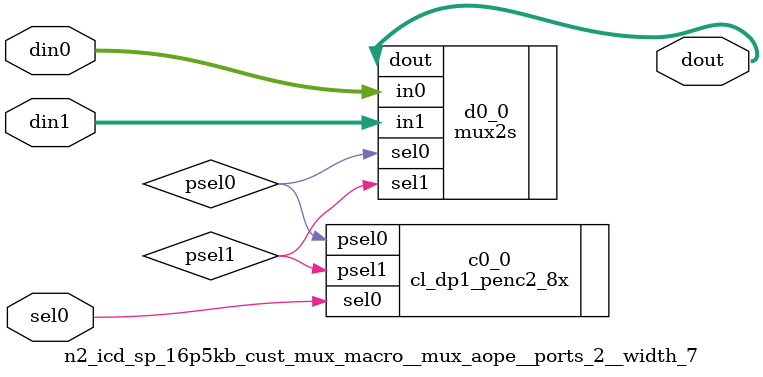
<source format=v>
module n2_icd_sp_16p5kb_cust (
  l2clk, 
  scan_in, 
  tcu_pce_ov, 
  tcu_aclk, 
  tcu_bclk, 
  tcu_array_wr_inhibit, 
  tcu_se_scancollar_in, 
  tcu_se_scancollar_out, 
  tcu_scan_en, 
  red_en_in, 
  red_d_in, 
  rid_in, 
  red_wen, 
  red_arst, 
  ftp_icd_quad_0_en_bf, 
  ftp_icd_quad_1_en_bf, 
  ftp_icd_quad_2_en_bf, 
  ftp_icd_quad_3_en_bf, 
  agd_ic_index_bf, 
  agc_fill_wrway_bf, 
  cmu_ic_data, 
  agd_asi_bist_wrdata, 
  itb_icd_waysel_c, 
  agc_word_en_bf, 
  ftp_ic_rd_req_bf, 
  ftp_ic_wr_req_bf, 
  ftp_ic_wr_ps_en_bf, 
  ftp_asi_mbist_access_bf, 
  vnw_ary, 
  icd_bus_0_instr_c, 
  icd_bus_1_instr_c, 
  icd_bus_2_instr_c, 
  icd_bus_3_instr_c, 
  scan_out, 
  red_d_out, 
  red_en_out) ;
wire pce_ov;
wire stop;
wire siclk;
wire soclk;
wire wr_inhibit;
wire l1clk_in;
wire icd_quad_0_en_f_qual;
wire l1clk_q0_out;
wire icd_quad_1_en_f_qual;
wire l1clk_q1_out;
wire icd_quad_2_en_f_qual;
wire l1clk_q2_out;
wire icd_quad_3_en_f_qual;
wire l1clk_q3_out;
wire l1clk_free;
wire l1clk_fuse_clk1;
wire l1clk_red_in;
wire l1clk_red_out;
wire l1clk_int;
wire l1clk_out;
wire l1clk_wr;
wire [10:2] index_bf_l;
wire [2:0] wrway_bf_l;
wire [7:0] word_en_bf_l;
wire wr_inhibit_in_l;
wire ic_rd_req_bf_l;
wire ic_wr_req_bf_l;
wire ftp_icd_quad_0_en_l_bf;
wire ftp_icd_quad_1_en_l_bf;
wire ftp_icd_quad_2_en_l_bf;
wire ftp_icd_quad_3_en_l_bf;
wire quad_en_0_latch_scanin;
wire quad_en_0_latch_scanout;
wire icd_quad_0_en_f_lat;
wire icd_quad_0_en_f_lat_l;
wire quad_en_1_latch_scanin;
wire quad_en_1_latch_scanout;
wire icd_quad_1_en_f_lat;
wire icd_quad_1_en_f_lat_l;
wire quad_en_2_latch_scanin;
wire quad_en_2_latch_scanout;
wire icd_quad_2_en_f_lat;
wire icd_quad_2_en_f_lat_l;
wire quad_en_3_latch_scanin;
wire quad_en_3_latch_scanout;
wire icd_quad_3_en_f_lat;
wire icd_quad_3_en_f_lat_l;
wire icd_quad_0_en_f_lat_unused;
wire icd_quad_1_en_f_lat_unused;
wire icd_quad_2_en_f_lat_unused;
wire icd_quad_3_en_f_lat_unused;
wire index_reg_i_scanin;
wire index_reg_i_scanout;
wire [10:2] index_f;
wire [10:5] index_f_l;
wire [4:2] index_f_l_unused;
wire wrway_0_reg_scanin;
wire wrway_0_reg_scanout;
wire [2:0] wrway_f;
wire [2:0] wrway_f_unused;
wire wrway_1_reg_scanin;
wire wrway_1_reg_scanout;
wire wrway_2_reg_scanin;
wire wrway_2_reg_scanout;
wire wr_word_en_0_reg_scanin;
wire wr_word_en_0_reg_scanout;
wire [7:0] word_en_f;
wire [7:0] word_en_f_unused;
wire wr_word_en_1_reg_scanin;
wire wr_word_en_1_reg_scanout;
wire wr_word_en_2_reg_scanin;
wire wr_word_en_2_reg_scanout;
wire wr_word_en_3_reg_scanin;
wire wr_word_en_3_reg_scanout;
wire wr_word_en_4_reg_scanin;
wire wr_word_en_4_reg_scanout;
wire wr_word_en_5_reg_scanin;
wire wr_word_en_5_reg_scanout;
wire wr_word_en_6_reg_scanin;
wire wr_word_en_6_reg_scanout;
wire wr_word_en_7_reg_scanin;
wire wr_word_en_7_reg_scanout;
wire [3:0] quad_en_reg_scanin;
wire [3:0] quad_en_reg_scanout;
wire icd_quad_3_en_l_f;
wire icd_quad_2_en_l_f;
wire icd_quad_1_en_l_f;
wire icd_quad_0_en_l_f;
wire icd_quad_3_en_f;
wire icd_quad_2_en_f;
wire icd_quad_1_en_f;
wire icd_quad_0_en_f;
wire [0:0] wrreq_reg_scanin;
wire [0:0] wrreq_reg_scanout;
wire wrreq_f;
wire wrreq_f_l_unused;
wire wrreq_reg_b_scanin;
wire wrreq_reg_b_scanout;
wire wrreq_f_l;
wire [0:0] ftp_access_f_reg_scanin;
wire [0:0] ftp_access_f_reg_scanout;
wire asi_access_f;
wire rdreq_reg_scanin;
wire rdreq_reg_scanout;
wire rdreq_f_l_unused;
wire rdreq_f_unused;
wire rdreq_reg_b_scanin;
wire rdreq_reg_b_scanout;
wire rdreq_f;
wire [263:0] wrdata_in;
wire [32:0] wrdata_q0_0_scanin;
wire [32:0] wrdata_q0_0_scanout;
wire [263:0] wrdata_f;
wire [32:0] wrdata_q1_1_scanin;
wire [32:0] wrdata_q1_1_scanout;
wire [32:0] wrdata_q2_2_scanin;
wire [32:0] wrdata_q2_2_scanout;
wire [32:0] wrdata_q3_3_scanin;
wire [32:0] wrdata_q3_3_scanout;
wire [32:0] wrdata_q0_4_scanin;
wire [32:0] wrdata_q0_4_scanout;
wire [32:0] wrdata_q1_5_scanin;
wire [32:0] wrdata_q1_5_scanout;
wire [32:0] wrdata_q2_6_scanin;
wire [32:0] wrdata_q2_6_scanout;
wire [32:0] wrdata_q3_7_scanin;
wire [32:0] wrdata_q3_7_scanout;
wire [4:0] red_d_reg_scanin;
wire [4:0] red_d_reg_scanout;
wire [4:0] red_d_ff;
wire [1:0] red_en_reg_scanin;
wire [1:0] red_en_reg_scanout;
wire [1:0] red_en_ff;
wire [3:0] rid_reg_scanin;
wire [3:0] rid_reg_scanout;
wire [3:0] rid_ff;
wire [0:0] red_wen_reg_scanin;
wire [0:0] red_wen_reg_scanout;
wire red_wen_ff_and;
wire red_wen_ff;
wire [0:0] red_arst_reg_scanin;
wire [0:0] red_arst_reg_scanout;
wire red_arst_ff_and;
wire red_arst_ff;
wire [7:0] way_f_reg_scanin;
wire [7:0] way_f_reg_scanout;
wire [7:0] wrway_dec_bf;
wire [7:0] wrway_dec_f;
wire [7:0] way_c_reg_scanin;
wire [7:0] way_c_reg_scanout;
wire [7:0] wrway_dec_c;
wire [0:0] ftp_access_c_reg_scanin;
wire [0:0] ftp_access_c_reg_scanout;
wire asi_access_c;
wire ftp_access_c_dum_scanin;
wire ftp_access_c_dum_scanout;
wire asi_access_c_l;
wire asi_access_c_l_inv;
wire asi_access_c_inv;
wire [7:0] muxed_way_sel_c;
wire i4_i0_sel_upper;
wire i4_i0_sel_upper_;
wire i5_i1_sel_upper;
wire i5_i1_sel_upper_;
wire i6_i2_sel_upper_or_2;
wire i6_i2_sel_upper;
wire i6_i2_sel_upper_;
wire i7_i3_sel_upper;
wire i7_i3_sel_upper_;
wire [7:0] wr_word_en_f_l;
wire rdreq_f_q0_l;
wire rdreq_f_q0;
wire rdreq_f_q1_l;
wire rdreq_f_q1;
wire rdreq_f_q2_l;
wire rdreq_f_q2;
wire rdreq_f_q3_l;
wire rdreq_f_q3;
wire [7:0] wrway_dec_f_;
wire [7:0] rid_sel_dec;
wire [15:0] rid_sel;
wire [32:0] rd_data_w0_i4_or_i0;
wire [32:0] rd_data_w1_i4_or_i0;
wire [32:0] rd_data_w2_i4_or_i0;
wire [32:0] rd_data_w3_i4_or_i0;
wire [32:0] rd_data_w4_i4_or_i0;
wire [32:0] rd_data_w5_i4_or_i0;
wire [32:0] rd_data_w6_i4_or_i0;
wire [32:0] rd_data_w7_i4_or_i0;
wire [4:0] reg_d_q0_w3_w0_lft_d;
wire [1:0] reg_d_q0_w3_w0_lft_en;
wire [4:0] reg_d_q0_w3_w0_rgt_d;
wire [1:0] reg_d_q0_w3_w0_rgt_en;
wire [4:0] reg_d_q0_w7_w4_lft_d;
wire [1:0] reg_d_q0_w7_w4_lft_en;
wire [4:0] reg_d_q0_w7_w4_rgt_d;
wire [1:0] reg_d_q0_w7_w4_rgt_en;
wire [32:0] rd_data_w0_i5_or_i1;
wire [32:0] rd_data_w1_i5_or_i1;
wire [32:0] rd_data_w2_i5_or_i1;
wire [32:0] rd_data_w3_i5_or_i1;
wire [32:0] rd_data_w4_i5_or_i1;
wire [32:0] rd_data_w5_i5_or_i1;
wire [32:0] rd_data_w6_i5_or_i1;
wire [32:0] rd_data_w7_i5_or_i1;
wire [4:0] reg_d_q1_w3_w0_lft_d;
wire [1:0] reg_d_q1_w3_w0_lft_en;
wire [4:0] reg_d_q1_w3_w0_rgt_d;
wire [1:0] reg_d_q1_w3_w0_rgt_en;
wire [4:0] reg_d_q1_w7_w4_lft_d;
wire [1:0] reg_d_q1_w7_w4_lft_en;
wire [4:0] reg_d_q1_w7_w4_rgt_d;
wire [1:0] reg_d_q1_w7_w4_rgt_en;
wire [32:0] rd_data_w0_i6_or_i2;
wire [32:0] rd_data_w1_i6_or_i2;
wire [32:0] rd_data_w2_i6_or_i2;
wire [32:0] rd_data_w3_i6_or_i2;
wire [32:0] rd_data_w4_i6_or_i2;
wire [32:0] rd_data_w5_i6_or_i2;
wire [32:0] rd_data_w6_i6_or_i2;
wire [32:0] rd_data_w7_i6_or_i2;
wire [4:0] reg_d_q2_w3_w0_lft_d;
wire [1:0] reg_d_q2_w3_w0_lft_en;
wire [4:0] reg_d_q2_w3_w0_rgt_d;
wire [1:0] reg_d_q2_w3_w0_rgt_en;
wire [4:0] reg_d_q2_w7_w4_lft_d;
wire [1:0] reg_d_q2_w7_w4_lft_en;
wire [4:0] reg_d_q2_w7_w4_rgt_d;
wire [1:0] reg_d_q2_w7_w4_rgt_en;
wire [32:0] rd_data_w0_i7_or_i3;
wire [32:0] rd_data_w1_i7_or_i3;
wire [32:0] rd_data_w2_i7_or_i3;
wire [32:0] rd_data_w3_i7_or_i3;
wire [32:0] rd_data_w4_i7_or_i3;
wire [32:0] rd_data_w5_i7_or_i3;
wire [32:0] rd_data_w6_i7_or_i3;
wire [32:0] rd_data_w7_i7_or_i3;
wire [4:0] reg_d_q3_w3_w0_lft_d;
wire [1:0] reg_d_q3_w3_w0_lft_en;
wire [4:0] reg_d_q3_w3_w0_rgt_d;
wire [1:0] reg_d_q3_w3_w0_rgt_en;
wire [4:0] reg_d_q3_w7_w4_lft_d;
wire [1:0] reg_d_q3_w7_w4_lft_en;
wire [4:0] reg_d_q3_w7_w4_rgt_d;
wire [1:0] reg_d_q3_w7_w4_rgt_en;
wire [32:0] data_bus_0_w0_reg_scanin;
wire [32:0] data_bus_0_w0_reg_scanout;
wire [32:0] data_bus_0_w0_c;
wire [32:0] data_bus_1_w0_reg_scanin;
wire [32:0] data_bus_1_w0_reg_scanout;
wire [32:0] data_bus_1_w0_c;
wire [32:0] data_bus_2_w0_reg_scanin;
wire [32:0] data_bus_2_w0_reg_scanout;
wire [32:0] data_bus_2_w0_c;
wire [32:0] data_bus_3_w0_reg_scanin;
wire [32:0] data_bus_3_w0_reg_scanout;
wire [32:0] data_bus_3_w0_c;
wire [32:0] data_bus_0_w1_reg_scanin;
wire [32:0] data_bus_0_w1_reg_scanout;
wire [32:0] data_bus_0_w1_c;
wire [32:0] data_bus_1_w1_reg_scanin;
wire [32:0] data_bus_1_w1_reg_scanout;
wire [32:0] data_bus_1_w1_c;
wire [32:0] data_bus_2_w1_reg_scanin;
wire [32:0] data_bus_2_w1_reg_scanout;
wire [32:0] data_bus_2_w1_c;
wire [32:0] data_bus_3_w1_reg_scanin;
wire [32:0] data_bus_3_w1_reg_scanout;
wire [32:0] data_bus_3_w1_c;
wire [32:0] data_bus_0_w2_reg_scanin;
wire [32:0] data_bus_0_w2_reg_scanout;
wire [32:0] data_bus_0_w2_c;
wire [32:0] data_bus_1_w2_reg_scanin;
wire [32:0] data_bus_1_w2_reg_scanout;
wire [32:0] data_bus_1_w2_c;
wire [32:0] data_bus_2_w2_reg_scanin;
wire [32:0] data_bus_2_w2_reg_scanout;
wire [32:0] data_bus_2_w2_c;
wire [32:0] data_bus_3_w2_reg_scanin;
wire [32:0] data_bus_3_w2_reg_scanout;
wire [32:0] data_bus_3_w2_c;
wire [32:0] data_bus_0_w3_reg_scanin;
wire [32:0] data_bus_0_w3_reg_scanout;
wire [32:0] data_bus_0_w3_c;
wire [32:0] data_bus_1_w3_reg_scanin;
wire [32:0] data_bus_1_w3_reg_scanout;
wire [32:0] data_bus_1_w3_c;
wire [32:0] data_bus_2_w3_reg_scanin;
wire [32:0] data_bus_2_w3_reg_scanout;
wire [32:0] data_bus_2_w3_c;
wire [32:0] data_bus_3_w3_reg_scanin;
wire [32:0] data_bus_3_w3_reg_scanout;
wire [32:0] data_bus_3_w3_c;
wire [32:0] data_bus_0_w4_reg_scanin;
wire [32:0] data_bus_0_w4_reg_scanout;
wire [32:0] data_bus_0_w4_c;
wire [32:0] data_bus_1_w4_reg_scanin;
wire [32:0] data_bus_1_w4_reg_scanout;
wire [32:0] data_bus_1_w4_c;
wire [32:0] data_bus_2_w4_reg_scanin;
wire [32:0] data_bus_2_w4_reg_scanout;
wire [32:0] data_bus_2_w4_c;
wire [32:0] data_bus_3_w4_reg_scanin;
wire [32:0] data_bus_3_w4_reg_scanout;
wire [32:0] data_bus_3_w4_c;
wire [32:0] data_bus_0_w5_reg_scanin;
wire [32:0] data_bus_0_w5_reg_scanout;
wire [32:0] data_bus_0_w5_c;
wire [32:0] data_bus_1_w5_reg_scanin;
wire [32:0] data_bus_1_w5_reg_scanout;
wire [32:0] data_bus_1_w5_c;
wire [32:0] data_bus_2_w5_reg_scanin;
wire [32:0] data_bus_2_w5_reg_scanout;
wire [32:0] data_bus_2_w5_c;
wire [32:0] data_bus_3_w5_reg_scanin;
wire [32:0] data_bus_3_w5_reg_scanout;
wire [32:0] data_bus_3_w5_c;
wire [32:0] data_bus_0_w6_reg_scanin;
wire [32:0] data_bus_0_w6_reg_scanout;
wire [32:0] data_bus_0_w6_c;
wire [32:0] data_bus_1_w6_reg_scanin;
wire [32:0] data_bus_1_w6_reg_scanout;
wire [32:0] data_bus_1_w6_c;
wire [32:0] data_bus_2_w6_reg_scanin;
wire [32:0] data_bus_2_w6_reg_scanout;
wire [32:0] data_bus_2_w6_c;
wire [32:0] data_bus_3_w6_reg_scanin;
wire [32:0] data_bus_3_w6_reg_scanout;
wire [32:0] data_bus_3_w6_c;
wire [32:0] data_bus_0_w7_reg_scanin;
wire [32:0] data_bus_0_w7_reg_scanout;
wire [32:0] data_bus_0_w7_c;
wire [32:0] data_bus_1_w7_reg_scanin;
wire [32:0] data_bus_1_w7_reg_scanout;
wire [32:0] data_bus_1_w7_c;
wire [32:0] data_bus_2_w7_reg_scanin;
wire [32:0] data_bus_2_w7_reg_scanout;
wire [32:0] data_bus_2_w7_c;
wire [32:0] data_bus_3_w7_reg_scanin;
wire [32:0] data_bus_3_w7_reg_scanout;
wire [32:0] data_bus_3_w7_c;
wire [4:0] reg_d_out_mux_0;
wire [1:0] reg_en_out_mux_0;
wire [4:0] reg_d_out_mux_1;
wire [1:0] reg_en_out_mux_1;
wire [4:0] red_mux_d_out;
wire [1:0] red_mux_en_out;
wire [4:0] red_d_out_reg_scanin;
wire [4:0] red_d_out_reg_scanout;
wire [1:0] red_en_out_reg_scanin;
wire [1:0] red_en_out_reg_scanout;
 





// make sure you have .l2clk(l2clk), 1 level up; run fixscan



   input          l2clk;
   input          scan_in;
   input          tcu_pce_ov;
   input          tcu_aclk;
   input          tcu_bclk;
   input          tcu_array_wr_inhibit;
   input          tcu_se_scancollar_in;
   input          tcu_se_scancollar_out;
   input          tcu_scan_en;

   input [1:0]    red_en_in ;
   input [4:0]    red_d_in ;
   input [3:0]    rid_in ;
   input          red_wen ;
   input          red_arst ;

   input      ftp_icd_quad_0_en_bf;    // enable quad 0
   input      ftp_icd_quad_1_en_bf;    // enable quad 1
   input      ftp_icd_quad_2_en_bf;    // enable quad 2
   input      ftp_icd_quad_3_en_bf;    // enable quad 3



   input [10:2]                agd_ic_index_bf;    // index to write to/read from
   input [2:0]                 agc_fill_wrway_bf;  // way to write to
   input [263:0]               cmu_ic_data;        // 128b data, 4b parity
   input [32:0]                agd_asi_bist_wrdata;     // Debug wr data 
   input [7:0]                 itb_icd_waysel_c;   // read way select encoded
   input [7:0]                 agc_word_en_bf;     // read/write  word enable 

   input          ftp_ic_rd_req_bf;
   input          ftp_ic_wr_req_bf;
   input          ftp_ic_wr_ps_en_bf;
   input          ftp_asi_mbist_access_bf;

   input          vnw_ary;


   // outputs
   output [32:0]  icd_bus_0_instr_c ;
   output [32:0]  icd_bus_1_instr_c ;
   output [32:0]  icd_bus_2_instr_c ;
   output [32:0]  icd_bus_3_instr_c ;
   output         scan_out;
   output [4:0]   red_d_out  ;
   output [1:0]   red_en_out ;

   assign pce_ov = tcu_pce_ov;
   assign stop   = 1'b0 ;
   assign siclk  = tcu_aclk ;
   assign soclk  = tcu_bclk;
   assign wr_inhibit  = tcu_array_wr_inhibit;

// Temporary

// assign red_d_out[4:0]  = 5'b00000 ;
// assign red_en_out[1:0] = 2'b00 ;
//================================================
// Clock headers
//================================================
n2_icd_sp_16p5kb_cust_l1clkhdr_ctl_macro l1ch_in (
        .l2clk  (l2clk),
        .l1en   (1'b1),
        .se     (tcu_se_scancollar_in),
        .l1clk  (l1clk_in),
  .pce_ov(pce_ov),
  .stop(stop)
);

// l1clkhdr_ctl_macro l1ch_q0_in (
//         .l2clk  (l2clk),
//         .l1en	(ftp_icd_quad_0_en_bf),
//         .se     (tcu_se_scancollar_in),
//         .l1clk  (l1clk_q0_in)
// );

// l1clkhdr_ctl_macro l1ch_q1_in (
//         .l2clk  (l2clk),
//         .l1en	(ftp_icd_quad_1_en_bf),
//         .se     (tcu_se_scancollar_in),
//         .l1clk  (l1clk_q1_in)
// );

// l1clkhdr_ctl_macro l1ch_q2_in (
//         .l2clk  (l2clk),
//         .l1en	(ftp_icd_quad_2_en_bf),
//         .se     (tcu_se_scancollar_in),
//         .l1clk  (l1clk_q2_in)
// );

// l1clkhdr_ctl_macro l1ch_q3_in (
//         .l2clk  (l2clk),
//         .l1en	(ftp_icd_quad_3_en_bf),
//         .se     (tcu_se_scancollar_in),
//         .l1clk  (l1clk_q3_in)
// );


n2_icd_sp_16p5kb_cust_l1clkhdr_ctl_macro l1ch_q0_out (
        .l2clk  (l2clk),
        .l1en	(icd_quad_0_en_f_qual),
        .se     (tcu_se_scancollar_out),
        .l1clk  (l1clk_q0_out),
  .pce_ov(pce_ov),
  .stop(stop)
);

n2_icd_sp_16p5kb_cust_l1clkhdr_ctl_macro l1ch_q1_out (
        .l2clk  (l2clk),
        .l1en	(icd_quad_1_en_f_qual),
        .se     (tcu_se_scancollar_out),
        .l1clk  (l1clk_q1_out),
  .pce_ov(pce_ov),
  .stop(stop)
);

n2_icd_sp_16p5kb_cust_l1clkhdr_ctl_macro l1ch_q2_out (
        .l2clk  (l2clk),
        .l1en	(icd_quad_2_en_f_qual),
        .se     (tcu_se_scancollar_out),
        .l1clk  (l1clk_q2_out),
  .pce_ov(pce_ov),
  .stop(stop)
);

n2_icd_sp_16p5kb_cust_l1clkhdr_ctl_macro l1ch_q3_out (
        .l2clk  (l2clk),
        .l1en	(icd_quad_3_en_f_qual),
        .se     (tcu_se_scancollar_out),
        .l1clk  (l1clk_q3_out),
  .pce_ov(pce_ov),
  .stop(stop)
);


n2_icd_sp_16p5kb_cust_l1clkhdr_ctl_macro l1ch_free (
        .l2clk  (l2clk),
        .l1en	(1'b1),
        .se     (tcu_scan_en),
        .l1clk  (l1clk_free),
  .pce_ov(pce_ov),
  .stop(stop)
);

 n2_icd_sp_16p5kb_cust_l1clkhdr_ctl_macro l1ch_red_free (
  .l2clk  (l2clk),
  .l1en   (1'b1),
  .se     (1'b0),
  .l1clk  (l1clk_fuse_clk1),
  .pce_ov(1'b1),
  .stop(1'b0)
);

 n2_icd_sp_16p5kb_cust_l1clkhdr_ctl_macro l1ch_red_in (
  .l2clk  (l2clk),
  .l1en   (1'b1),
  .se     (tcu_se_scancollar_in),
  .l1clk  (l1clk_red_in),
  .pce_ov(1'b1),
  .stop(1'b0)
);

 n2_icd_sp_16p5kb_cust_l1clkhdr_ctl_macro l1ch_red_out (
  .l2clk  (l2clk),
  .l1en   (1'b1),
  .se     (tcu_se_scancollar_out),
  .l1clk  (l1clk_red_out),
  .pce_ov(1'b1),
  .stop(1'b0)
);

n2_icd_sp_16p5kb_cust_l1clkhdr_ctl_macro l1ch_int (
        .l2clk  (l2clk),
        .l1en   (1'b1),
        .se     (tcu_scan_en),
        .l1clk  (l1clk_int),
  .pce_ov(pce_ov),
  .stop(stop)
);

n2_icd_sp_16p5kb_cust_l1clkhdr_ctl_macro l1ch_out (
        .l2clk  (l2clk),
        .l1en   (1'b1),
        .se     (tcu_se_scancollar_out),
        .l1clk  (l1clk_out),
  .pce_ov(pce_ov),
  .stop(stop)
);

 n2_icd_sp_16p5kb_cust_l1clkhdr_ctl_macro l1ch_wr (
        .l2clk  (l2clk),
        .l1en	(ftp_ic_wr_ps_en_bf),
        .se     (tcu_se_scancollar_in),
        .l1clk  (l1clk_wr),
  .pce_ov(pce_ov),
  .stop(stop)
);



   //----------------------------------------------------------------------
   // Declarations
   //----------------------------------------------------------------------

   // local signals


  

  
 ////////////////////////////////////////////////////////////
 //
 // Code start here
 //
 ////////////////////////////////////////////////////////////
 // Inverters before the flops                             //

n2_icd_sp_16p5kb_cust_inv_macro__stack_50c__width_9 index_inv    (
    .din(agd_ic_index_bf[10:2]),
    .dout(index_bf_l[10:2])
);


n2_icd_sp_16p5kb_cust_inv_macro__stack_50c__width_3 wrway_inv    (
    .din(agc_fill_wrway_bf[2:0]),
    .dout(wrway_bf_l[2:0])
);

n2_icd_sp_16p5kb_cust_inv_macro__stack_50c__width_8 word_en_inv    (
    .din(agc_word_en_bf[7:0]),
    .dout(word_en_bf_l[7:0])
);

n2_icd_sp_16p5kb_cust_inv_macro__stack_50c__width_1 wr_inhibit_inv    (
    .din(wr_inhibit),
    .dout(wr_inhibit_in_l)
);

n2_icd_sp_16p5kb_cust_inv_macro__stack_50c__width_1 ic_rd_req_inv    (
    .din(ftp_ic_rd_req_bf),
    .dout(ic_rd_req_bf_l)
);

n2_icd_sp_16p5kb_cust_inv_macro__stack_50c__width_1 ic_wr_req_inv    (
    .din(ftp_ic_wr_req_bf),
    .dout(ic_wr_req_bf_l)
);

n2_icd_sp_16p5kb_cust_inv_macro__stack_50c__width_4 quad_en_in_inv    (
    .din ({ftp_icd_quad_0_en_bf, ftp_icd_quad_1_en_bf , ftp_icd_quad_2_en_bf , ftp_icd_quad_3_en_bf}),
    .dout({ftp_icd_quad_0_en_l_bf, ftp_icd_quad_1_en_l_bf , ftp_icd_quad_2_en_l_bf , ftp_icd_quad_3_en_l_bf}) 
);

n2_icd_sp_16p5kb_cust_tisram_msff_macro__width_1 quad_0_en_latch  (
    .scan_in(quad_en_0_latch_scanin),
    .scan_out(quad_en_0_latch_scanout),
    .l1clk(l1clk_in),
    .d(ftp_icd_quad_0_en_l_bf),
    .latout_l(icd_quad_0_en_f_lat),
    .latout(icd_quad_0_en_f_lat_l),
  .siclk(siclk),
  .soclk(soclk)
    );
n2_icd_sp_16p5kb_cust_tisram_msff_macro__width_1 quad_1_en_latch  (
    .scan_in(quad_en_1_latch_scanin),
    .scan_out(quad_en_1_latch_scanout),
    .l1clk(l1clk_in),
    .d(ftp_icd_quad_1_en_l_bf),
    .latout_l(icd_quad_1_en_f_lat),
    .latout(icd_quad_1_en_f_lat_l),
  .siclk(siclk),
  .soclk(soclk)
    );

n2_icd_sp_16p5kb_cust_tisram_msff_macro__width_1 quad_2_en_latch  (
    .scan_in(quad_en_2_latch_scanin),
    .scan_out(quad_en_2_latch_scanout),
    .l1clk(l1clk_in),
    .d(ftp_icd_quad_2_en_l_bf),
    .latout_l(icd_quad_2_en_f_lat),
    .latout(icd_quad_2_en_f_lat_l),
  .siclk(siclk),
  .soclk(soclk)
    );

n2_icd_sp_16p5kb_cust_tisram_msff_macro__width_1 quad_3_en_latch  (
    .scan_in(quad_en_3_latch_scanin),
    .scan_out(quad_en_3_latch_scanout),
    .l1clk(l1clk_in),
    .d(ftp_icd_quad_3_en_l_bf),
    .latout_l(icd_quad_3_en_f_lat),
    .latout(icd_quad_3_en_f_lat_l),
  .siclk(siclk),
  .soclk(soclk)
    );
assign icd_quad_0_en_f_lat_unused = icd_quad_0_en_f_lat ;
assign icd_quad_1_en_f_lat_unused = icd_quad_1_en_f_lat ;
assign icd_quad_2_en_f_lat_unused = icd_quad_2_en_f_lat ;
assign icd_quad_3_en_f_lat_unused = icd_quad_3_en_f_lat ;


 ///////////////////////////////////////////////////////////////
 // Flop the inputs                                           //
 ///////////////////////////////////////////////////////////////


 n2_icd_sp_16p5kb_cust_tisram_msff_macro__width_9	index_reg_i		 (
  .scan_in(index_reg_i_scanin),
  .scan_out(index_reg_i_scanout),
  .l1clk ( l1clk_in				),
  .d ( index_bf_l[10:2]			),
  .latout_l( index_f[10:2] 			),
  .latout( {index_f_l[10:5],index_f_l_unused[4:2]}		),
  .siclk(siclk),
  .soclk(soclk));



 n2_icd_sp_16p5kb_cust_tisram_msff_macro__width_1	wrway_0_reg		 (
  .scan_in(wrway_0_reg_scanin),
  .scan_out(wrway_0_reg_scanout),
  .l1clk ( l1clk_in				),
  .d ( wrway_bf_l[0]			),
  .latout_l( wrway_f[0] 			),
  .latout( wrway_f_unused[0]		),
  .siclk(siclk),
  .soclk(soclk));

 n2_icd_sp_16p5kb_cust_tisram_msff_macro__width_1	wrway_1_reg		 (
  .scan_in(wrway_1_reg_scanin),
  .scan_out(wrway_1_reg_scanout),
  .l1clk ( l1clk_in				),
  .d ( wrway_bf_l[1]			),
  .latout_l( wrway_f[1] 			),
  .latout( wrway_f_unused[1]		),
  .siclk(siclk),
  .soclk(soclk));

 n2_icd_sp_16p5kb_cust_tisram_msff_macro__width_1	wrway_2_reg		 (
  .scan_in(wrway_2_reg_scanin),
  .scan_out(wrway_2_reg_scanout),
  .l1clk ( l1clk_in				),
  .d ( wrway_bf_l[2]			),
  .latout_l( wrway_f[2] 			),
  .latout( wrway_f_unused[2]		),
  .siclk(siclk),
  .soclk(soclk));



 n2_icd_sp_16p5kb_cust_tisram_msff_macro__width_1	wr_word_en_0_reg		 (
  .scan_in(wr_word_en_0_reg_scanin),
  .scan_out(wr_word_en_0_reg_scanout),
  .l1clk ( l1clk_in				),
  .d ( word_en_bf_l[0]			),
  .latout_l( word_en_f[0]			),
  .latout( word_en_f_unused[0]		),
  .siclk(siclk),
  .soclk(soclk));


 n2_icd_sp_16p5kb_cust_tisram_msff_macro__width_1	wr_word_en_1_reg		 (
  .scan_in(wr_word_en_1_reg_scanin),
  .scan_out(wr_word_en_1_reg_scanout),
  .l1clk ( l1clk_in				),
  .d ( word_en_bf_l[1]			),
  .latout_l( word_en_f[1]			),
  .latout( word_en_f_unused[1]		),
  .siclk(siclk),
  .soclk(soclk));


 n2_icd_sp_16p5kb_cust_tisram_msff_macro__width_1	wr_word_en_2_reg		 (
  .scan_in(wr_word_en_2_reg_scanin),
  .scan_out(wr_word_en_2_reg_scanout),
  .l1clk ( l1clk_in				),
  .d ( word_en_bf_l[2]			),
  .latout_l( word_en_f[2]			),
  .latout( word_en_f_unused[2]		),
  .siclk(siclk),
  .soclk(soclk));


 n2_icd_sp_16p5kb_cust_tisram_msff_macro__width_1	wr_word_en_3_reg		 (
  .scan_in(wr_word_en_3_reg_scanin),
  .scan_out(wr_word_en_3_reg_scanout),
  .l1clk ( l1clk_in				),
  .d ( word_en_bf_l[3]			),
  .latout_l( word_en_f[3]			),
  .latout( word_en_f_unused[3]		),
  .siclk(siclk),
  .soclk(soclk));




 n2_icd_sp_16p5kb_cust_tisram_msff_macro__width_1	wr_word_en_4_reg		 (
  .scan_in(wr_word_en_4_reg_scanin),
  .scan_out(wr_word_en_4_reg_scanout),
  .l1clk ( l1clk_in				),
  .d ( word_en_bf_l[4]			),
  .latout_l( word_en_f[4]			),
  .latout( word_en_f_unused[4]		),
  .siclk(siclk),
  .soclk(soclk));


 n2_icd_sp_16p5kb_cust_tisram_msff_macro__width_1	wr_word_en_5_reg		 (
  .scan_in(wr_word_en_5_reg_scanin),
  .scan_out(wr_word_en_5_reg_scanout),
  .l1clk ( l1clk_in				),
  .d ( word_en_bf_l[5]			),
  .latout_l( word_en_f[5]			),
  .latout( word_en_f_unused[5]		),
  .siclk(siclk),
  .soclk(soclk));


 n2_icd_sp_16p5kb_cust_tisram_msff_macro__width_1	wr_word_en_6_reg		 (
  .scan_in(wr_word_en_6_reg_scanin),
  .scan_out(wr_word_en_6_reg_scanout),
  .l1clk ( l1clk_in				),
  .d ( word_en_bf_l[6]			),
  .latout_l( word_en_f[6]			),
  .latout( word_en_f_unused[6]		),
  .siclk(siclk),
  .soclk(soclk));


 n2_icd_sp_16p5kb_cust_tisram_msff_macro__width_1	wr_word_en_7_reg		 (
  .scan_in(wr_word_en_7_reg_scanin),
  .scan_out(wr_word_en_7_reg_scanout),
  .l1clk ( l1clk_in				),
  .d ( word_en_bf_l[7]			),
  .latout_l( word_en_f[7]			),
  .latout( word_en_f_unused[7]		),
  .siclk(siclk),
  .soclk(soclk));



   n2_icd_sp_16p5kb_cust_msffi_ctl_macro__fs_1__width_4 quad_en_reg  (
     .scan_in(quad_en_reg_scanin[3:0]),
     .scan_out(quad_en_reg_scanout[3:0]),
    .l1clk(l1clk_in),
    .din( {ftp_icd_quad_3_en_bf,ftp_icd_quad_2_en_bf,ftp_icd_quad_1_en_bf,ftp_icd_quad_0_en_bf}),
    .q_l({icd_quad_3_en_l_f,icd_quad_2_en_l_f,icd_quad_1_en_l_f,icd_quad_0_en_l_f}),
  .siclk(siclk),
  .soclk(soclk) 
    );

n2_icd_sp_16p5kb_cust_inv_macro__width_4 quad_inv  (
    .din ({icd_quad_3_en_l_f,icd_quad_2_en_l_f,icd_quad_1_en_l_f,icd_quad_0_en_l_f}) ,
    .dout({icd_quad_3_en_f,icd_quad_2_en_f,icd_quad_1_en_f,icd_quad_0_en_f}) 
    );

   n2_icd_sp_16p5kb_cust_tisram_msff_macro__width_1 wrreq_reg  (
    .scan_in(wrreq_reg_scanin[0:0]),
    .scan_out(wrreq_reg_scanout[0:0]),
    .l1clk(l1clk_in),
    .d(ic_wr_req_bf_l),
    .latout_l(wrreq_f),
    .latout(wrreq_f_l_unused),
  .siclk(siclk),
  .soclk(soclk)
    );


n2_icd_sp_16p5kb_cust_msffi_ctl_macro__width_1	wrreq_reg_b			 (
  .scan_in(wrreq_reg_b_scanin),
  .scan_out(wrreq_reg_b_scanout),
  .l1clk ( l1clk_in				),
  .din ( ftp_ic_wr_req_bf			),
  .q_l ( wrreq_f_l				),
  .siclk(siclk),
  .soclk(soclk));

   n2_icd_sp_16p5kb_cust_msff_ctl_macro__fs_1__width_1 ftp_access_f_reg  (
     .scan_in(ftp_access_f_reg_scanin[0:0]),
     .scan_out(ftp_access_f_reg_scanout[0:0]),
    .l1clk(l1clk_in),
    .din(ftp_asi_mbist_access_bf),
    .dout(asi_access_f),
  .siclk(siclk),
  .soclk(soclk)
    );


n2_icd_sp_16p5kb_cust_tisram_msff_macro__width_1	rdreq_reg			 (
  .scan_in(rdreq_reg_scanin),
  .scan_out(rdreq_reg_scanout),
  .l1clk ( l1clk_in                             ),
  .d ( ic_rd_req_bf_l                   ),
  .latout ( rdreq_f_l_unused                           ),
  .latout_l ( rdreq_f_unused                          ),
  .siclk(siclk),
  .soclk(soclk));


n2_icd_sp_16p5kb_cust_msff_ctl_macro__width_1	rdreq_reg_b			 (
  .scan_in(rdreq_reg_b_scanin),
  .scan_out(rdreq_reg_b_scanout),
  .l1clk ( l1clk_in				),
  .din ( ftp_ic_rd_req_bf			),
  .dout ( rdreq_f				),
  .siclk(siclk),
  .soclk(soclk));



   // write data regsiter

n2_icd_sp_16p5kb_cust_mux_macro__mux_aope__ports_2__stack_66c__width_66 wrdata_reg_lo_1_mux     (
    .din0({agd_asi_bist_wrdata[32:0],agd_asi_bist_wrdata[32:0]}),
    .din1(cmu_ic_data[65:0]),
    .sel0(ftp_asi_mbist_access_bf),
    .dout(wrdata_in[65:0])
);


   n2_icd_sp_16p5kb_cust_msff_ctl_macro__fs_1__width_33 wrdata_q0_0  (
     .scan_in(wrdata_q0_0_scanin[32:0]),
     .scan_out(wrdata_q0_0_scanout[32:0]),
    .l1clk(l1clk_wr),
    .din(wrdata_in[32:0]),
    .dout(wrdata_f[32:0]),
  .siclk(siclk),
  .soclk(soclk)
    );

   n2_icd_sp_16p5kb_cust_msff_ctl_macro__fs_1__width_33 wrdata_q1_1  (
     .scan_in(wrdata_q1_1_scanin[32:0]),
     .scan_out(wrdata_q1_1_scanout[32:0]),
    .l1clk(l1clk_wr),
    .din(wrdata_in[65:33]),
    .dout(wrdata_f[65:33]),
  .siclk(siclk),
  .soclk(soclk)
    );

n2_icd_sp_16p5kb_cust_mux_macro__mux_aope__ports_2__stack_66c__width_66 wrdata_reg_lo_2_mux     (
    .din0({agd_asi_bist_wrdata[32:0],agd_asi_bist_wrdata[32:0]}),
    .din1(cmu_ic_data[131:66]),
    .sel0(ftp_asi_mbist_access_bf),
    .dout(wrdata_in[131:66])
);

   n2_icd_sp_16p5kb_cust_msff_ctl_macro__fs_1__width_33 wrdata_q2_2  (
     .scan_in(wrdata_q2_2_scanin[32:0]),
     .scan_out(wrdata_q2_2_scanout[32:0]),
    .l1clk(l1clk_wr),
    .din(wrdata_in[98:66]),
    .dout(wrdata_f[98:66]),
  .siclk(siclk),
  .soclk(soclk)
    );

   n2_icd_sp_16p5kb_cust_msff_ctl_macro__fs_1__width_33 wrdata_q3_3  (
     .scan_in(wrdata_q3_3_scanin[32:0]),
     .scan_out(wrdata_q3_3_scanout[32:0]),
    .l1clk(l1clk_wr),
    .din(wrdata_in[131:99]),
    .dout(wrdata_f[131:99]),
  .siclk(siclk),
  .soclk(soclk)
    );


n2_icd_sp_16p5kb_cust_mux_macro__mux_aope__ports_2__stack_66c__width_66 wrdata_reg_hi_1_mux     (
    .din0({agd_asi_bist_wrdata[32:0],agd_asi_bist_wrdata[32:0]}),
    .din1(cmu_ic_data[197:132]),
    .sel0(ftp_asi_mbist_access_bf),
    .dout(wrdata_in[197:132])
);

   n2_icd_sp_16p5kb_cust_msff_ctl_macro__fs_1__width_33 wrdata_q0_4  (
     .scan_in(wrdata_q0_4_scanin[32:0]),
     .scan_out(wrdata_q0_4_scanout[32:0]),
    .l1clk(l1clk_wr),
    .din(wrdata_in[164:132]),
    .dout(wrdata_f[164:132]),
  .siclk(siclk),
  .soclk(soclk)
    );

   n2_icd_sp_16p5kb_cust_msff_ctl_macro__fs_1__width_33 wrdata_q1_5  (
     .scan_in(wrdata_q1_5_scanin[32:0]),
     .scan_out(wrdata_q1_5_scanout[32:0]),
    .l1clk(l1clk_wr),
    .din(wrdata_in[197:165]),
    .dout(wrdata_f[197:165]),
  .siclk(siclk),
  .soclk(soclk)
    );

n2_icd_sp_16p5kb_cust_mux_macro__mux_aope__ports_2__stack_66c__width_66 wrdata_reg_hi_2_mux     (
    .din0({agd_asi_bist_wrdata[32:0],agd_asi_bist_wrdata[32:0]}),
    .din1(cmu_ic_data[263:198]),
    .sel0(ftp_asi_mbist_access_bf),
    .dout(wrdata_in[263:198])
);


   n2_icd_sp_16p5kb_cust_msff_ctl_macro__fs_1__width_33 wrdata_q2_6  (
     .scan_in(wrdata_q2_6_scanin[32:0]),
     .scan_out(wrdata_q2_6_scanout[32:0]),
    .l1clk(l1clk_wr),
    .din(wrdata_in[230:198]),
    .dout(wrdata_f[230:198]),
  .siclk(siclk),
  .soclk(soclk)
    );

   n2_icd_sp_16p5kb_cust_msff_ctl_macro__fs_1__width_33 wrdata_q3_7  (
     .scan_in(wrdata_q3_7_scanin[32:0]),
     .scan_out(wrdata_q3_7_scanout[32:0]),
    .l1clk(l1clk_wr),
    .din(wrdata_in[263:231]),
    .dout(wrdata_f[263:231]),
  .siclk(siclk),
  .soclk(soclk)
    );



  n2_icd_sp_16p5kb_cust_msff_ctl_macro__fs_1__width_5  red_d_reg  (
     .scan_in(red_d_reg_scanin[4:0]),
     .scan_out(red_d_reg_scanout[4:0]),
    .l1clk(l1clk_red_in),
    .din(red_d_in[4:0]),
    .dout(red_d_ff[4:0]),
  .siclk(siclk),
  .soclk(soclk)
    );

  n2_icd_sp_16p5kb_cust_msff_ctl_macro__fs_1__width_2  red_en_reg  (
     .scan_in(red_en_reg_scanin[1:0]),
     .scan_out(red_en_reg_scanout[1:0]),
    .l1clk(l1clk_red_in),
    .din(red_en_in[1:0]),
    .dout(red_en_ff[1:0]),
  .siclk(siclk),
  .soclk(soclk)
    );

  n2_icd_sp_16p5kb_cust_msff_ctl_macro__fs_1__width_4  rid_reg  (
     .scan_in(rid_reg_scanin[3:0]),
     .scan_out(rid_reg_scanout[3:0]),
    .l1clk(l1clk_red_in),
    .din(rid_in[3:0]),
    .dout(rid_ff[3:0]),
  .siclk(siclk),
  .soclk(soclk)
    );

  n2_icd_sp_16p5kb_cust_msff_ctl_macro__fs_1__width_1  red_wen_reg  (
     .scan_in(red_wen_reg_scanin[0:0]),
     .scan_out(red_wen_reg_scanout[0:0]),
    .l1clk(l1clk_red_in),
    .din(red_wen),
    .dout(red_wen_ff_and),
  .siclk(siclk),
  .soclk(soclk)
    );

n2_icd_sp_16p5kb_cust_and_macro__ports_2__width_1 red_wen_wrinhib_and_gate      (
    .din0(red_wen_ff_and),
    .din1(wr_inhibit_in_l),
    .dout(red_wen_ff)
);

  n2_icd_sp_16p5kb_cust_msff_ctl_macro__fs_1__width_1  red_arst_reg  (
     .scan_in(red_arst_reg_scanin[0:0]),
     .scan_out(red_arst_reg_scanout[0:0]),
    .l1clk(l1clk_red_in),
    .din(red_arst),
    .dout(red_arst_ff_and),
  .siclk(siclk),
  .soclk(soclk)
    );

n2_icd_sp_16p5kb_cust_and_macro__ports_2__width_1 red_arst_wrinhib_and_gate     (
    .din0(red_arst_ff_and),
    .din1(wr_inhibit_in_l),
    .dout(red_arst_ff)
);



////////////////////////////////////////////////////
// C-stage flops and muxes on the input side      //
////////////////////////////////////////////////////

   n2_icd_sp_16p5kb_cust_msff_ctl_macro__fs_1__width_8 way_f_reg  (
     .scan_in(way_f_reg_scanin[7:0]),
     .scan_out(way_f_reg_scanout[7:0]),
    .l1clk(l1clk_int),
    .din(wrway_dec_bf[7:0]),
    .dout(wrway_dec_f[7:0]),
  .siclk(siclk),
  .soclk(soclk)
    );

   n2_icd_sp_16p5kb_cust_msff_ctl_macro__fs_1__width_8 way_c_reg  (
     .scan_in(way_c_reg_scanin[7:0]),
     .scan_out(way_c_reg_scanout[7:0]),
    .l1clk(l1clk_out),
    .din(wrway_dec_f[7:0]),
    .dout(wrway_dec_c[7:0]),
  .siclk(siclk),
  .soclk(soclk)
    );

   n2_icd_sp_16p5kb_cust_msff_ctl_macro__fs_1__width_1 ftp_access_c_reg  (
     .scan_in(ftp_access_c_reg_scanin[0:0]),
     .scan_out(ftp_access_c_reg_scanout[0:0]),
    .l1clk(l1clk_out),
    .din(asi_access_f),
    .dout(asi_access_c),
  .siclk(siclk),
  .soclk(soclk)
    );

n2_icd_sp_16p5kb_cust_msffi_ctl_macro__width_1 ftp_access_c_dum          (
  .scan_in(ftp_access_c_dum_scanin),
  .scan_out(ftp_access_c_dum_scanout),
  .l1clk ( l1clk_out             ),
  .din ( asi_access_f           ),
  .q_l ( asi_access_c_l             ),
  .siclk(siclk),
  .soclk(soclk));

n2_icd_sp_16p5kb_cust_inv_macro__width_1 asi_access_c_l_invt   (
    .din(asi_access_c_l),
    .dout(asi_access_c_l_inv)
);

n2_icd_sp_16p5kb_cust_inv_macro__width_1 asi_access_c_invt   (
    .din(asi_access_c),
    .dout(asi_access_c_inv)
);


n2_icd_sp_16p5kb_cust_mux_macro__mux_aonpe__ports_2__stack_50c__width_8 way_sel_mux  (
 .din1(wrway_dec_c[7:0]),
 .din0(itb_icd_waysel_c[7:0]),
 .sel0 ( asi_access_c_inv),
 .sel1 ( asi_access_c_l_inv),
 .dout( muxed_way_sel_c[7:0] ));





//////////////////////////////////////////////////////////////////////////////////////////////
//   assign i4_i0_sel_upper = ~(index_f[4:2] == 3'b000) ;
//   assign i5_i1_sel_upper = ~( ~index_f[4] & ~index_f[3] ); 
//   assign i6_i2_sel_upper = ~((~index_f[4] & ~index_f[3]) | (~index_f[4] & ~index_f[2]));
//   assign i7_i3_sel_upper =     index_f[4] ;
//////////////////////////////////////////////////////////////////////////////////////////////
n2_icd_sp_16p5kb_cust_or_macro__ports_3__stack_50c__width_1 i4_i0_sel_upper_or     (
    .din0(index_f[4]),
    .din1(index_f[3]),
    .din2(index_f[2]),
    .dout(i4_i0_sel_upper)
);

n2_icd_sp_16p5kb_cust_inv_macro__stack_50c__width_1 i4_i0_sel_upper_gate_l    (
    .din(i4_i0_sel_upper),
    .dout(i4_i0_sel_upper_)
);

n2_icd_sp_16p5kb_cust_or_macro__ports_2__stack_50c__width_1 i5_i1_sel_upper_or     (
    .din0(index_f[4]),
    .din1(index_f[3]),
    .dout(i5_i1_sel_upper)
);

n2_icd_sp_16p5kb_cust_inv_macro__stack_50c__width_1 i5_i1_sel_upper_gate_l    (
    .din(i5_i1_sel_upper),
    .dout(i5_i1_sel_upper_)
);

n2_icd_sp_16p5kb_cust_or_macro__ports_2__stack_50c__width_1 i6_i2_sel_upper_or_2_gate     (
    .din0(index_f[4]),
    .din1(index_f[2]),
    .dout(i6_i2_sel_upper_or_2)
);

n2_icd_sp_16p5kb_cust_and_macro__ports_2__stack_50c__width_1 i6_i2_sel_upper_and_gate     (
    .din0(i6_i2_sel_upper_or_2),
    .din1(i5_i1_sel_upper),
    .dout(i6_i2_sel_upper)
);

n2_icd_sp_16p5kb_cust_inv_macro__stack_50c__width_1 i6_i2_sel_upper_gate_l    (
    .din(i6_i2_sel_upper),
    .dout(i6_i2_sel_upper_)
);

n2_icd_sp_16p5kb_cust_buff_macro__stack_50c__width_1 i7_i3_sel_upper_gate    (
    .din(index_f[4]),
    .dout(i7_i3_sel_upper)
);

n2_icd_sp_16p5kb_cust_inv_macro__stack_50c__width_1 i7_i3_sel_upper_gate_l    (
    .din(i7_i3_sel_upper),
    .dout(i7_i3_sel_upper_)
);
//////////////////////////////////////////////////////////
// write_enable                                         //
//////////////////////////////////////////////////////////

// tisram_msff_macro	wr_inh_ff		(width=1) (
//   .scan_in(wr_inh_ff_scanin),
//   .scan_out(wr_inh_ff_scanout),
//   .l1clk ( l1clk_in				),
//   .d ( wr_inhibit_in_l					),
//   .latout_l( wr_inhibit_unused			),
//   .latout( wr_inhibit_l		));

n2_icd_sp_16p5kb_cust_nand_macro__ports_3__stack_50c__width_8 wr_word_en_nand     (
    .din0({8{wr_inhibit_in_l}}),
    .din1({8{wrreq_f}}),
    .din2(word_en_f[7:0]),
    .dout(wr_word_en_f_l[7:0])
);


//////////////////////////////////////////////////////////
// Disable reads when quad is not enabled
//////////////////////////////////////////////////////////
n2_icd_sp_16p5kb_cust_nand_macro__ports_4__stack_50c__width_1 rd_req_q_0_en        (
    .din0(icd_quad_0_en_f),
    .din1(rdreq_f),
    .din2(wrreq_f_l),
    .din3(wr_inhibit_in_l),
    .dout(rdreq_f_q0_l)
);

n2_icd_sp_16p5kb_cust_inv_macro rd_req_q_0_en_inv ( 
    .din  (rdreq_f_q0_l),
    .dout (rdreq_f_q0)) ; 

n2_icd_sp_16p5kb_cust_and_macro quad_0_en_qualify (
     .din0 (rdreq_f_q0)       ,
     .din1 (icd_quad_0_en_f)  ,
     .dout (icd_quad_0_en_f_qual)) ;


n2_icd_sp_16p5kb_cust_nand_macro__ports_4__stack_50c__width_1 rd_req_q_1_en        (
    .din0(icd_quad_1_en_f),
    .din1(rdreq_f),
    .din2(wrreq_f_l),
    .din3(wr_inhibit_in_l),
    .dout(rdreq_f_q1_l)
);

n2_icd_sp_16p5kb_cust_inv_macro rd_req_q_1_en_inv ( 
    .din  (rdreq_f_q1_l),
    .dout (rdreq_f_q1)) ; 

n2_icd_sp_16p5kb_cust_and_macro quad_1_en_qualify (
     .din0 (rdreq_f_q1)       ,
     .din1 (icd_quad_1_en_f)  ,
     .dout (icd_quad_1_en_f_qual)) ;


n2_icd_sp_16p5kb_cust_nand_macro__ports_4__stack_50c__width_1 rd_req_q_2_en        (
    .din0(icd_quad_2_en_f),
    .din1(rdreq_f),
    .din2(wrreq_f_l),
    .din3(wr_inhibit_in_l),
    .dout(rdreq_f_q2_l)
);

n2_icd_sp_16p5kb_cust_inv_macro rd_req_q_2_en_inv ( 
    .din  (rdreq_f_q2_l),
    .dout (rdreq_f_q2)) ; 

n2_icd_sp_16p5kb_cust_and_macro quad_2_en_qualify (
     .din0 (rdreq_f_q2)       ,
     .din1 (icd_quad_2_en_f)  ,
     .dout (icd_quad_2_en_f_qual)) ;


n2_icd_sp_16p5kb_cust_nand_macro__ports_4__stack_50c__width_1 rd_req_q_3_en        (
    .din0(icd_quad_3_en_f),
    .din1(rdreq_f),
    .din2(wrreq_f_l),
    .din3(wr_inhibit_in_l),
    .dout(rdreq_f_q3_l)
);


n2_icd_sp_16p5kb_cust_inv_macro rd_req_q_3_en_inv ( 
    .din  (rdreq_f_q3_l),
    .dout (rdreq_f_q3)) ; 

n2_icd_sp_16p5kb_cust_and_macro quad_3_en_qualify (
     .din0 (rdreq_f_q3)       ,
     .din1 (icd_quad_3_en_f)  ,
     .dout (icd_quad_3_en_f_qual)) ;


//////////////////////////////////////////////////////////
// 4:8 decode                                           //
//////////////////////////////////////////////////////////
n2_icd_sp_16p5kb_cust_mux_macro__mux_aodec__ports_8__width_8 wr_way_decode    (
        .din0   (8'b00000001),
        .din1   (8'b00000010),
        .din2   (8'b00000100),
        .din3   (8'b00001000),
        .din4   (8'b00010000),
        .din5   (8'b00100000),
        .din6   (8'b01000000),
        .din7   (8'b10000000),
        .sel    (wrway_f[2:0]), // This changed
        .dout   (wrway_dec_bf[7:0])
);

n2_icd_sp_16p5kb_cust_mux_macro__mux_aodec__ports_8__width_8 wr_way_decode_l    (
        .din0   (8'b11111110),
        .din1   (8'b11111101),
        .din2   (8'b11111011),
        .din3   (8'b11110111),
        .din4   (8'b11101111),
        .din5   (8'b11011111),
        .din6   (8'b10111111),
        .din7   (8'b01111111),
        .sel    (wrway_f[2:0]),
        .dout   (wrway_dec_f_[7:0])
);

//////////////////////////////////////////////////////////
n2_icd_sp_16p5kb_cust_mux_macro__mux_aodec__ports_8__width_8 rid_sel_mux0    (
        .din0   (8'b00000001),
        .din1   (8'b00000010),
        .din2   (8'b00000100),
        .din3   (8'b00001000),
        .din4   (8'b00010000),
        .din5   (8'b00100000),
        .din6   (8'b01000000),
        .din7   (8'b10000000),
        .sel    (rid_ff[2:0]),
        .dout   (rid_sel_dec[7:0])
);

n2_icd_sp_16p5kb_cust_mux_macro__mux_aope__ports_2__width_16 rid_sel_mux1    (
        .din0   ({rid_sel_dec[7:0],8'b00000000}),
        .din1   ({8'b00000000,rid_sel_dec[7:0]}),
        .sel0    (rid_ff[3]),
        .dout   (rid_sel[15:0])
);


/////////////////////////////////////////////////////////////////
// Instantiate each way ARRAY.                                 //
/////////////////////////////////////////////////////////////////
// The Icache is divided in four quads.                        //
// Each quad    is made of two Banks.                          //
// Each quad    has two words for all the 8 ways.              //
// ----------------------------------------------------------- //
// quad_0 has I0/I4 for ways 7 to 0                            //
// quad-1 has I1/I5 for ways 7 to 0                            //
// quad-2 has I2/I6 for ways 7 to 0                            //
// quad-3 has I3/I7 for ways 7 to 0                            //
// ----------------------------------------------------------- //
// Inside quad-0 top bank has ways 3 to 0                      //
// Inside quad-0 bottom bank has ways 7 to 4                   //
// ----------------------------------------------------------- //
// Other quads   are arranged similarly.                       //
///////////////////////////////////////////////////////////////// 

///////////////////////////////////////////////////////////////// 
///////////////////////////////////////////////////////////////// 
// quad-0                                                      //
///////////////////////////////////////////////////////////////// 
//////////////////////////////////////////////
// quad-0                                   //
/////////////////////////////////////////////
n2_icd_quad_array        quad_0 	      (.adr_ac_h(index_f[10:5]),
                                               .adr_ac_l(index_f_l[10:5]),
                                               .rd_en_a_l(rdreq_f_q0_l),
                                               .quaden_f_l(icd_quad_0_en_f_lat_l),
                                               .wr_word_en_ac_l({wr_word_en_f_l[4],wr_word_en_f_l[0]}),
                                               .wr_waysel0_ac_l(wrway_dec_f_[7:0]),
                                               .wr_waysel1_ac_l(wrway_dec_f_[7:0]),
                                               .din0_a(wrdata_f[32:0]),
                                               .din1_a(wrdata_f[164:132]),
                                               .dout_wy0_bc(rd_data_w0_i4_or_i0[32:0]),
                                               .dout_wy1_bc(rd_data_w1_i4_or_i0[32:0]),
                                               .dout_wy2_bc(rd_data_w2_i4_or_i0[32:0]),
                                               .dout_wy3_bc(rd_data_w3_i4_or_i0[32:0]),
                                               .dout_wy4_bc(rd_data_w4_i4_or_i0[32:0]),
                                               .dout_wy5_bc(rd_data_w5_i4_or_i0[32:0]),
                                               .dout_wy6_bc(rd_data_w6_i4_or_i0[32:0]),
                                               .dout_wy7_bc(rd_data_w7_i4_or_i0[32:0]),
						.reg_d_lft_top(reg_d_q0_w3_w0_lft_d[4:0]) ,
						.reg_en_lft_top(reg_d_q0_w3_w0_lft_en[1:0]) ,
						.reg_d_rgt_top(reg_d_q0_w3_w0_rgt_d[4:0]) ,
						.reg_en_rgt_top(reg_d_q0_w3_w0_rgt_en[1:0]) ,
						.reg_d_lft_bot(reg_d_q0_w7_w4_lft_d[4:0]) ,
						.reg_en_lft_bot(reg_d_q0_w7_w4_lft_en[1:0]) ,
						.reg_d_rgt_bot(reg_d_q0_w7_w4_rgt_d[4:0]) ,
						.reg_en_rgt_bot(reg_d_q0_w7_w4_rgt_en[1:0]) ,
                                               .red_d_ff(red_d_ff[4:0]),
                                               .red_en_ff(red_en_ff[1:0]),
                                               .rid_sel(rid_sel[3:0]) ,
   					       .red_wen_ff(red_wen_ff) ,
   					       .red_arst_ff(red_arst_ff), 
                                               .rd_worden_ac_l({i4_i0_sel_upper_,i4_i0_sel_upper}),
                                               .l1clk_fuse(l1clk_fuse_clk1),
                                               .l1clk(l1clk_free),
  .vnw_ary(vnw_ary)
                                               );


///////////////////////////////////////////////////////////////// 
///////////////////////////////////////////////////////////////// 
// quad-1                                                      //
///////////////////////////////////////////////////////////////// 
n2_icd_quad_array        quad_1 	      (.adr_ac_h(index_f[10:5]),
                                               .adr_ac_l(index_f_l[10:5]),
                                               .rd_en_a_l(rdreq_f_q1_l),
                                               .quaden_f_l(icd_quad_1_en_f_lat_l),
                                               .wr_word_en_ac_l({wr_word_en_f_l[5],wr_word_en_f_l[1]}),
                                               .wr_waysel0_ac_l(wrway_dec_f_[7:0]),
                                               .wr_waysel1_ac_l(wrway_dec_f_[7:0]),
                                               .din0_a(wrdata_f[65:33]),
                                               .din1_a(wrdata_f[197:165]),
                                               .dout_wy0_bc(rd_data_w0_i5_or_i1[32:0]),
                                               .dout_wy1_bc(rd_data_w1_i5_or_i1[32:0]),
                                               .dout_wy2_bc(rd_data_w2_i5_or_i1[32:0]),
                                               .dout_wy3_bc(rd_data_w3_i5_or_i1[32:0]),
                                               .dout_wy4_bc(rd_data_w4_i5_or_i1[32:0]),
                                               .dout_wy5_bc(rd_data_w5_i5_or_i1[32:0]),
                                               .dout_wy6_bc(rd_data_w6_i5_or_i1[32:0]),
                                               .dout_wy7_bc(rd_data_w7_i5_or_i1[32:0]),
						.reg_d_lft_top(reg_d_q1_w3_w0_lft_d[4:0]) ,
						.reg_en_lft_top(reg_d_q1_w3_w0_lft_en[1:0]) ,
						.reg_d_rgt_top(reg_d_q1_w3_w0_rgt_d[4:0]) ,
						.reg_en_rgt_top(reg_d_q1_w3_w0_rgt_en[1:0]) ,
						.reg_d_lft_bot(reg_d_q1_w7_w4_lft_d[4:0]) ,
						.reg_en_lft_bot(reg_d_q1_w7_w4_lft_en[1:0]) ,
						.reg_d_rgt_bot(reg_d_q1_w7_w4_rgt_d[4:0]) ,
						.reg_en_rgt_bot(reg_d_q1_w7_w4_rgt_en[1:0]) ,
                                               .red_d_ff(red_d_ff[4:0]),
                                               .red_en_ff(red_en_ff[1:0]),
                                               .rid_sel(rid_sel[7:4]) ,
   					       .red_wen_ff(red_wen_ff) ,
   					       .red_arst_ff(red_arst_ff), 
                                               .rd_worden_ac_l({i5_i1_sel_upper_,i5_i1_sel_upper}),
                                               .l1clk_fuse(l1clk_fuse_clk1),
                                               .l1clk(l1clk_free),
  .vnw_ary(vnw_ary)
                                               );


///////////////////////////////////////////////////////////////// 
///////////////////////////////////////////////////////////////// 
// quad-2                                                      //
///////////////////////////////////////////////////////////////// 
n2_icd_quad_array        quad_2 	      (.adr_ac_h(index_f[10:5]),
                                               .adr_ac_l(index_f_l[10:5]),
                                               .rd_en_a_l(rdreq_f_q2_l),
                                               .quaden_f_l(icd_quad_2_en_f_lat_l),
                                               .wr_word_en_ac_l({wr_word_en_f_l[6],wr_word_en_f_l[2]}),
                                               .wr_waysel0_ac_l(wrway_dec_f_[7:0]),
                                               .wr_waysel1_ac_l(wrway_dec_f_[7:0]),
                                               .din0_a(wrdata_f[98:66]),
                                               .din1_a(wrdata_f[230:198]),
                                               .dout_wy0_bc(rd_data_w0_i6_or_i2[32:0]),
                                               .dout_wy1_bc(rd_data_w1_i6_or_i2[32:0]),
                                               .dout_wy2_bc(rd_data_w2_i6_or_i2[32:0]),
                                               .dout_wy3_bc(rd_data_w3_i6_or_i2[32:0]),
                                               .dout_wy4_bc(rd_data_w4_i6_or_i2[32:0]),
                                               .dout_wy5_bc(rd_data_w5_i6_or_i2[32:0]),
                                               .dout_wy6_bc(rd_data_w6_i6_or_i2[32:0]),
                                               .dout_wy7_bc(rd_data_w7_i6_or_i2[32:0]),
						.reg_d_lft_top(reg_d_q2_w3_w0_lft_d[4:0]) ,
						.reg_en_lft_top(reg_d_q2_w3_w0_lft_en[1:0]) ,
						.reg_d_rgt_top(reg_d_q2_w3_w0_rgt_d[4:0]) ,
						.reg_en_rgt_top(reg_d_q2_w3_w0_rgt_en[1:0]) ,
						.reg_d_lft_bot(reg_d_q2_w7_w4_lft_d[4:0]) ,
						.reg_en_lft_bot(reg_d_q2_w7_w4_lft_en[1:0]) ,
						.reg_d_rgt_bot(reg_d_q2_w7_w4_rgt_d[4:0]) ,
						.reg_en_rgt_bot(reg_d_q2_w7_w4_rgt_en[1:0]) ,
                                               .red_d_ff(red_d_ff[4:0]),
                                               .red_en_ff(red_en_ff[1:0]),
                                               .rid_sel(rid_sel[11:8]) ,
   					       .red_wen_ff(red_wen_ff) ,
   					       .red_arst_ff(red_arst_ff), 
                                               .rd_worden_ac_l({i6_i2_sel_upper_,i6_i2_sel_upper}),
                                               .l1clk_fuse(l1clk_fuse_clk1),
                                               .l1clk(l1clk_free),
  .vnw_ary(vnw_ary)
                                               );




///////////////////////////////////////////////////////////////// 
///////////////////////////////////////////////////////////////// 
// quad-3                                                      //
///////////////////////////////////////////////////////////////// 
n2_icd_quad_array        quad_3 	      (.adr_ac_h(index_f[10:5]),
                                               .adr_ac_l(index_f_l[10:5]),
                                               .rd_en_a_l(rdreq_f_q3_l),
                                               .quaden_f_l(icd_quad_3_en_f_lat_l),
                                               .wr_word_en_ac_l({wr_word_en_f_l[7],wr_word_en_f_l[3]}),
                                               .wr_waysel0_ac_l(wrway_dec_f_[7:0]),
                                               .wr_waysel1_ac_l(wrway_dec_f_[7:0]),
                                               .din0_a(wrdata_f[131:99]),
                                               .din1_a(wrdata_f[263:231]),
                                               .dout_wy0_bc(rd_data_w0_i7_or_i3[32:0]),
                                               .dout_wy1_bc(rd_data_w1_i7_or_i3[32:0]),
                                               .dout_wy2_bc(rd_data_w2_i7_or_i3[32:0]),
                                               .dout_wy3_bc(rd_data_w3_i7_or_i3[32:0]),
                                               .dout_wy4_bc(rd_data_w4_i7_or_i3[32:0]),
                                               .dout_wy5_bc(rd_data_w5_i7_or_i3[32:0]),
                                               .dout_wy6_bc(rd_data_w6_i7_or_i3[32:0]),
                                               .dout_wy7_bc(rd_data_w7_i7_or_i3[32:0]),
						.reg_d_lft_top(reg_d_q3_w3_w0_lft_d[4:0]) ,
						.reg_en_lft_top(reg_d_q3_w3_w0_lft_en[1:0]) ,
						.reg_d_rgt_top(reg_d_q3_w3_w0_rgt_d[4:0]) ,
						.reg_en_rgt_top(reg_d_q3_w3_w0_rgt_en[1:0]) ,
						.reg_d_lft_bot(reg_d_q3_w7_w4_lft_d[4:0]) ,
						.reg_en_lft_bot(reg_d_q3_w7_w4_lft_en[1:0]) ,
						.reg_d_rgt_bot(reg_d_q3_w7_w4_rgt_d[4:0]) ,
						.reg_en_rgt_bot(reg_d_q3_w7_w4_rgt_en[1:0]) ,
                                               .red_d_ff(red_d_ff[4:0]),
                                               .red_en_ff(red_en_ff[1:0]),
                                               .rid_sel(rid_sel[15:12]) ,
   					       .red_wen_ff(red_wen_ff) ,
   					       .red_arst_ff(red_arst_ff), 
                                               .rd_worden_ac_l({i7_i3_sel_upper_,i7_i3_sel_upper}),
                                               .l1clk_fuse(l1clk_fuse_clk1),
                                               .l1clk(l1clk_free),
  .vnw_ary(vnw_ary)
                                               );




//////////////////////////////////////////////////////////////////////////
// Mux the instructions in each way to four buses                       //
//////////////////////////////////////////////////////////////////////////
//////////////////////////////////////////////////////////////////////////
// Flop all the way outputs.                                            //
//////////////////////////////////////////////////////////////////////////

//////////////////////////////////////////////////
// way 0 flops                                  //
//////////////////////////////////////////////////
   n2_icd_sp_16p5kb_cust_msff_ctl_macro__fs_1__width_33 data_bus_0_w0_reg  (
     .scan_in(data_bus_0_w0_reg_scanin[32:0]),
     .scan_out(data_bus_0_w0_reg_scanout[32:0]),
    .l1clk(l1clk_q0_out),
    .din(rd_data_w0_i4_or_i0[32:0]),
    .dout(data_bus_0_w0_c[32:0]),
  .siclk(siclk),
  .soclk(soclk)
    );

   n2_icd_sp_16p5kb_cust_msff_ctl_macro__fs_1__width_33 data_bus_1_w0_reg  (
     .scan_in(data_bus_1_w0_reg_scanin[32:0]),
     .scan_out(data_bus_1_w0_reg_scanout[32:0]),
    .l1clk(l1clk_q1_out),
    .din(rd_data_w0_i5_or_i1[32:0]),
    .dout(data_bus_1_w0_c[32:0]),
  .siclk(siclk),
  .soclk(soclk)
    );


   n2_icd_sp_16p5kb_cust_msff_ctl_macro__fs_1__width_33 data_bus_2_w0_reg  (
     .scan_in(data_bus_2_w0_reg_scanin[32:0]),
     .scan_out(data_bus_2_w0_reg_scanout[32:0]),
    .l1clk(l1clk_q2_out),
    .din(rd_data_w0_i6_or_i2[32:0]),
    .dout(data_bus_2_w0_c[32:0]),
  .siclk(siclk),
  .soclk(soclk)
    );

   n2_icd_sp_16p5kb_cust_msff_ctl_macro__fs_1__width_33 data_bus_3_w0_reg  (
     .scan_in(data_bus_3_w0_reg_scanin[32:0]),
     .scan_out(data_bus_3_w0_reg_scanout[32:0]),
    .l1clk(l1clk_q3_out),
    .din(rd_data_w0_i7_or_i3[32:0]),
    .dout(data_bus_3_w0_c[32:0]),
  .siclk(siclk),
  .soclk(soclk)
    );
//////////////////////////////////////////////////
// way 1 flops                                  //
//////////////////////////////////////////////////
   n2_icd_sp_16p5kb_cust_msff_ctl_macro__fs_1__width_33 data_bus_0_w1_reg  (
     .scan_in(data_bus_0_w1_reg_scanin[32:0]),
     .scan_out(data_bus_0_w1_reg_scanout[32:0]),
    .l1clk(l1clk_q0_out),
    .din(rd_data_w1_i4_or_i0[32:0]),
    .dout(data_bus_0_w1_c[32:0]),
  .siclk(siclk),
  .soclk(soclk)
    );

   n2_icd_sp_16p5kb_cust_msff_ctl_macro__fs_1__width_33 data_bus_1_w1_reg  (
     .scan_in(data_bus_1_w1_reg_scanin[32:0]),
     .scan_out(data_bus_1_w1_reg_scanout[32:0]),
    .l1clk(l1clk_q1_out),
    .din(rd_data_w1_i5_or_i1[32:0]),
    .dout(data_bus_1_w1_c[32:0]),
  .siclk(siclk),
  .soclk(soclk)
    );


   n2_icd_sp_16p5kb_cust_msff_ctl_macro__fs_1__width_33 data_bus_2_w1_reg  (
     .scan_in(data_bus_2_w1_reg_scanin[32:0]),
     .scan_out(data_bus_2_w1_reg_scanout[32:0]),
    .l1clk(l1clk_q2_out),
    .din(rd_data_w1_i6_or_i2[32:0]),
    .dout(data_bus_2_w1_c[32:0]),
  .siclk(siclk),
  .soclk(soclk)
    );

   n2_icd_sp_16p5kb_cust_msff_ctl_macro__fs_1__width_33 data_bus_3_w1_reg  (
     .scan_in(data_bus_3_w1_reg_scanin[32:0]),
     .scan_out(data_bus_3_w1_reg_scanout[32:0]),
    .l1clk(l1clk_q3_out),
    .din(rd_data_w1_i7_or_i3[32:0]),
    .dout(data_bus_3_w1_c[32:0]),
  .siclk(siclk),
  .soclk(soclk)
    );
//////////////////////////////////////////////////
// way 2 flops                                  //
//////////////////////////////////////////////////
   n2_icd_sp_16p5kb_cust_msff_ctl_macro__fs_1__width_33 data_bus_0_w2_reg  (
     .scan_in(data_bus_0_w2_reg_scanin[32:0]),
     .scan_out(data_bus_0_w2_reg_scanout[32:0]),
    .l1clk(l1clk_q0_out),
    .din(rd_data_w2_i4_or_i0[32:0]),
    .dout(data_bus_0_w2_c[32:0]),
  .siclk(siclk),
  .soclk(soclk)
    );

   n2_icd_sp_16p5kb_cust_msff_ctl_macro__fs_1__width_33 data_bus_1_w2_reg  (
     .scan_in(data_bus_1_w2_reg_scanin[32:0]),
     .scan_out(data_bus_1_w2_reg_scanout[32:0]),
    .l1clk(l1clk_q1_out),
    .din(rd_data_w2_i5_or_i1[32:0]),
    .dout(data_bus_1_w2_c[32:0]),
  .siclk(siclk),
  .soclk(soclk)
    );

   n2_icd_sp_16p5kb_cust_msff_ctl_macro__fs_1__width_33 data_bus_2_w2_reg  (
     .scan_in(data_bus_2_w2_reg_scanin[32:0]),
     .scan_out(data_bus_2_w2_reg_scanout[32:0]),
    .l1clk(l1clk_q2_out),
    .din(rd_data_w2_i6_or_i2[32:0]),
    .dout(data_bus_2_w2_c[32:0]),
  .siclk(siclk),
  .soclk(soclk)
    );

   n2_icd_sp_16p5kb_cust_msff_ctl_macro__fs_1__width_33 data_bus_3_w2_reg  (
     .scan_in(data_bus_3_w2_reg_scanin[32:0]),
     .scan_out(data_bus_3_w2_reg_scanout[32:0]),
    .l1clk(l1clk_q3_out),
    .din(rd_data_w2_i7_or_i3[32:0]),
    .dout(data_bus_3_w2_c[32:0]),
  .siclk(siclk),
  .soclk(soclk)
    );
//////////////////////////////////////////////////
// way 3 flops                                  //
//////////////////////////////////////////////////
   n2_icd_sp_16p5kb_cust_msff_ctl_macro__fs_1__width_33 data_bus_0_w3_reg  (
     .scan_in(data_bus_0_w3_reg_scanin[32:0]),
     .scan_out(data_bus_0_w3_reg_scanout[32:0]),
    .l1clk(l1clk_q0_out),
    .din(rd_data_w3_i4_or_i0[32:0]),
    .dout(data_bus_0_w3_c[32:0]),
  .siclk(siclk),
  .soclk(soclk)
    );

   n2_icd_sp_16p5kb_cust_msff_ctl_macro__fs_1__width_33 data_bus_1_w3_reg  (
     .scan_in(data_bus_1_w3_reg_scanin[32:0]),
     .scan_out(data_bus_1_w3_reg_scanout[32:0]),
   .l1clk(l1clk_q1_out),
    .din(rd_data_w3_i5_or_i1[32:0]),
    .dout(data_bus_1_w3_c[32:0]),
  .siclk(siclk),
  .soclk(soclk)
    );

   n2_icd_sp_16p5kb_cust_msff_ctl_macro__fs_1__width_33 data_bus_2_w3_reg  (
     .scan_in(data_bus_2_w3_reg_scanin[32:0]),
     .scan_out(data_bus_2_w3_reg_scanout[32:0]),
    .l1clk(l1clk_q2_out),
    .din(rd_data_w3_i6_or_i2[32:0]),
    .dout(data_bus_2_w3_c[32:0]),
  .siclk(siclk),
  .soclk(soclk)
    );

   n2_icd_sp_16p5kb_cust_msff_ctl_macro__fs_1__width_33 data_bus_3_w3_reg  (
     .scan_in(data_bus_3_w3_reg_scanin[32:0]),
     .scan_out(data_bus_3_w3_reg_scanout[32:0]),
    .l1clk(l1clk_q3_out),
    .din(rd_data_w3_i7_or_i3[32:0]),
    .dout(data_bus_3_w3_c[32:0]),
  .siclk(siclk),
  .soclk(soclk)
    );
//////////////////////////////////////////////////
// way 4 flops                                  //
//////////////////////////////////////////////////
   n2_icd_sp_16p5kb_cust_msff_ctl_macro__fs_1__width_33 data_bus_0_w4_reg  (
     .scan_in(data_bus_0_w4_reg_scanin[32:0]),
     .scan_out(data_bus_0_w4_reg_scanout[32:0]),
    .l1clk(l1clk_q0_out),
    .din(rd_data_w4_i4_or_i0[32:0]),
    .dout(data_bus_0_w4_c[32:0]),
  .siclk(siclk),
  .soclk(soclk)
    );

   n2_icd_sp_16p5kb_cust_msff_ctl_macro__fs_1__width_33 data_bus_1_w4_reg  (
     .scan_in(data_bus_1_w4_reg_scanin[32:0]),
     .scan_out(data_bus_1_w4_reg_scanout[32:0]),
    .l1clk(l1clk_q1_out),
    .din(rd_data_w4_i5_or_i1[32:0]),
    .dout(data_bus_1_w4_c[32:0]),
  .siclk(siclk),
  .soclk(soclk)
    );

   n2_icd_sp_16p5kb_cust_msff_ctl_macro__fs_1__width_33 data_bus_2_w4_reg  (
     .scan_in(data_bus_2_w4_reg_scanin[32:0]),
     .scan_out(data_bus_2_w4_reg_scanout[32:0]),
    .l1clk(l1clk_q2_out),
    .din(rd_data_w4_i6_or_i2[32:0]),
    .dout(data_bus_2_w4_c[32:0]),
  .siclk(siclk),
  .soclk(soclk)
    );

   n2_icd_sp_16p5kb_cust_msff_ctl_macro__fs_1__width_33 data_bus_3_w4_reg  (
     .scan_in(data_bus_3_w4_reg_scanin[32:0]),
     .scan_out(data_bus_3_w4_reg_scanout[32:0]),
    .l1clk(l1clk_q3_out),
    .din(rd_data_w4_i7_or_i3[32:0]),
    .dout(data_bus_3_w4_c[32:0]),
  .siclk(siclk),
  .soclk(soclk)
    );
//////////////////////////////////////////////////
// way 5 flops                                  //
//////////////////////////////////////////////////
   n2_icd_sp_16p5kb_cust_msff_ctl_macro__fs_1__width_33 data_bus_0_w5_reg  (
     .scan_in(data_bus_0_w5_reg_scanin[32:0]),
     .scan_out(data_bus_0_w5_reg_scanout[32:0]),
    .l1clk(l1clk_q0_out),
    .din(rd_data_w5_i4_or_i0[32:0]),
    .dout(data_bus_0_w5_c[32:0]),
  .siclk(siclk),
  .soclk(soclk)
    );

   n2_icd_sp_16p5kb_cust_msff_ctl_macro__fs_1__width_33 data_bus_1_w5_reg  (
     .scan_in(data_bus_1_w5_reg_scanin[32:0]),
     .scan_out(data_bus_1_w5_reg_scanout[32:0]),
    .l1clk(l1clk_q1_out),
    .din(rd_data_w5_i5_or_i1[32:0]),
    .dout(data_bus_1_w5_c[32:0]),
  .siclk(siclk),
  .soclk(soclk)
    );

   n2_icd_sp_16p5kb_cust_msff_ctl_macro__fs_1__width_33 data_bus_2_w5_reg  (
     .scan_in(data_bus_2_w5_reg_scanin[32:0]),
     .scan_out(data_bus_2_w5_reg_scanout[32:0]),
    .l1clk(l1clk_q2_out),
    .din(rd_data_w5_i6_or_i2[32:0]),
    .dout(data_bus_2_w5_c[32:0]),
  .siclk(siclk),
  .soclk(soclk)
    );

   n2_icd_sp_16p5kb_cust_msff_ctl_macro__fs_1__width_33 data_bus_3_w5_reg  (
     .scan_in(data_bus_3_w5_reg_scanin[32:0]),
     .scan_out(data_bus_3_w5_reg_scanout[32:0]),
    .l1clk(l1clk_q3_out),
    .din(rd_data_w5_i7_or_i3[32:0]),
    .dout(data_bus_3_w5_c[32:0]),
  .siclk(siclk),
  .soclk(soclk)
    );
//////////////////////////////////////////////////
// way 6 flops                                  //
//////////////////////////////////////////////////
   n2_icd_sp_16p5kb_cust_msff_ctl_macro__fs_1__width_33 data_bus_0_w6_reg  (
     .scan_in(data_bus_0_w6_reg_scanin[32:0]),
     .scan_out(data_bus_0_w6_reg_scanout[32:0]),
    .l1clk(l1clk_q0_out),
    .din(rd_data_w6_i4_or_i0[32:0]),
    .dout(data_bus_0_w6_c[32:0]),
  .siclk(siclk),
  .soclk(soclk)
    );

   n2_icd_sp_16p5kb_cust_msff_ctl_macro__fs_1__width_33 data_bus_1_w6_reg  (
     .scan_in(data_bus_1_w6_reg_scanin[32:0]),
     .scan_out(data_bus_1_w6_reg_scanout[32:0]),
    .l1clk(l1clk_q1_out),
    .din(rd_data_w6_i5_or_i1[32:0]),
    .dout(data_bus_1_w6_c[32:0]),
  .siclk(siclk),
  .soclk(soclk)
    );

   n2_icd_sp_16p5kb_cust_msff_ctl_macro__fs_1__width_33 data_bus_2_w6_reg  (
     .scan_in(data_bus_2_w6_reg_scanin[32:0]),
     .scan_out(data_bus_2_w6_reg_scanout[32:0]),
    .l1clk(l1clk_q2_out),
    .din(rd_data_w6_i6_or_i2[32:0]),
    .dout(data_bus_2_w6_c[32:0]),
  .siclk(siclk),
  .soclk(soclk)
    );

   n2_icd_sp_16p5kb_cust_msff_ctl_macro__fs_1__width_33 data_bus_3_w6_reg  (
     .scan_in(data_bus_3_w6_reg_scanin[32:0]),
     .scan_out(data_bus_3_w6_reg_scanout[32:0]),
    .l1clk(l1clk_q3_out),
    .din(rd_data_w6_i7_or_i3[32:0]),
    .dout(data_bus_3_w6_c[32:0]),
  .siclk(siclk),
  .soclk(soclk)
    );
//////////////////////////////////////////////////
// way 7 flops                                  //
//////////////////////////////////////////////////
   n2_icd_sp_16p5kb_cust_msff_ctl_macro__fs_1__width_33 data_bus_0_w7_reg  (
     .scan_in(data_bus_0_w7_reg_scanin[32:0]),
     .scan_out(data_bus_0_w7_reg_scanout[32:0]),
    .l1clk(l1clk_q0_out),
    .din(rd_data_w7_i4_or_i0[32:0]),
    .dout(data_bus_0_w7_c[32:0]),
  .siclk(siclk),
  .soclk(soclk)
    );

   n2_icd_sp_16p5kb_cust_msff_ctl_macro__fs_1__width_33 data_bus_1_w7_reg  (
     .scan_in(data_bus_1_w7_reg_scanin[32:0]),
     .scan_out(data_bus_1_w7_reg_scanout[32:0]),
    .l1clk(l1clk_q1_out),
    .din(rd_data_w7_i5_or_i1[32:0]),
    .dout(data_bus_1_w7_c[32:0]),
  .siclk(siclk),
  .soclk(soclk)
    );

   n2_icd_sp_16p5kb_cust_msff_ctl_macro__fs_1__width_33 data_bus_2_w7_reg  (
     .scan_in(data_bus_2_w7_reg_scanin[32:0]),
     .scan_out(data_bus_2_w7_reg_scanout[32:0]),
    .l1clk(l1clk_q2_out),
    .din(rd_data_w7_i6_or_i2[32:0]),
    .dout(data_bus_2_w7_c[32:0]),
  .siclk(siclk),
  .soclk(soclk)
    );

   n2_icd_sp_16p5kb_cust_msff_ctl_macro__fs_1__width_33 data_bus_3_w7_reg  (
     .scan_in(data_bus_3_w7_reg_scanin[32:0]),
     .scan_out(data_bus_3_w7_reg_scanout[32:0]),
    .l1clk(l1clk_q3_out),
    .din(rd_data_w7_i7_or_i3[32:0]),
    .dout(data_bus_3_w7_c[32:0]),
  .siclk(siclk),
  .soclk(soclk)
    );
//////////////////////////////////////////////////////////////////////////
// Muxing ALL ways to get instr 0,1,2,3  based on the way select from   //
// Icache tags and TLB.                                                 //
// NOTE: These instructions are unordered.                              //
//////////////////////////////////////////////////////////////////////////

 
n2_icd_sp_16p5kb_cust_mux_macro__mux_aonpe__ports_8__stack_50c__width_33 bus_0_mux  (
 .din0({data_bus_0_w0_c[32],data_bus_0_w0_c[31:0]}),
 .din1({data_bus_0_w1_c[32],data_bus_0_w1_c[31:0]}),
 .din2({data_bus_0_w2_c[32],data_bus_0_w2_c[31:0]}),
 .din3({data_bus_0_w3_c[32],data_bus_0_w3_c[31:0]}),
 .din4({data_bus_0_w4_c[32],data_bus_0_w4_c[31:0]}),
 .din5({data_bus_0_w5_c[32],data_bus_0_w5_c[31:0]}),
 .din6({data_bus_0_w6_c[32],data_bus_0_w6_c[31:0]}),
 .din7({data_bus_0_w7_c[32],data_bus_0_w7_c[31:0]} ),
 .sel0 ( muxed_way_sel_c[0]),
 .sel1 ( muxed_way_sel_c[1]),
 .sel2 ( muxed_way_sel_c[2]),
 .sel3 ( muxed_way_sel_c[3]),
 .sel4 ( muxed_way_sel_c[4]),
 .sel5 ( muxed_way_sel_c[5]),
 .sel6 ( muxed_way_sel_c[6]),
 .sel7 ( muxed_way_sel_c[7]),
 .dout( icd_bus_0_instr_c[32:0] ));

n2_icd_sp_16p5kb_cust_mux_macro__mux_aonpe__ports_8__stack_50c__width_33 bus_1_mux  (
 .din0({data_bus_1_w0_c[32],data_bus_1_w0_c[31:0]}),
 .din1({data_bus_1_w1_c[32],data_bus_1_w1_c[31:0]}),
 .din2({data_bus_1_w2_c[32],data_bus_1_w2_c[31:0]}),
 .din3({data_bus_1_w3_c[32],data_bus_1_w3_c[31:0]}),
 .din4({data_bus_1_w4_c[32],data_bus_1_w4_c[31:0]}),
 .din5({data_bus_1_w5_c[32],data_bus_1_w5_c[31:0]}),
 .din6({data_bus_1_w6_c[32],data_bus_1_w6_c[31:0]}),
 .din7({data_bus_1_w7_c[32],data_bus_1_w7_c[31:0]} ),
 .sel0 ( muxed_way_sel_c[0]),
 .sel1 ( muxed_way_sel_c[1]),
 .sel2 ( muxed_way_sel_c[2]),
 .sel3 ( muxed_way_sel_c[3]),
 .sel4 ( muxed_way_sel_c[4]),
 .sel5 ( muxed_way_sel_c[5]),
 .sel6 ( muxed_way_sel_c[6]),
 .sel7 ( muxed_way_sel_c[7]),
 .dout( icd_bus_1_instr_c[32:0] ));

n2_icd_sp_16p5kb_cust_mux_macro__mux_aonpe__ports_8__stack_50c__width_33 bus_2_mux  (
 .din0({data_bus_2_w0_c[32],data_bus_2_w0_c[31:0]}),
 .din1({data_bus_2_w1_c[32],data_bus_2_w1_c[31:0]}),
 .din2({data_bus_2_w2_c[32],data_bus_2_w2_c[31:0]}),
 .din3({data_bus_2_w3_c[32],data_bus_2_w3_c[31:0]}),
 .din4({data_bus_2_w4_c[32],data_bus_2_w4_c[31:0]}),
 .din5({data_bus_2_w5_c[32],data_bus_2_w5_c[31:0]}),
 .din6({data_bus_2_w6_c[32],data_bus_2_w6_c[31:0]}),
 .din7({data_bus_2_w7_c[32],data_bus_2_w7_c[31:0]} ),
 .sel0 ( muxed_way_sel_c[0]),
 .sel1 ( muxed_way_sel_c[1]),
 .sel2 ( muxed_way_sel_c[2]),
 .sel3 ( muxed_way_sel_c[3]),
 .sel4 ( muxed_way_sel_c[4]),
 .sel5 ( muxed_way_sel_c[5]),
 .sel6 ( muxed_way_sel_c[6]),
 .sel7 ( muxed_way_sel_c[7]),
 .dout( icd_bus_2_instr_c[32:0] ));

n2_icd_sp_16p5kb_cust_mux_macro__mux_aonpe__ports_8__stack_50c__width_33 bus_3_mux  (
 .din0({data_bus_3_w0_c[32],data_bus_3_w0_c[31:0]}),
 .din1({data_bus_3_w1_c[32],data_bus_3_w1_c[31:0]}),
 .din2({data_bus_3_w2_c[32],data_bus_3_w2_c[31:0]}),
 .din3({data_bus_3_w3_c[32],data_bus_3_w3_c[31:0]}),
 .din4({data_bus_3_w4_c[32],data_bus_3_w4_c[31:0]}),
 .din5({data_bus_3_w5_c[32],data_bus_3_w5_c[31:0]}),
 .din6({data_bus_3_w6_c[32],data_bus_3_w6_c[31:0]}),
 .din7({data_bus_3_w7_c[32],data_bus_3_w7_c[31:0]} ),
 .sel0 ( muxed_way_sel_c[0]),
 .sel1 ( muxed_way_sel_c[1]),
 .sel2 ( muxed_way_sel_c[2]),
 .sel3 ( muxed_way_sel_c[3]),
 .sel4 ( muxed_way_sel_c[4]),
 .sel5 ( muxed_way_sel_c[5]),
 .sel6 ( muxed_way_sel_c[6]),
 .sel7 ( muxed_way_sel_c[7]),
 .dout( icd_bus_3_instr_c[32:0] ));
////////////////////////////////////////////////////////////
// Redunduncy Data out muxing                             //
////////////////////////////////////////////////////////////

n2_icd_sp_16p5kb_cust_mux_macro__mux_aodec__ports_8__width_7 red_data_out_mux0    (
        .din0   ({reg_d_q0_w7_w4_lft_d[4:0],reg_d_q0_w7_w4_lft_en[1:0]}),
        .din1   ({reg_d_q0_w7_w4_rgt_d[4:0],reg_d_q0_w7_w4_rgt_en[1:0]}),
        .din2   ({reg_d_q0_w3_w0_lft_d[4:0],reg_d_q0_w3_w0_lft_en[1:0]}),
        .din3   ({reg_d_q0_w3_w0_rgt_d[4:0],reg_d_q0_w3_w0_rgt_en[1:0]}),
        .din4   ({reg_d_q1_w7_w4_lft_d[4:0],reg_d_q1_w7_w4_lft_en[1:0]}),
        .din5   ({reg_d_q1_w7_w4_rgt_d[4:0],reg_d_q1_w7_w4_rgt_en[1:0]}),
        .din6   ({reg_d_q1_w3_w0_lft_d[4:0],reg_d_q1_w3_w0_lft_en[1:0]}),
        .din7   ({reg_d_q1_w3_w0_rgt_d[4:0],reg_d_q1_w3_w0_rgt_en[1:0]}),
        .sel    (rid_ff[2:0]),
        .dout   ({reg_d_out_mux_0[4:0],reg_en_out_mux_0[1:0]})
);

n2_icd_sp_16p5kb_cust_mux_macro__mux_aodec__ports_8__width_7 red_data_out_mux1    (
        .din0   ({reg_d_q2_w7_w4_lft_d[4:0],reg_d_q2_w7_w4_lft_en[1:0]}),
        .din1   ({reg_d_q2_w7_w4_rgt_d[4:0],reg_d_q2_w7_w4_rgt_en[1:0]}),
        .din2   ({reg_d_q2_w3_w0_lft_d[4:0],reg_d_q2_w3_w0_lft_en[1:0]}),
        .din3   ({reg_d_q2_w3_w0_rgt_d[4:0],reg_d_q2_w3_w0_rgt_en[1:0]}),
        .din4   ({reg_d_q3_w7_w4_lft_d[4:0],reg_d_q3_w7_w4_lft_en[1:0]}),
        .din5   ({reg_d_q3_w7_w4_rgt_d[4:0],reg_d_q3_w7_w4_rgt_en[1:0]}),
        .din6   ({reg_d_q3_w3_w0_lft_d[4:0],reg_d_q3_w3_w0_lft_en[1:0]}),
        .din7   ({reg_d_q3_w3_w0_rgt_d[4:0],reg_d_q3_w3_w0_rgt_en[1:0]}),
        .sel    (rid_ff[2:0]),
        .dout   ({reg_d_out_mux_1[4:0],reg_en_out_mux_1[1:0]})
);

n2_icd_sp_16p5kb_cust_mux_macro__mux_aope__ports_2__width_7 red_data_out_mux2    (
        .din0   ({reg_d_out_mux_1[4:0],reg_en_out_mux_1[1:0]}),
        .din1   ({reg_d_out_mux_0[4:0],reg_en_out_mux_0[1:0]}),
        .sel0    (rid_ff[3]),
        .dout   ({red_mux_d_out[4:0],red_mux_en_out[1:0]})
);

n2_icd_sp_16p5kb_cust_msff_ctl_macro__fs_1__width_5 red_d_out_reg  (
     .scan_in(red_d_out_reg_scanin[4:0]),
     .scan_out(red_d_out_reg_scanout[4:0]),
    .l1clk(l1clk_red_out),
    .din(red_mux_d_out[4:0]),
    .dout(red_d_out[4:0]),
  .siclk(siclk),
  .soclk(soclk)
);


n2_icd_sp_16p5kb_cust_msff_ctl_macro__fs_1__width_2 red_en_out_reg   (
     .scan_in(red_en_out_reg_scanin[1:0]),
     .scan_out(red_en_out_reg_scanout[1:0]),
    .l1clk(l1clk_red_out),
    .din(red_mux_en_out[1:0]),
    .dout(red_en_out[1:0]),
  .siclk(siclk),
  .soclk(soclk)
);


supply0 vss;
supply1 vdd;

assign ftp_access_f_reg_scanin[0]=scan_in;
assign ftp_access_c_reg_scanin[0]=ftp_access_f_reg_scanout;
assign ftp_access_c_dum_scanin=ftp_access_c_reg_scanout[0];
assign wrdata_q1_5_scanin[32]=ftp_access_c_dum_scanout;
assign wrdata_q1_1_scanin[32]=wrdata_q1_5_scanout[32];
assign wrdata_q1_5_scanin[31]=wrdata_q1_1_scanout[32];
assign wrdata_q1_1_scanin[31]=wrdata_q1_5_scanout[31];
assign wrdata_q1_5_scanin[30]=wrdata_q1_1_scanout[31];
assign wrdata_q1_1_scanin[30]=wrdata_q1_5_scanout[30];
assign wrdata_q1_5_scanin[29]=wrdata_q1_1_scanout[30];
assign wrdata_q1_1_scanin[29]=wrdata_q1_5_scanout[29];
assign wrdata_q1_5_scanin[28]=wrdata_q1_1_scanout[29];
assign wrdata_q1_1_scanin[28]=wrdata_q1_5_scanout[28];
assign wrdata_q1_5_scanin[27]=wrdata_q1_1_scanout[28];
assign wrdata_q1_1_scanin[27]=wrdata_q1_5_scanout[27];
assign wrdata_q1_5_scanin[26]=wrdata_q1_1_scanout[27];
assign wrdata_q1_1_scanin[26]=wrdata_q1_5_scanout[26];
assign wrdata_q1_5_scanin[25]=wrdata_q1_1_scanout[26];
assign wrdata_q1_1_scanin[25]=wrdata_q1_5_scanout[25];
assign wrdata_q1_5_scanin[24]=wrdata_q1_1_scanout[25];
assign wrdata_q1_1_scanin[24]=wrdata_q1_5_scanout[24];
assign wrdata_q1_5_scanin[23]=wrdata_q1_1_scanout[24];
assign wrdata_q1_1_scanin[23]=wrdata_q1_5_scanout[23];
assign wrdata_q1_5_scanin[22]=wrdata_q1_1_scanout[23];
assign wrdata_q1_1_scanin[22]=wrdata_q1_5_scanout[22];
assign wrdata_q1_5_scanin[21]=wrdata_q1_1_scanout[22];
assign wrdata_q1_1_scanin[21]=wrdata_q1_5_scanout[21];
assign wrdata_q1_5_scanin[20]=wrdata_q1_1_scanout[21];
assign wrdata_q1_1_scanin[20]=wrdata_q1_5_scanout[20];
assign wrdata_q1_5_scanin[19]=wrdata_q1_1_scanout[20];
assign wrdata_q1_1_scanin[19]=wrdata_q1_5_scanout[19];
assign wrdata_q1_5_scanin[18]=wrdata_q1_1_scanout[19];
assign wrdata_q1_1_scanin[18]=wrdata_q1_5_scanout[18];
assign wrdata_q1_5_scanin[17]=wrdata_q1_1_scanout[18];
assign wrdata_q1_1_scanin[17]=wrdata_q1_5_scanout[17];
assign wrdata_q1_5_scanin[16]=wrdata_q1_1_scanout[17];
assign wrdata_q1_1_scanin[16]=wrdata_q1_5_scanout[16];
assign wrdata_q1_5_scanin[15]=wrdata_q1_1_scanout[16];
assign wrdata_q1_1_scanin[15]=wrdata_q1_5_scanout[15];
assign wrdata_q1_5_scanin[14]=wrdata_q1_1_scanout[15];
assign wrdata_q1_1_scanin[14]=wrdata_q1_5_scanout[14];
assign wrdata_q1_5_scanin[13]=wrdata_q1_1_scanout[14];
assign wrdata_q1_1_scanin[13]=wrdata_q1_5_scanout[13];
assign wrdata_q1_5_scanin[12]=wrdata_q1_1_scanout[13];
assign wrdata_q1_1_scanin[12]=wrdata_q1_5_scanout[12];
assign wrdata_q1_5_scanin[11]=wrdata_q1_1_scanout[12];
assign wrdata_q1_1_scanin[11]=wrdata_q1_5_scanout[11];
assign wrdata_q1_5_scanin[10]=wrdata_q1_1_scanout[11];
assign wrdata_q1_1_scanin[10]=wrdata_q1_5_scanout[10];
assign wrdata_q1_5_scanin[9]=wrdata_q1_1_scanout[10];
assign wrdata_q1_1_scanin[9]=wrdata_q1_5_scanout[9];
assign wrdata_q1_5_scanin[8]=wrdata_q1_1_scanout[9];
assign wrdata_q1_1_scanin[8]=wrdata_q1_5_scanout[8];
assign wrdata_q1_5_scanin[7]=wrdata_q1_1_scanout[8];
assign wrdata_q1_1_scanin[7]=wrdata_q1_5_scanout[7];
assign wrdata_q1_5_scanin[6]=wrdata_q1_1_scanout[7];
assign wrdata_q1_1_scanin[6]=wrdata_q1_5_scanout[6];
assign wrdata_q1_5_scanin[5]=wrdata_q1_1_scanout[6];
assign wrdata_q1_1_scanin[5]=wrdata_q1_5_scanout[5];
assign wrdata_q1_5_scanin[4]=wrdata_q1_1_scanout[5];
assign wrdata_q1_1_scanin[4]=wrdata_q1_5_scanout[4];
assign wrdata_q1_5_scanin[3]=wrdata_q1_1_scanout[4];
assign wrdata_q1_1_scanin[3]=wrdata_q1_5_scanout[3];
assign wrdata_q1_5_scanin[2]=wrdata_q1_1_scanout[3];
assign wrdata_q1_1_scanin[2]=wrdata_q1_5_scanout[2];
assign wrdata_q1_5_scanin[1]=wrdata_q1_1_scanout[2];
assign wrdata_q1_1_scanin[1]=wrdata_q1_5_scanout[1];
assign wrdata_q1_5_scanin[0]=wrdata_q1_1_scanout[1];
assign wrdata_q1_1_scanin[0]=wrdata_q1_5_scanout[0];


// ***************************BEGIN SECTION*************************

assign data_bus_1_w2_reg_scanin[32]=wrdata_q1_1_scanout[0];
assign data_bus_1_w3_reg_scanin[32]=data_bus_1_w2_reg_scanout[32];
assign data_bus_1_w6_reg_scanin[32]=data_bus_1_w3_reg_scanout[32];
assign data_bus_1_w7_reg_scanin[32]=data_bus_1_w6_reg_scanout[32];
assign data_bus_1_w0_reg_scanin[32]=data_bus_1_w7_reg_scanout[32];
assign data_bus_1_w1_reg_scanin[32]=data_bus_1_w0_reg_scanout[32];
assign data_bus_1_w4_reg_scanin[32]=data_bus_1_w1_reg_scanout[32];
assign data_bus_1_w5_reg_scanin[32]=data_bus_1_w4_reg_scanout[32];

assign data_bus_1_w2_reg_scanin[31]=data_bus_1_w5_reg_scanout[32];
assign data_bus_1_w3_reg_scanin[31]=data_bus_1_w2_reg_scanout[31];
assign data_bus_1_w6_reg_scanin[31]=data_bus_1_w3_reg_scanout[31];
assign data_bus_1_w7_reg_scanin[31]=data_bus_1_w6_reg_scanout[31];
assign data_bus_1_w0_reg_scanin[31]=data_bus_1_w7_reg_scanout[31];
assign data_bus_1_w1_reg_scanin[31]=data_bus_1_w0_reg_scanout[31];
assign data_bus_1_w4_reg_scanin[31]=data_bus_1_w1_reg_scanout[31];
assign data_bus_1_w5_reg_scanin[31]=data_bus_1_w4_reg_scanout[31];

assign data_bus_1_w2_reg_scanin[30]=data_bus_1_w5_reg_scanout[31];
assign data_bus_1_w3_reg_scanin[30]=data_bus_1_w2_reg_scanout[30];
assign data_bus_1_w6_reg_scanin[30]=data_bus_1_w3_reg_scanout[30];
assign data_bus_1_w7_reg_scanin[30]=data_bus_1_w6_reg_scanout[30];
assign data_bus_1_w0_reg_scanin[30]=data_bus_1_w7_reg_scanout[30];
assign data_bus_1_w1_reg_scanin[30]=data_bus_1_w0_reg_scanout[30];
assign data_bus_1_w4_reg_scanin[30]=data_bus_1_w1_reg_scanout[30];
assign data_bus_1_w5_reg_scanin[30]=data_bus_1_w4_reg_scanout[30];

assign data_bus_1_w2_reg_scanin[29]=data_bus_1_w5_reg_scanout[30];
assign data_bus_1_w3_reg_scanin[29]=data_bus_1_w2_reg_scanout[29];
assign data_bus_1_w6_reg_scanin[29]=data_bus_1_w3_reg_scanout[29];
assign data_bus_1_w7_reg_scanin[29]=data_bus_1_w6_reg_scanout[29];
assign data_bus_1_w0_reg_scanin[29]=data_bus_1_w7_reg_scanout[29];
assign data_bus_1_w1_reg_scanin[29]=data_bus_1_w0_reg_scanout[29];
assign data_bus_1_w4_reg_scanin[29]=data_bus_1_w1_reg_scanout[29];
assign data_bus_1_w5_reg_scanin[29]=data_bus_1_w4_reg_scanout[29];

assign data_bus_1_w2_reg_scanin[28]=data_bus_1_w5_reg_scanout[29];
assign data_bus_1_w3_reg_scanin[28]=data_bus_1_w2_reg_scanout[28];
assign data_bus_1_w6_reg_scanin[28]=data_bus_1_w3_reg_scanout[28];
assign data_bus_1_w7_reg_scanin[28]=data_bus_1_w6_reg_scanout[28];
assign data_bus_1_w0_reg_scanin[28]=data_bus_1_w7_reg_scanout[28];
assign data_bus_1_w1_reg_scanin[28]=data_bus_1_w0_reg_scanout[28];
assign data_bus_1_w4_reg_scanin[28]=data_bus_1_w1_reg_scanout[28];
assign data_bus_1_w5_reg_scanin[28]=data_bus_1_w4_reg_scanout[28];

assign data_bus_1_w2_reg_scanin[27]=data_bus_1_w5_reg_scanout[28];
assign data_bus_1_w3_reg_scanin[27]=data_bus_1_w2_reg_scanout[27];
assign data_bus_1_w6_reg_scanin[27]=data_bus_1_w3_reg_scanout[27];
assign data_bus_1_w7_reg_scanin[27]=data_bus_1_w6_reg_scanout[27];
assign data_bus_1_w0_reg_scanin[27]=data_bus_1_w7_reg_scanout[27];
assign data_bus_1_w1_reg_scanin[27]=data_bus_1_w0_reg_scanout[27];
assign data_bus_1_w4_reg_scanin[27]=data_bus_1_w1_reg_scanout[27];
assign data_bus_1_w5_reg_scanin[27]=data_bus_1_w4_reg_scanout[27];

assign data_bus_1_w2_reg_scanin[26]=data_bus_1_w5_reg_scanout[27];
assign data_bus_1_w3_reg_scanin[26]=data_bus_1_w2_reg_scanout[26];
assign data_bus_1_w6_reg_scanin[26]=data_bus_1_w3_reg_scanout[26];
assign data_bus_1_w7_reg_scanin[26]=data_bus_1_w6_reg_scanout[26];
assign data_bus_1_w0_reg_scanin[26]=data_bus_1_w7_reg_scanout[26];
assign data_bus_1_w1_reg_scanin[26]=data_bus_1_w0_reg_scanout[26];
assign data_bus_1_w4_reg_scanin[26]=data_bus_1_w1_reg_scanout[26];
assign data_bus_1_w5_reg_scanin[26]=data_bus_1_w4_reg_scanout[26];

assign data_bus_1_w2_reg_scanin[25]=data_bus_1_w5_reg_scanout[26];
assign data_bus_1_w3_reg_scanin[25]=data_bus_1_w2_reg_scanout[25];
assign data_bus_1_w6_reg_scanin[25]=data_bus_1_w3_reg_scanout[25];
assign data_bus_1_w7_reg_scanin[25]=data_bus_1_w6_reg_scanout[25];
assign data_bus_1_w0_reg_scanin[25]=data_bus_1_w7_reg_scanout[25];
assign data_bus_1_w1_reg_scanin[25]=data_bus_1_w0_reg_scanout[25];
assign data_bus_1_w4_reg_scanin[25]=data_bus_1_w1_reg_scanout[25];
assign data_bus_1_w5_reg_scanin[25]=data_bus_1_w4_reg_scanout[25];

assign data_bus_1_w2_reg_scanin[24]=data_bus_1_w5_reg_scanout[25];
assign data_bus_1_w3_reg_scanin[24]=data_bus_1_w2_reg_scanout[24];
assign data_bus_1_w6_reg_scanin[24]=data_bus_1_w3_reg_scanout[24];
assign data_bus_1_w7_reg_scanin[24]=data_bus_1_w6_reg_scanout[24];
assign data_bus_1_w0_reg_scanin[24]=data_bus_1_w7_reg_scanout[24];
assign data_bus_1_w1_reg_scanin[24]=data_bus_1_w0_reg_scanout[24];
assign data_bus_1_w4_reg_scanin[24]=data_bus_1_w1_reg_scanout[24];
assign data_bus_1_w5_reg_scanin[24]=data_bus_1_w4_reg_scanout[24];

assign data_bus_1_w2_reg_scanin[23]=data_bus_1_w5_reg_scanout[24];
assign data_bus_1_w3_reg_scanin[23]=data_bus_1_w2_reg_scanout[23];
assign data_bus_1_w6_reg_scanin[23]=data_bus_1_w3_reg_scanout[23];
assign data_bus_1_w7_reg_scanin[23]=data_bus_1_w6_reg_scanout[23];
assign data_bus_1_w0_reg_scanin[23]=data_bus_1_w7_reg_scanout[23];
assign data_bus_1_w1_reg_scanin[23]=data_bus_1_w0_reg_scanout[23];
assign data_bus_1_w4_reg_scanin[23]=data_bus_1_w1_reg_scanout[23];
assign data_bus_1_w5_reg_scanin[23]=data_bus_1_w4_reg_scanout[23];

assign data_bus_1_w2_reg_scanin[22]=data_bus_1_w5_reg_scanout[23];
assign data_bus_1_w3_reg_scanin[22]=data_bus_1_w2_reg_scanout[22];
assign data_bus_1_w6_reg_scanin[22]=data_bus_1_w3_reg_scanout[22];
assign data_bus_1_w7_reg_scanin[22]=data_bus_1_w6_reg_scanout[22];
assign data_bus_1_w0_reg_scanin[22]=data_bus_1_w7_reg_scanout[22];
assign data_bus_1_w1_reg_scanin[22]=data_bus_1_w0_reg_scanout[22];
assign data_bus_1_w4_reg_scanin[22]=data_bus_1_w1_reg_scanout[22];
assign data_bus_1_w5_reg_scanin[22]=data_bus_1_w4_reg_scanout[22];

assign data_bus_1_w2_reg_scanin[21]=data_bus_1_w5_reg_scanout[22];
assign data_bus_1_w3_reg_scanin[21]=data_bus_1_w2_reg_scanout[21];
assign data_bus_1_w6_reg_scanin[21]=data_bus_1_w3_reg_scanout[21];
assign data_bus_1_w7_reg_scanin[21]=data_bus_1_w6_reg_scanout[21];
assign data_bus_1_w0_reg_scanin[21]=data_bus_1_w7_reg_scanout[21];
assign data_bus_1_w1_reg_scanin[21]=data_bus_1_w0_reg_scanout[21];
assign data_bus_1_w4_reg_scanin[21]=data_bus_1_w1_reg_scanout[21];
assign data_bus_1_w5_reg_scanin[21]=data_bus_1_w4_reg_scanout[21];

assign data_bus_1_w2_reg_scanin[20]=data_bus_1_w5_reg_scanout[21];
assign data_bus_1_w3_reg_scanin[20]=data_bus_1_w2_reg_scanout[20];
assign data_bus_1_w6_reg_scanin[20]=data_bus_1_w3_reg_scanout[20];
assign data_bus_1_w7_reg_scanin[20]=data_bus_1_w6_reg_scanout[20];
assign data_bus_1_w0_reg_scanin[20]=data_bus_1_w7_reg_scanout[20];
assign data_bus_1_w1_reg_scanin[20]=data_bus_1_w0_reg_scanout[20];
assign data_bus_1_w4_reg_scanin[20]=data_bus_1_w1_reg_scanout[20];
assign data_bus_1_w5_reg_scanin[20]=data_bus_1_w4_reg_scanout[20];

assign data_bus_1_w2_reg_scanin[19]=data_bus_1_w5_reg_scanout[20];
assign data_bus_1_w3_reg_scanin[19]=data_bus_1_w2_reg_scanout[19];
assign data_bus_1_w6_reg_scanin[19]=data_bus_1_w3_reg_scanout[19];
assign data_bus_1_w7_reg_scanin[19]=data_bus_1_w6_reg_scanout[19];
assign data_bus_1_w0_reg_scanin[19]=data_bus_1_w7_reg_scanout[19];
assign data_bus_1_w1_reg_scanin[19]=data_bus_1_w0_reg_scanout[19];
assign data_bus_1_w4_reg_scanin[19]=data_bus_1_w1_reg_scanout[19];
assign data_bus_1_w5_reg_scanin[19]=data_bus_1_w4_reg_scanout[19];

assign data_bus_1_w2_reg_scanin[18]=data_bus_1_w5_reg_scanout[19];
assign data_bus_1_w3_reg_scanin[18]=data_bus_1_w2_reg_scanout[18];
assign data_bus_1_w6_reg_scanin[18]=data_bus_1_w3_reg_scanout[18];
assign data_bus_1_w7_reg_scanin[18]=data_bus_1_w6_reg_scanout[18];
assign data_bus_1_w0_reg_scanin[18]=data_bus_1_w7_reg_scanout[18];
assign data_bus_1_w1_reg_scanin[18]=data_bus_1_w0_reg_scanout[18];
assign data_bus_1_w4_reg_scanin[18]=data_bus_1_w1_reg_scanout[18];
assign data_bus_1_w5_reg_scanin[18]=data_bus_1_w4_reg_scanout[18];

assign data_bus_1_w2_reg_scanin[17]=data_bus_1_w5_reg_scanout[18];
assign data_bus_1_w3_reg_scanin[17]=data_bus_1_w2_reg_scanout[17];
assign data_bus_1_w6_reg_scanin[17]=data_bus_1_w3_reg_scanout[17];
assign data_bus_1_w7_reg_scanin[17]=data_bus_1_w6_reg_scanout[17];
assign data_bus_1_w0_reg_scanin[17]=data_bus_1_w7_reg_scanout[17];
assign data_bus_1_w1_reg_scanin[17]=data_bus_1_w0_reg_scanout[17];
assign data_bus_1_w4_reg_scanin[17]=data_bus_1_w1_reg_scanout[17];
assign data_bus_1_w5_reg_scanin[17]=data_bus_1_w4_reg_scanout[17];

assign data_bus_1_w0_reg_scanin[16]=data_bus_1_w5_reg_scanout[17];
assign data_bus_1_w1_reg_scanin[16]=data_bus_1_w0_reg_scanout[16];
assign data_bus_1_w4_reg_scanin[16]=data_bus_1_w1_reg_scanout[16];
assign data_bus_1_w5_reg_scanin[16]=data_bus_1_w4_reg_scanout[16];
assign data_bus_1_w2_reg_scanin[16]=data_bus_1_w5_reg_scanout[16];
assign data_bus_1_w3_reg_scanin[16]=data_bus_1_w2_reg_scanout[16];
assign data_bus_1_w6_reg_scanin[16]=data_bus_1_w3_reg_scanout[16];
assign data_bus_1_w7_reg_scanin[16]=data_bus_1_w6_reg_scanout[16];

assign data_bus_1_w0_reg_scanin[15]=data_bus_1_w7_reg_scanout[16];
assign data_bus_1_w1_reg_scanin[15]=data_bus_1_w0_reg_scanout[15];
assign data_bus_1_w4_reg_scanin[15]=data_bus_1_w1_reg_scanout[15];
assign data_bus_1_w5_reg_scanin[15]=data_bus_1_w4_reg_scanout[15];
assign data_bus_1_w2_reg_scanin[15]=data_bus_1_w5_reg_scanout[15];
assign data_bus_1_w3_reg_scanin[15]=data_bus_1_w2_reg_scanout[15];
assign data_bus_1_w6_reg_scanin[15]=data_bus_1_w3_reg_scanout[15];
assign data_bus_1_w7_reg_scanin[15]=data_bus_1_w6_reg_scanout[15];

assign data_bus_1_w0_reg_scanin[14]=data_bus_1_w7_reg_scanout[15];
assign data_bus_1_w1_reg_scanin[14]=data_bus_1_w0_reg_scanout[14];
assign data_bus_1_w4_reg_scanin[14]=data_bus_1_w1_reg_scanout[14];
assign data_bus_1_w5_reg_scanin[14]=data_bus_1_w4_reg_scanout[14];
assign data_bus_1_w2_reg_scanin[14]=data_bus_1_w5_reg_scanout[14];
assign data_bus_1_w3_reg_scanin[14]=data_bus_1_w2_reg_scanout[14];
assign data_bus_1_w6_reg_scanin[14]=data_bus_1_w3_reg_scanout[14];
assign data_bus_1_w7_reg_scanin[14]=data_bus_1_w6_reg_scanout[14];

assign data_bus_1_w0_reg_scanin[13]=data_bus_1_w7_reg_scanout[14];
assign data_bus_1_w1_reg_scanin[13]=data_bus_1_w0_reg_scanout[13];
assign data_bus_1_w4_reg_scanin[13]=data_bus_1_w1_reg_scanout[13];
assign data_bus_1_w5_reg_scanin[13]=data_bus_1_w4_reg_scanout[13];
assign data_bus_1_w2_reg_scanin[13]=data_bus_1_w5_reg_scanout[13];
assign data_bus_1_w3_reg_scanin[13]=data_bus_1_w2_reg_scanout[13];
assign data_bus_1_w6_reg_scanin[13]=data_bus_1_w3_reg_scanout[13];
assign data_bus_1_w7_reg_scanin[13]=data_bus_1_w6_reg_scanout[13];

assign data_bus_1_w0_reg_scanin[12]=data_bus_1_w7_reg_scanout[13];
assign data_bus_1_w1_reg_scanin[12]=data_bus_1_w0_reg_scanout[12];
assign data_bus_1_w4_reg_scanin[12]=data_bus_1_w1_reg_scanout[12];
assign data_bus_1_w5_reg_scanin[12]=data_bus_1_w4_reg_scanout[12];
assign data_bus_1_w2_reg_scanin[12]=data_bus_1_w5_reg_scanout[12];
assign data_bus_1_w3_reg_scanin[12]=data_bus_1_w2_reg_scanout[12];
assign data_bus_1_w6_reg_scanin[12]=data_bus_1_w3_reg_scanout[12];
assign data_bus_1_w7_reg_scanin[12]=data_bus_1_w6_reg_scanout[12];

assign data_bus_1_w0_reg_scanin[11]=data_bus_1_w7_reg_scanout[12];
assign data_bus_1_w1_reg_scanin[11]=data_bus_1_w0_reg_scanout[11];
assign data_bus_1_w4_reg_scanin[11]=data_bus_1_w1_reg_scanout[11];
assign data_bus_1_w5_reg_scanin[11]=data_bus_1_w4_reg_scanout[11];
assign data_bus_1_w2_reg_scanin[11]=data_bus_1_w5_reg_scanout[11];
assign data_bus_1_w3_reg_scanin[11]=data_bus_1_w2_reg_scanout[11];
assign data_bus_1_w6_reg_scanin[11]=data_bus_1_w3_reg_scanout[11];
assign data_bus_1_w7_reg_scanin[11]=data_bus_1_w6_reg_scanout[11];

assign data_bus_1_w0_reg_scanin[10]=data_bus_1_w7_reg_scanout[11];
assign data_bus_1_w1_reg_scanin[10]=data_bus_1_w0_reg_scanout[10];
assign data_bus_1_w4_reg_scanin[10]=data_bus_1_w1_reg_scanout[10];
assign data_bus_1_w5_reg_scanin[10]=data_bus_1_w4_reg_scanout[10];
assign data_bus_1_w2_reg_scanin[10]=data_bus_1_w5_reg_scanout[10];
assign data_bus_1_w3_reg_scanin[10]=data_bus_1_w2_reg_scanout[10];
assign data_bus_1_w6_reg_scanin[10]=data_bus_1_w3_reg_scanout[10];
assign data_bus_1_w7_reg_scanin[10]=data_bus_1_w6_reg_scanout[10];

assign data_bus_1_w0_reg_scanin[9]=data_bus_1_w7_reg_scanout[10];
assign data_bus_1_w1_reg_scanin[9]=data_bus_1_w0_reg_scanout[9];
assign data_bus_1_w4_reg_scanin[9]=data_bus_1_w1_reg_scanout[9];
assign data_bus_1_w5_reg_scanin[9]=data_bus_1_w4_reg_scanout[9];
assign data_bus_1_w2_reg_scanin[9]=data_bus_1_w5_reg_scanout[9];
assign data_bus_1_w3_reg_scanin[9]=data_bus_1_w2_reg_scanout[9];
assign data_bus_1_w6_reg_scanin[9]=data_bus_1_w3_reg_scanout[9];
assign data_bus_1_w7_reg_scanin[9]=data_bus_1_w6_reg_scanout[9];

assign data_bus_1_w0_reg_scanin[8]=data_bus_1_w7_reg_scanout[9];
assign data_bus_1_w1_reg_scanin[8]=data_bus_1_w0_reg_scanout[8];
assign data_bus_1_w4_reg_scanin[8]=data_bus_1_w1_reg_scanout[8];
assign data_bus_1_w5_reg_scanin[8]=data_bus_1_w4_reg_scanout[8];
assign data_bus_1_w2_reg_scanin[8]=data_bus_1_w5_reg_scanout[8];
assign data_bus_1_w3_reg_scanin[8]=data_bus_1_w2_reg_scanout[8];
assign data_bus_1_w6_reg_scanin[8]=data_bus_1_w3_reg_scanout[8];
assign data_bus_1_w7_reg_scanin[8]=data_bus_1_w6_reg_scanout[8];

assign data_bus_1_w0_reg_scanin[7]=data_bus_1_w7_reg_scanout[8];
assign data_bus_1_w1_reg_scanin[7]=data_bus_1_w0_reg_scanout[7];
assign data_bus_1_w4_reg_scanin[7]=data_bus_1_w1_reg_scanout[7];
assign data_bus_1_w5_reg_scanin[7]=data_bus_1_w4_reg_scanout[7];
assign data_bus_1_w2_reg_scanin[7]=data_bus_1_w5_reg_scanout[7];
assign data_bus_1_w3_reg_scanin[7]=data_bus_1_w2_reg_scanout[7];
assign data_bus_1_w6_reg_scanin[7]=data_bus_1_w3_reg_scanout[7];
assign data_bus_1_w7_reg_scanin[7]=data_bus_1_w6_reg_scanout[7];

assign data_bus_1_w0_reg_scanin[6]=data_bus_1_w7_reg_scanout[7];
assign data_bus_1_w1_reg_scanin[6]=data_bus_1_w0_reg_scanout[6];
assign data_bus_1_w4_reg_scanin[6]=data_bus_1_w1_reg_scanout[6];
assign data_bus_1_w5_reg_scanin[6]=data_bus_1_w4_reg_scanout[6];
assign data_bus_1_w2_reg_scanin[6]=data_bus_1_w5_reg_scanout[6];
assign data_bus_1_w3_reg_scanin[6]=data_bus_1_w2_reg_scanout[6];
assign data_bus_1_w6_reg_scanin[6]=data_bus_1_w3_reg_scanout[6];
assign data_bus_1_w7_reg_scanin[6]=data_bus_1_w6_reg_scanout[6];

assign data_bus_1_w0_reg_scanin[5]=data_bus_1_w7_reg_scanout[6];
assign data_bus_1_w1_reg_scanin[5]=data_bus_1_w0_reg_scanout[5];
assign data_bus_1_w4_reg_scanin[5]=data_bus_1_w1_reg_scanout[5];
assign data_bus_1_w5_reg_scanin[5]=data_bus_1_w4_reg_scanout[5];
assign data_bus_1_w2_reg_scanin[5]=data_bus_1_w5_reg_scanout[5];
assign data_bus_1_w3_reg_scanin[5]=data_bus_1_w2_reg_scanout[5];
assign data_bus_1_w6_reg_scanin[5]=data_bus_1_w3_reg_scanout[5];
assign data_bus_1_w7_reg_scanin[5]=data_bus_1_w6_reg_scanout[5];

assign data_bus_1_w0_reg_scanin[4]=data_bus_1_w7_reg_scanout[5];
assign data_bus_1_w1_reg_scanin[4]=data_bus_1_w0_reg_scanout[4];
assign data_bus_1_w4_reg_scanin[4]=data_bus_1_w1_reg_scanout[4];
assign data_bus_1_w5_reg_scanin[4]=data_bus_1_w4_reg_scanout[4];
assign data_bus_1_w2_reg_scanin[4]=data_bus_1_w5_reg_scanout[4];
assign data_bus_1_w3_reg_scanin[4]=data_bus_1_w2_reg_scanout[4];
assign data_bus_1_w6_reg_scanin[4]=data_bus_1_w3_reg_scanout[4];
assign data_bus_1_w7_reg_scanin[4]=data_bus_1_w6_reg_scanout[4];

assign data_bus_1_w0_reg_scanin[3]=data_bus_1_w7_reg_scanout[4];
assign data_bus_1_w1_reg_scanin[3]=data_bus_1_w0_reg_scanout[3];
assign data_bus_1_w4_reg_scanin[3]=data_bus_1_w1_reg_scanout[3];
assign data_bus_1_w5_reg_scanin[3]=data_bus_1_w4_reg_scanout[3];
assign data_bus_1_w2_reg_scanin[3]=data_bus_1_w5_reg_scanout[3];
assign data_bus_1_w3_reg_scanin[3]=data_bus_1_w2_reg_scanout[3];
assign data_bus_1_w6_reg_scanin[3]=data_bus_1_w3_reg_scanout[3];
assign data_bus_1_w7_reg_scanin[3]=data_bus_1_w6_reg_scanout[3];

assign data_bus_1_w0_reg_scanin[2]=data_bus_1_w7_reg_scanout[3];
assign data_bus_1_w1_reg_scanin[2]=data_bus_1_w0_reg_scanout[2];
assign data_bus_1_w4_reg_scanin[2]=data_bus_1_w1_reg_scanout[2];
assign data_bus_1_w5_reg_scanin[2]=data_bus_1_w4_reg_scanout[2];
assign data_bus_1_w2_reg_scanin[2]=data_bus_1_w5_reg_scanout[2];
assign data_bus_1_w3_reg_scanin[2]=data_bus_1_w2_reg_scanout[2];
assign data_bus_1_w6_reg_scanin[2]=data_bus_1_w3_reg_scanout[2];
assign data_bus_1_w7_reg_scanin[2]=data_bus_1_w6_reg_scanout[2];

assign data_bus_1_w0_reg_scanin[1]=data_bus_1_w7_reg_scanout[2];
assign data_bus_1_w1_reg_scanin[1]=data_bus_1_w0_reg_scanout[1];
assign data_bus_1_w4_reg_scanin[1]=data_bus_1_w1_reg_scanout[1];
assign data_bus_1_w5_reg_scanin[1]=data_bus_1_w4_reg_scanout[1];
assign data_bus_1_w2_reg_scanin[1]=data_bus_1_w5_reg_scanout[1];
assign data_bus_1_w3_reg_scanin[1]=data_bus_1_w2_reg_scanout[1];
assign data_bus_1_w6_reg_scanin[1]=data_bus_1_w3_reg_scanout[1];
assign data_bus_1_w7_reg_scanin[1]=data_bus_1_w6_reg_scanout[1];

assign data_bus_1_w0_reg_scanin[0]=data_bus_1_w7_reg_scanout[1];
assign data_bus_1_w1_reg_scanin[0]=data_bus_1_w0_reg_scanout[0];
assign data_bus_1_w4_reg_scanin[0]=data_bus_1_w1_reg_scanout[0];
assign data_bus_1_w5_reg_scanin[0]=data_bus_1_w4_reg_scanout[0];
assign data_bus_1_w2_reg_scanin[0]=data_bus_1_w5_reg_scanout[0];
assign data_bus_1_w3_reg_scanin[0]=data_bus_1_w2_reg_scanout[0];
assign data_bus_1_w6_reg_scanin[0]=data_bus_1_w3_reg_scanout[0];
assign data_bus_1_w7_reg_scanin[0]=data_bus_1_w6_reg_scanout[0];


// ***************************END SECTION***************************

assign wrdata_q0_4_scanin[32]=data_bus_1_w7_reg_scanout[0];
assign wrdata_q0_0_scanin[32]=wrdata_q0_4_scanout[32];
assign wrdata_q0_4_scanin[31]=wrdata_q0_0_scanout[32];
assign wrdata_q0_0_scanin[31]=wrdata_q0_4_scanout[31];
assign wrdata_q0_4_scanin[30]=wrdata_q0_0_scanout[31];
assign wrdata_q0_0_scanin[30]=wrdata_q0_4_scanout[30];
assign wrdata_q0_4_scanin[29]=wrdata_q0_0_scanout[30];
assign wrdata_q0_0_scanin[29]=wrdata_q0_4_scanout[29];
assign wrdata_q0_4_scanin[28]=wrdata_q0_0_scanout[29];
assign wrdata_q0_0_scanin[28]=wrdata_q0_4_scanout[28];
assign wrdata_q0_4_scanin[27]=wrdata_q0_0_scanout[28];
assign wrdata_q0_0_scanin[27]=wrdata_q0_4_scanout[27];
assign wrdata_q0_4_scanin[26]=wrdata_q0_0_scanout[27];
assign wrdata_q0_0_scanin[26]=wrdata_q0_4_scanout[26];
assign wrdata_q0_4_scanin[25]=wrdata_q0_0_scanout[26];
assign wrdata_q0_0_scanin[25]=wrdata_q0_4_scanout[25];
assign wrdata_q0_4_scanin[24]=wrdata_q0_0_scanout[25];
assign wrdata_q0_0_scanin[24]=wrdata_q0_4_scanout[24];
assign wrdata_q0_4_scanin[23]=wrdata_q0_0_scanout[24];
assign wrdata_q0_0_scanin[23]=wrdata_q0_4_scanout[23];
assign wrdata_q0_4_scanin[22]=wrdata_q0_0_scanout[23];
assign wrdata_q0_0_scanin[22]=wrdata_q0_4_scanout[22];
assign wrdata_q0_4_scanin[21]=wrdata_q0_0_scanout[22];
assign wrdata_q0_0_scanin[21]=wrdata_q0_4_scanout[21];
assign wrdata_q0_4_scanin[20]=wrdata_q0_0_scanout[21];
assign wrdata_q0_0_scanin[20]=wrdata_q0_4_scanout[20];
assign wrdata_q0_4_scanin[19]=wrdata_q0_0_scanout[20];
assign wrdata_q0_0_scanin[19]=wrdata_q0_4_scanout[19];
assign wrdata_q0_4_scanin[18]=wrdata_q0_0_scanout[19];
assign wrdata_q0_0_scanin[18]=wrdata_q0_4_scanout[18];
assign wrdata_q0_4_scanin[17]=wrdata_q0_0_scanout[18];
assign wrdata_q0_0_scanin[17]=wrdata_q0_4_scanout[17];
assign wrdata_q0_4_scanin[16]=wrdata_q0_0_scanout[17];
assign wrdata_q0_0_scanin[16]=wrdata_q0_4_scanout[16];
assign wrdata_q0_4_scanin[15]=wrdata_q0_0_scanout[16];
assign wrdata_q0_0_scanin[15]=wrdata_q0_4_scanout[15];
assign wrdata_q0_4_scanin[14]=wrdata_q0_0_scanout[15];
assign wrdata_q0_0_scanin[14]=wrdata_q0_4_scanout[14];
assign wrdata_q0_4_scanin[13]=wrdata_q0_0_scanout[14];
assign wrdata_q0_0_scanin[13]=wrdata_q0_4_scanout[13];
assign wrdata_q0_4_scanin[12]=wrdata_q0_0_scanout[13];
assign wrdata_q0_0_scanin[12]=wrdata_q0_4_scanout[12];
assign wrdata_q0_4_scanin[11]=wrdata_q0_0_scanout[12];
assign wrdata_q0_0_scanin[11]=wrdata_q0_4_scanout[11];
assign wrdata_q0_4_scanin[10]=wrdata_q0_0_scanout[11];
assign wrdata_q0_0_scanin[10]=wrdata_q0_4_scanout[10];
assign wrdata_q0_4_scanin[9]=wrdata_q0_0_scanout[10];
assign wrdata_q0_0_scanin[9]=wrdata_q0_4_scanout[9];
assign wrdata_q0_4_scanin[8]=wrdata_q0_0_scanout[9];
assign wrdata_q0_0_scanin[8]=wrdata_q0_4_scanout[8];
assign wrdata_q0_4_scanin[7]=wrdata_q0_0_scanout[8];
assign wrdata_q0_0_scanin[7]=wrdata_q0_4_scanout[7];
assign wrdata_q0_4_scanin[6]=wrdata_q0_0_scanout[7];
assign wrdata_q0_0_scanin[6]=wrdata_q0_4_scanout[6];
assign wrdata_q0_4_scanin[5]=wrdata_q0_0_scanout[6];
assign wrdata_q0_0_scanin[5]=wrdata_q0_4_scanout[5];
assign wrdata_q0_4_scanin[4]=wrdata_q0_0_scanout[5];
assign wrdata_q0_0_scanin[4]=wrdata_q0_4_scanout[4];
assign wrdata_q0_4_scanin[3]=wrdata_q0_0_scanout[4];
assign wrdata_q0_0_scanin[3]=wrdata_q0_4_scanout[3];
assign wrdata_q0_4_scanin[2]=wrdata_q0_0_scanout[3];
assign wrdata_q0_0_scanin[2]=wrdata_q0_4_scanout[2];
assign wrdata_q0_4_scanin[1]=wrdata_q0_0_scanout[2];
assign wrdata_q0_0_scanin[1]=wrdata_q0_4_scanout[1];
assign wrdata_q0_4_scanin[0]=wrdata_q0_0_scanout[1];
assign wrdata_q0_0_scanin[0]=wrdata_q0_4_scanout[0];

// ***************************BEGIN SECTION*************************

assign data_bus_0_w2_reg_scanin[32]=wrdata_q0_0_scanout[0];
assign data_bus_0_w3_reg_scanin[32]=data_bus_0_w2_reg_scanout[32];
assign data_bus_0_w6_reg_scanin[32]=data_bus_0_w3_reg_scanout[32];
assign data_bus_0_w7_reg_scanin[32]=data_bus_0_w6_reg_scanout[32];
assign data_bus_0_w0_reg_scanin[32]=data_bus_0_w7_reg_scanout[32];
assign data_bus_0_w1_reg_scanin[32]=data_bus_0_w0_reg_scanout[32];
assign data_bus_0_w4_reg_scanin[32]=data_bus_0_w1_reg_scanout[32];
assign data_bus_0_w5_reg_scanin[32]=data_bus_0_w4_reg_scanout[32];

assign data_bus_0_w2_reg_scanin[31]=data_bus_0_w5_reg_scanout[32];
assign data_bus_0_w3_reg_scanin[31]=data_bus_0_w2_reg_scanout[31];
assign data_bus_0_w6_reg_scanin[31]=data_bus_0_w3_reg_scanout[31];
assign data_bus_0_w7_reg_scanin[31]=data_bus_0_w6_reg_scanout[31];
assign data_bus_0_w0_reg_scanin[31]=data_bus_0_w7_reg_scanout[31];
assign data_bus_0_w1_reg_scanin[31]=data_bus_0_w0_reg_scanout[31];
assign data_bus_0_w4_reg_scanin[31]=data_bus_0_w1_reg_scanout[31];
assign data_bus_0_w5_reg_scanin[31]=data_bus_0_w4_reg_scanout[31];

assign data_bus_0_w2_reg_scanin[30]=data_bus_0_w5_reg_scanout[31];
assign data_bus_0_w3_reg_scanin[30]=data_bus_0_w2_reg_scanout[30];
assign data_bus_0_w6_reg_scanin[30]=data_bus_0_w3_reg_scanout[30];
assign data_bus_0_w7_reg_scanin[30]=data_bus_0_w6_reg_scanout[30];
assign data_bus_0_w0_reg_scanin[30]=data_bus_0_w7_reg_scanout[30];
assign data_bus_0_w1_reg_scanin[30]=data_bus_0_w0_reg_scanout[30];
assign data_bus_0_w4_reg_scanin[30]=data_bus_0_w1_reg_scanout[30];
assign data_bus_0_w5_reg_scanin[30]=data_bus_0_w4_reg_scanout[30];

assign data_bus_0_w2_reg_scanin[29]=data_bus_0_w5_reg_scanout[30];
assign data_bus_0_w3_reg_scanin[29]=data_bus_0_w2_reg_scanout[29];
assign data_bus_0_w6_reg_scanin[29]=data_bus_0_w3_reg_scanout[29];
assign data_bus_0_w7_reg_scanin[29]=data_bus_0_w6_reg_scanout[29];
assign data_bus_0_w0_reg_scanin[29]=data_bus_0_w7_reg_scanout[29];
assign data_bus_0_w1_reg_scanin[29]=data_bus_0_w0_reg_scanout[29];
assign data_bus_0_w4_reg_scanin[29]=data_bus_0_w1_reg_scanout[29];
assign data_bus_0_w5_reg_scanin[29]=data_bus_0_w4_reg_scanout[29];

assign data_bus_0_w2_reg_scanin[28]=data_bus_0_w5_reg_scanout[29];
assign data_bus_0_w3_reg_scanin[28]=data_bus_0_w2_reg_scanout[28];
assign data_bus_0_w6_reg_scanin[28]=data_bus_0_w3_reg_scanout[28];
assign data_bus_0_w7_reg_scanin[28]=data_bus_0_w6_reg_scanout[28];
assign data_bus_0_w0_reg_scanin[28]=data_bus_0_w7_reg_scanout[28];
assign data_bus_0_w1_reg_scanin[28]=data_bus_0_w0_reg_scanout[28];
assign data_bus_0_w4_reg_scanin[28]=data_bus_0_w1_reg_scanout[28];
assign data_bus_0_w5_reg_scanin[28]=data_bus_0_w4_reg_scanout[28];

assign data_bus_0_w2_reg_scanin[27]=data_bus_0_w5_reg_scanout[28];
assign data_bus_0_w3_reg_scanin[27]=data_bus_0_w2_reg_scanout[27];
assign data_bus_0_w6_reg_scanin[27]=data_bus_0_w3_reg_scanout[27];
assign data_bus_0_w7_reg_scanin[27]=data_bus_0_w6_reg_scanout[27];
assign data_bus_0_w0_reg_scanin[27]=data_bus_0_w7_reg_scanout[27];
assign data_bus_0_w1_reg_scanin[27]=data_bus_0_w0_reg_scanout[27];
assign data_bus_0_w4_reg_scanin[27]=data_bus_0_w1_reg_scanout[27];
assign data_bus_0_w5_reg_scanin[27]=data_bus_0_w4_reg_scanout[27];

assign data_bus_0_w2_reg_scanin[26]=data_bus_0_w5_reg_scanout[27];
assign data_bus_0_w3_reg_scanin[26]=data_bus_0_w2_reg_scanout[26];
assign data_bus_0_w6_reg_scanin[26]=data_bus_0_w3_reg_scanout[26];
assign data_bus_0_w7_reg_scanin[26]=data_bus_0_w6_reg_scanout[26];
assign data_bus_0_w0_reg_scanin[26]=data_bus_0_w7_reg_scanout[26];
assign data_bus_0_w1_reg_scanin[26]=data_bus_0_w0_reg_scanout[26];
assign data_bus_0_w4_reg_scanin[26]=data_bus_0_w1_reg_scanout[26];
assign data_bus_0_w5_reg_scanin[26]=data_bus_0_w4_reg_scanout[26];

assign data_bus_0_w2_reg_scanin[25]=data_bus_0_w5_reg_scanout[26];
assign data_bus_0_w3_reg_scanin[25]=data_bus_0_w2_reg_scanout[25];
assign data_bus_0_w6_reg_scanin[25]=data_bus_0_w3_reg_scanout[25];
assign data_bus_0_w7_reg_scanin[25]=data_bus_0_w6_reg_scanout[25];
assign data_bus_0_w0_reg_scanin[25]=data_bus_0_w7_reg_scanout[25];
assign data_bus_0_w1_reg_scanin[25]=data_bus_0_w0_reg_scanout[25];
assign data_bus_0_w4_reg_scanin[25]=data_bus_0_w1_reg_scanout[25];
assign data_bus_0_w5_reg_scanin[25]=data_bus_0_w4_reg_scanout[25];

assign data_bus_0_w2_reg_scanin[24]=data_bus_0_w5_reg_scanout[25];
assign data_bus_0_w3_reg_scanin[24]=data_bus_0_w2_reg_scanout[24];
assign data_bus_0_w6_reg_scanin[24]=data_bus_0_w3_reg_scanout[24];
assign data_bus_0_w7_reg_scanin[24]=data_bus_0_w6_reg_scanout[24];
assign data_bus_0_w0_reg_scanin[24]=data_bus_0_w7_reg_scanout[24];
assign data_bus_0_w1_reg_scanin[24]=data_bus_0_w0_reg_scanout[24];
assign data_bus_0_w4_reg_scanin[24]=data_bus_0_w1_reg_scanout[24];
assign data_bus_0_w5_reg_scanin[24]=data_bus_0_w4_reg_scanout[24];

assign data_bus_0_w2_reg_scanin[23]=data_bus_0_w5_reg_scanout[24];
assign data_bus_0_w3_reg_scanin[23]=data_bus_0_w2_reg_scanout[23];
assign data_bus_0_w6_reg_scanin[23]=data_bus_0_w3_reg_scanout[23];
assign data_bus_0_w7_reg_scanin[23]=data_bus_0_w6_reg_scanout[23];
assign data_bus_0_w0_reg_scanin[23]=data_bus_0_w7_reg_scanout[23];
assign data_bus_0_w1_reg_scanin[23]=data_bus_0_w0_reg_scanout[23];
assign data_bus_0_w4_reg_scanin[23]=data_bus_0_w1_reg_scanout[23];
assign data_bus_0_w5_reg_scanin[23]=data_bus_0_w4_reg_scanout[23];

assign data_bus_0_w2_reg_scanin[22]=data_bus_0_w5_reg_scanout[23];
assign data_bus_0_w3_reg_scanin[22]=data_bus_0_w2_reg_scanout[22];
assign data_bus_0_w6_reg_scanin[22]=data_bus_0_w3_reg_scanout[22];
assign data_bus_0_w7_reg_scanin[22]=data_bus_0_w6_reg_scanout[22];
assign data_bus_0_w0_reg_scanin[22]=data_bus_0_w7_reg_scanout[22];
assign data_bus_0_w1_reg_scanin[22]=data_bus_0_w0_reg_scanout[22];
assign data_bus_0_w4_reg_scanin[22]=data_bus_0_w1_reg_scanout[22];
assign data_bus_0_w5_reg_scanin[22]=data_bus_0_w4_reg_scanout[22];

assign data_bus_0_w2_reg_scanin[21]=data_bus_0_w5_reg_scanout[22];
assign data_bus_0_w3_reg_scanin[21]=data_bus_0_w2_reg_scanout[21];
assign data_bus_0_w6_reg_scanin[21]=data_bus_0_w3_reg_scanout[21];
assign data_bus_0_w7_reg_scanin[21]=data_bus_0_w6_reg_scanout[21];
assign data_bus_0_w0_reg_scanin[21]=data_bus_0_w7_reg_scanout[21];
assign data_bus_0_w1_reg_scanin[21]=data_bus_0_w0_reg_scanout[21];
assign data_bus_0_w4_reg_scanin[21]=data_bus_0_w1_reg_scanout[21];
assign data_bus_0_w5_reg_scanin[21]=data_bus_0_w4_reg_scanout[21];

assign data_bus_0_w2_reg_scanin[20]=data_bus_0_w5_reg_scanout[21];
assign data_bus_0_w3_reg_scanin[20]=data_bus_0_w2_reg_scanout[20];
assign data_bus_0_w6_reg_scanin[20]=data_bus_0_w3_reg_scanout[20];
assign data_bus_0_w7_reg_scanin[20]=data_bus_0_w6_reg_scanout[20];
assign data_bus_0_w0_reg_scanin[20]=data_bus_0_w7_reg_scanout[20];
assign data_bus_0_w1_reg_scanin[20]=data_bus_0_w0_reg_scanout[20];
assign data_bus_0_w4_reg_scanin[20]=data_bus_0_w1_reg_scanout[20];
assign data_bus_0_w5_reg_scanin[20]=data_bus_0_w4_reg_scanout[20];

assign data_bus_0_w2_reg_scanin[19]=data_bus_0_w5_reg_scanout[20];
assign data_bus_0_w3_reg_scanin[19]=data_bus_0_w2_reg_scanout[19];
assign data_bus_0_w6_reg_scanin[19]=data_bus_0_w3_reg_scanout[19];
assign data_bus_0_w7_reg_scanin[19]=data_bus_0_w6_reg_scanout[19];
assign data_bus_0_w0_reg_scanin[19]=data_bus_0_w7_reg_scanout[19];
assign data_bus_0_w1_reg_scanin[19]=data_bus_0_w0_reg_scanout[19];
assign data_bus_0_w4_reg_scanin[19]=data_bus_0_w1_reg_scanout[19];
assign data_bus_0_w5_reg_scanin[19]=data_bus_0_w4_reg_scanout[19];

assign data_bus_0_w2_reg_scanin[18]=data_bus_0_w5_reg_scanout[19];
assign data_bus_0_w3_reg_scanin[18]=data_bus_0_w2_reg_scanout[18];
assign data_bus_0_w6_reg_scanin[18]=data_bus_0_w3_reg_scanout[18];
assign data_bus_0_w7_reg_scanin[18]=data_bus_0_w6_reg_scanout[18];
assign data_bus_0_w0_reg_scanin[18]=data_bus_0_w7_reg_scanout[18];
assign data_bus_0_w1_reg_scanin[18]=data_bus_0_w0_reg_scanout[18];
assign data_bus_0_w4_reg_scanin[18]=data_bus_0_w1_reg_scanout[18];
assign data_bus_0_w5_reg_scanin[18]=data_bus_0_w4_reg_scanout[18];

assign data_bus_0_w2_reg_scanin[17]=data_bus_0_w5_reg_scanout[18];
assign data_bus_0_w3_reg_scanin[17]=data_bus_0_w2_reg_scanout[17];
assign data_bus_0_w6_reg_scanin[17]=data_bus_0_w3_reg_scanout[17];
assign data_bus_0_w7_reg_scanin[17]=data_bus_0_w6_reg_scanout[17];
assign data_bus_0_w0_reg_scanin[17]=data_bus_0_w7_reg_scanout[17];
assign data_bus_0_w1_reg_scanin[17]=data_bus_0_w0_reg_scanout[17];
assign data_bus_0_w4_reg_scanin[17]=data_bus_0_w1_reg_scanout[17];
assign data_bus_0_w5_reg_scanin[17]=data_bus_0_w4_reg_scanout[17];

assign data_bus_0_w0_reg_scanin[16]=data_bus_0_w5_reg_scanout[17];
assign data_bus_0_w1_reg_scanin[16]=data_bus_0_w0_reg_scanout[16];
assign data_bus_0_w4_reg_scanin[16]=data_bus_0_w1_reg_scanout[16];
assign data_bus_0_w5_reg_scanin[16]=data_bus_0_w4_reg_scanout[16];
assign data_bus_0_w2_reg_scanin[16]=data_bus_0_w5_reg_scanout[16];
assign data_bus_0_w3_reg_scanin[16]=data_bus_0_w2_reg_scanout[16];
assign data_bus_0_w6_reg_scanin[16]=data_bus_0_w3_reg_scanout[16];
assign data_bus_0_w7_reg_scanin[16]=data_bus_0_w6_reg_scanout[16];

assign data_bus_0_w0_reg_scanin[15]=data_bus_0_w7_reg_scanout[16];
assign data_bus_0_w1_reg_scanin[15]=data_bus_0_w0_reg_scanout[15];
assign data_bus_0_w4_reg_scanin[15]=data_bus_0_w1_reg_scanout[15];
assign data_bus_0_w5_reg_scanin[15]=data_bus_0_w4_reg_scanout[15];
assign data_bus_0_w2_reg_scanin[15]=data_bus_0_w5_reg_scanout[15];
assign data_bus_0_w3_reg_scanin[15]=data_bus_0_w2_reg_scanout[15];
assign data_bus_0_w6_reg_scanin[15]=data_bus_0_w3_reg_scanout[15];
assign data_bus_0_w7_reg_scanin[15]=data_bus_0_w6_reg_scanout[15];

assign data_bus_0_w0_reg_scanin[14]=data_bus_0_w7_reg_scanout[15];
assign data_bus_0_w1_reg_scanin[14]=data_bus_0_w0_reg_scanout[14];
assign data_bus_0_w4_reg_scanin[14]=data_bus_0_w1_reg_scanout[14];
assign data_bus_0_w5_reg_scanin[14]=data_bus_0_w4_reg_scanout[14];
assign data_bus_0_w2_reg_scanin[14]=data_bus_0_w5_reg_scanout[14];
assign data_bus_0_w3_reg_scanin[14]=data_bus_0_w2_reg_scanout[14];
assign data_bus_0_w6_reg_scanin[14]=data_bus_0_w3_reg_scanout[14];
assign data_bus_0_w7_reg_scanin[14]=data_bus_0_w6_reg_scanout[14];

assign data_bus_0_w0_reg_scanin[13]=data_bus_0_w7_reg_scanout[14];
assign data_bus_0_w1_reg_scanin[13]=data_bus_0_w0_reg_scanout[13];
assign data_bus_0_w4_reg_scanin[13]=data_bus_0_w1_reg_scanout[13];
assign data_bus_0_w5_reg_scanin[13]=data_bus_0_w4_reg_scanout[13];
assign data_bus_0_w2_reg_scanin[13]=data_bus_0_w5_reg_scanout[13];
assign data_bus_0_w3_reg_scanin[13]=data_bus_0_w2_reg_scanout[13];
assign data_bus_0_w6_reg_scanin[13]=data_bus_0_w3_reg_scanout[13];
assign data_bus_0_w7_reg_scanin[13]=data_bus_0_w6_reg_scanout[13];

assign data_bus_0_w0_reg_scanin[12]=data_bus_0_w7_reg_scanout[13];
assign data_bus_0_w1_reg_scanin[12]=data_bus_0_w0_reg_scanout[12];
assign data_bus_0_w4_reg_scanin[12]=data_bus_0_w1_reg_scanout[12];
assign data_bus_0_w5_reg_scanin[12]=data_bus_0_w4_reg_scanout[12];
assign data_bus_0_w2_reg_scanin[12]=data_bus_0_w5_reg_scanout[12];
assign data_bus_0_w3_reg_scanin[12]=data_bus_0_w2_reg_scanout[12];
assign data_bus_0_w6_reg_scanin[12]=data_bus_0_w3_reg_scanout[12];
assign data_bus_0_w7_reg_scanin[12]=data_bus_0_w6_reg_scanout[12];

assign data_bus_0_w0_reg_scanin[11]=data_bus_0_w7_reg_scanout[12];
assign data_bus_0_w1_reg_scanin[11]=data_bus_0_w0_reg_scanout[11];
assign data_bus_0_w4_reg_scanin[11]=data_bus_0_w1_reg_scanout[11];
assign data_bus_0_w5_reg_scanin[11]=data_bus_0_w4_reg_scanout[11];
assign data_bus_0_w2_reg_scanin[11]=data_bus_0_w5_reg_scanout[11];
assign data_bus_0_w3_reg_scanin[11]=data_bus_0_w2_reg_scanout[11];
assign data_bus_0_w6_reg_scanin[11]=data_bus_0_w3_reg_scanout[11];
assign data_bus_0_w7_reg_scanin[11]=data_bus_0_w6_reg_scanout[11];

assign data_bus_0_w0_reg_scanin[10]=data_bus_0_w7_reg_scanout[11];
assign data_bus_0_w1_reg_scanin[10]=data_bus_0_w0_reg_scanout[10];
assign data_bus_0_w4_reg_scanin[10]=data_bus_0_w1_reg_scanout[10];
assign data_bus_0_w5_reg_scanin[10]=data_bus_0_w4_reg_scanout[10];
assign data_bus_0_w2_reg_scanin[10]=data_bus_0_w5_reg_scanout[10];
assign data_bus_0_w3_reg_scanin[10]=data_bus_0_w2_reg_scanout[10];
assign data_bus_0_w6_reg_scanin[10]=data_bus_0_w3_reg_scanout[10];
assign data_bus_0_w7_reg_scanin[10]=data_bus_0_w6_reg_scanout[10];

assign data_bus_0_w0_reg_scanin[9]=data_bus_0_w7_reg_scanout[10];
assign data_bus_0_w1_reg_scanin[9]=data_bus_0_w0_reg_scanout[9];
assign data_bus_0_w4_reg_scanin[9]=data_bus_0_w1_reg_scanout[9];
assign data_bus_0_w5_reg_scanin[9]=data_bus_0_w4_reg_scanout[9];
assign data_bus_0_w2_reg_scanin[9]=data_bus_0_w5_reg_scanout[9];
assign data_bus_0_w3_reg_scanin[9]=data_bus_0_w2_reg_scanout[9];
assign data_bus_0_w6_reg_scanin[9]=data_bus_0_w3_reg_scanout[9];
assign data_bus_0_w7_reg_scanin[9]=data_bus_0_w6_reg_scanout[9];

assign data_bus_0_w0_reg_scanin[8]=data_bus_0_w7_reg_scanout[9];
assign data_bus_0_w1_reg_scanin[8]=data_bus_0_w0_reg_scanout[8];
assign data_bus_0_w4_reg_scanin[8]=data_bus_0_w1_reg_scanout[8];
assign data_bus_0_w5_reg_scanin[8]=data_bus_0_w4_reg_scanout[8];
assign data_bus_0_w2_reg_scanin[8]=data_bus_0_w5_reg_scanout[8];
assign data_bus_0_w3_reg_scanin[8]=data_bus_0_w2_reg_scanout[8];
assign data_bus_0_w6_reg_scanin[8]=data_bus_0_w3_reg_scanout[8];
assign data_bus_0_w7_reg_scanin[8]=data_bus_0_w6_reg_scanout[8];

assign data_bus_0_w0_reg_scanin[7]=data_bus_0_w7_reg_scanout[8];
assign data_bus_0_w1_reg_scanin[7]=data_bus_0_w0_reg_scanout[7];
assign data_bus_0_w4_reg_scanin[7]=data_bus_0_w1_reg_scanout[7];
assign data_bus_0_w5_reg_scanin[7]=data_bus_0_w4_reg_scanout[7];
assign data_bus_0_w2_reg_scanin[7]=data_bus_0_w5_reg_scanout[7];
assign data_bus_0_w3_reg_scanin[7]=data_bus_0_w2_reg_scanout[7];
assign data_bus_0_w6_reg_scanin[7]=data_bus_0_w3_reg_scanout[7];
assign data_bus_0_w7_reg_scanin[7]=data_bus_0_w6_reg_scanout[7];

assign data_bus_0_w0_reg_scanin[6]=data_bus_0_w7_reg_scanout[7];
assign data_bus_0_w1_reg_scanin[6]=data_bus_0_w0_reg_scanout[6];
assign data_bus_0_w4_reg_scanin[6]=data_bus_0_w1_reg_scanout[6];
assign data_bus_0_w5_reg_scanin[6]=data_bus_0_w4_reg_scanout[6];
assign data_bus_0_w2_reg_scanin[6]=data_bus_0_w5_reg_scanout[6];
assign data_bus_0_w3_reg_scanin[6]=data_bus_0_w2_reg_scanout[6];
assign data_bus_0_w6_reg_scanin[6]=data_bus_0_w3_reg_scanout[6];
assign data_bus_0_w7_reg_scanin[6]=data_bus_0_w6_reg_scanout[6];

assign data_bus_0_w0_reg_scanin[5]=data_bus_0_w7_reg_scanout[6];
assign data_bus_0_w1_reg_scanin[5]=data_bus_0_w0_reg_scanout[5];
assign data_bus_0_w4_reg_scanin[5]=data_bus_0_w1_reg_scanout[5];
assign data_bus_0_w5_reg_scanin[5]=data_bus_0_w4_reg_scanout[5];
assign data_bus_0_w2_reg_scanin[5]=data_bus_0_w5_reg_scanout[5];
assign data_bus_0_w3_reg_scanin[5]=data_bus_0_w2_reg_scanout[5];
assign data_bus_0_w6_reg_scanin[5]=data_bus_0_w3_reg_scanout[5];
assign data_bus_0_w7_reg_scanin[5]=data_bus_0_w6_reg_scanout[5];

assign data_bus_0_w0_reg_scanin[4]=data_bus_0_w7_reg_scanout[5];
assign data_bus_0_w1_reg_scanin[4]=data_bus_0_w0_reg_scanout[4];
assign data_bus_0_w4_reg_scanin[4]=data_bus_0_w1_reg_scanout[4];
assign data_bus_0_w5_reg_scanin[4]=data_bus_0_w4_reg_scanout[4];
assign data_bus_0_w2_reg_scanin[4]=data_bus_0_w5_reg_scanout[4];
assign data_bus_0_w3_reg_scanin[4]=data_bus_0_w2_reg_scanout[4];
assign data_bus_0_w6_reg_scanin[4]=data_bus_0_w3_reg_scanout[4];
assign data_bus_0_w7_reg_scanin[4]=data_bus_0_w6_reg_scanout[4];

assign data_bus_0_w0_reg_scanin[3]=data_bus_0_w7_reg_scanout[4];
assign data_bus_0_w1_reg_scanin[3]=data_bus_0_w0_reg_scanout[3];
assign data_bus_0_w4_reg_scanin[3]=data_bus_0_w1_reg_scanout[3];
assign data_bus_0_w5_reg_scanin[3]=data_bus_0_w4_reg_scanout[3];
assign data_bus_0_w2_reg_scanin[3]=data_bus_0_w5_reg_scanout[3];
assign data_bus_0_w3_reg_scanin[3]=data_bus_0_w2_reg_scanout[3];
assign data_bus_0_w6_reg_scanin[3]=data_bus_0_w3_reg_scanout[3];
assign data_bus_0_w7_reg_scanin[3]=data_bus_0_w6_reg_scanout[3];

assign data_bus_0_w0_reg_scanin[2]=data_bus_0_w7_reg_scanout[3];
assign data_bus_0_w1_reg_scanin[2]=data_bus_0_w0_reg_scanout[2];
assign data_bus_0_w4_reg_scanin[2]=data_bus_0_w1_reg_scanout[2];
assign data_bus_0_w5_reg_scanin[2]=data_bus_0_w4_reg_scanout[2];
assign data_bus_0_w2_reg_scanin[2]=data_bus_0_w5_reg_scanout[2];
assign data_bus_0_w3_reg_scanin[2]=data_bus_0_w2_reg_scanout[2];
assign data_bus_0_w6_reg_scanin[2]=data_bus_0_w3_reg_scanout[2];
assign data_bus_0_w7_reg_scanin[2]=data_bus_0_w6_reg_scanout[2];

assign data_bus_0_w0_reg_scanin[1]=data_bus_0_w7_reg_scanout[2];
assign data_bus_0_w1_reg_scanin[1]=data_bus_0_w0_reg_scanout[1];
assign data_bus_0_w4_reg_scanin[1]=data_bus_0_w1_reg_scanout[1];
assign data_bus_0_w5_reg_scanin[1]=data_bus_0_w4_reg_scanout[1];
assign data_bus_0_w2_reg_scanin[1]=data_bus_0_w5_reg_scanout[1];
assign data_bus_0_w3_reg_scanin[1]=data_bus_0_w2_reg_scanout[1];
assign data_bus_0_w6_reg_scanin[1]=data_bus_0_w3_reg_scanout[1];
assign data_bus_0_w7_reg_scanin[1]=data_bus_0_w6_reg_scanout[1];

assign data_bus_0_w0_reg_scanin[0]=data_bus_0_w7_reg_scanout[1];
assign data_bus_0_w1_reg_scanin[0]=data_bus_0_w0_reg_scanout[0];
assign data_bus_0_w4_reg_scanin[0]=data_bus_0_w1_reg_scanout[0];
assign data_bus_0_w5_reg_scanin[0]=data_bus_0_w4_reg_scanout[0];
assign data_bus_0_w2_reg_scanin[0]=data_bus_0_w5_reg_scanout[0];
assign data_bus_0_w3_reg_scanin[0]=data_bus_0_w2_reg_scanout[0];
assign data_bus_0_w6_reg_scanin[0]=data_bus_0_w3_reg_scanout[0];
assign data_bus_0_w7_reg_scanin[0]=data_bus_0_w6_reg_scanout[0];


// ***************************END SECTION***************************

//////////////////////////
// Middle section scan  //   
//////////////////////////


assign red_en_reg_scanin[0] = data_bus_0_w7_reg_scanout[0];
assign red_en_reg_scanin[1] = red_en_reg_scanout[0];
assign red_en_out_reg_scanin[0] = red_en_reg_scanout[1];
assign red_en_out_reg_scanin[1] = red_en_out_reg_scanout[0];
assign red_arst_reg_scanin  =  red_en_out_reg_scanout[1];
assign red_wen_reg_scanin   =  red_arst_reg_scanout;
assign red_d_out_reg_scanin[0]  =  red_wen_reg_scanout;
assign red_d_out_reg_scanin[1]  =  red_d_out_reg_scanout[0];
assign red_d_out_reg_scanin[3]  =  red_d_out_reg_scanout[1];
assign red_d_out_reg_scanin[2]  =  red_d_out_reg_scanout[3];
assign red_d_out_reg_scanin[4]  =  red_d_out_reg_scanout[2];
assign rid_reg_scanin[1]    =  red_d_out_reg_scanout[4];
assign rid_reg_scanin[0]    =  rid_reg_scanout[1];
assign rid_reg_scanin[3]    =  rid_reg_scanout[0];
assign rid_reg_scanin[2]    =  rid_reg_scanout[3];
assign red_d_reg_scanin[0]  =  rid_reg_scanout[2];
assign red_d_reg_scanin[3]  =  red_d_reg_scanout[0];
assign red_d_reg_scanin[4]  =  red_d_reg_scanout[3];
assign red_d_reg_scanin[1]  =  red_d_reg_scanout[4];
assign red_d_reg_scanin[2]  =  red_d_reg_scanout[1];
assign quad_en_reg_scanin[2]= red_d_reg_scanout[2];   
assign quad_en_reg_scanin[0]= quad_en_reg_scanout[2]; 
assign index_reg_i_scanin    =  quad_en_reg_scanout[0] ;
assign way_f_reg_scanin[4]   =  index_reg_i_scanout ; 
assign way_f_reg_scanin[5]   =  way_f_reg_scanout[4] ; 
assign way_f_reg_scanin[6]   =  way_f_reg_scanout[5] ; 
assign way_f_reg_scanin[7]   =  way_f_reg_scanout[6] ; 
assign quad_en_1_latch_scanin = way_f_reg_scanout[7] ;
assign quad_en_0_latch_scanin = quad_en_1_latch_scanout ;  
assign wr_word_en_5_reg_scanin =  quad_en_0_latch_scanout ; 
assign wr_word_en_1_reg_scanin =  wr_word_en_5_reg_scanout ;
assign wr_word_en_0_reg_scanin =  wr_word_en_1_reg_scanout ;
assign wr_word_en_4_reg_scanin =  wr_word_en_0_reg_scanout ;
assign wr_word_en_6_reg_scanin =  wr_word_en_4_reg_scanout ;
assign wr_word_en_2_reg_scanin =  wr_word_en_6_reg_scanout ;
assign wr_word_en_7_reg_scanin =  wr_word_en_2_reg_scanout ;
assign wr_word_en_3_reg_scanin =  wr_word_en_7_reg_scanout ;
assign quad_en_3_latch_scanin = wr_word_en_3_reg_scanout ;  
assign quad_en_2_latch_scanin = quad_en_3_latch_scanout ;  
assign way_f_reg_scanin[0]   =  quad_en_2_latch_scanout ; 
assign way_f_reg_scanin[1]   =  way_f_reg_scanout[0] ;     
assign way_f_reg_scanin[2]   =  way_f_reg_scanout[1] ;     
assign way_f_reg_scanin[3]   =  way_f_reg_scanout[2] ;     
assign wrway_0_reg_scanin      =  way_f_reg_scanout[3] ;
assign wrway_1_reg_scanin      =  wrway_0_reg_scanout ;
assign wrway_2_reg_scanin      =  wrway_1_reg_scanout ;
assign wrreq_reg_scanin      =  wrway_2_reg_scanout    ;
assign rdreq_reg_scanin      =  wrreq_reg_scanout    ;
assign quad_en_reg_scanin[3]= rdreq_reg_scanout   ;   
assign quad_en_reg_scanin[1]= quad_en_reg_scanout[3]; 
assign rdreq_reg_b_scanin    =  quad_en_reg_scanout[1]    ;
assign wrreq_reg_b_scanin    =  rdreq_reg_b_scanout  ;
assign way_c_reg_scanin[7]   =  wrreq_reg_b_scanout  ; 
assign way_c_reg_scanin[6]   =  way_c_reg_scanout[7] ; 
assign way_c_reg_scanin[5]   =  way_c_reg_scanout[6] ; 
assign way_c_reg_scanin[4]   =  way_c_reg_scanout[5] ; 
assign way_c_reg_scanin[3]   =  way_c_reg_scanout[4] ; 
assign way_c_reg_scanin[2]   =  way_c_reg_scanout[3] ; 
assign way_c_reg_scanin[1]   =  way_c_reg_scanout[2] ; 
assign way_c_reg_scanin[0]   =  way_c_reg_scanout[1] ; 



/////// end of middle section                 ///////////////////

assign wrdata_q3_7_scanin[32]=way_c_reg_scanout[0];
assign wrdata_q3_3_scanin[32]=wrdata_q3_7_scanout[32];
assign wrdata_q3_7_scanin[31]=wrdata_q3_3_scanout[32];
assign wrdata_q3_3_scanin[31]=wrdata_q3_7_scanout[31];
assign wrdata_q3_7_scanin[30]=wrdata_q3_3_scanout[31];
assign wrdata_q3_3_scanin[30]=wrdata_q3_7_scanout[30];
assign wrdata_q3_7_scanin[29]=wrdata_q3_3_scanout[30];
assign wrdata_q3_3_scanin[29]=wrdata_q3_7_scanout[29];
assign wrdata_q3_7_scanin[28]=wrdata_q3_3_scanout[29];
assign wrdata_q3_3_scanin[28]=wrdata_q3_7_scanout[28];
assign wrdata_q3_7_scanin[27]=wrdata_q3_3_scanout[28];
assign wrdata_q3_3_scanin[27]=wrdata_q3_7_scanout[27];
assign wrdata_q3_7_scanin[26]=wrdata_q3_3_scanout[27];
assign wrdata_q3_3_scanin[26]=wrdata_q3_7_scanout[26];
assign wrdata_q3_7_scanin[25]=wrdata_q3_3_scanout[26];
assign wrdata_q3_3_scanin[25]=wrdata_q3_7_scanout[25];
assign wrdata_q3_7_scanin[24]=wrdata_q3_3_scanout[25];
assign wrdata_q3_3_scanin[24]=wrdata_q3_7_scanout[24];
assign wrdata_q3_7_scanin[23]=wrdata_q3_3_scanout[24];
assign wrdata_q3_3_scanin[23]=wrdata_q3_7_scanout[23];
assign wrdata_q3_7_scanin[22]=wrdata_q3_3_scanout[23];
assign wrdata_q3_3_scanin[22]=wrdata_q3_7_scanout[22];
assign wrdata_q3_7_scanin[21]=wrdata_q3_3_scanout[22];
assign wrdata_q3_3_scanin[21]=wrdata_q3_7_scanout[21];
assign wrdata_q3_7_scanin[20]=wrdata_q3_3_scanout[21];
assign wrdata_q3_3_scanin[20]=wrdata_q3_7_scanout[20];
assign wrdata_q3_7_scanin[19]=wrdata_q3_3_scanout[20];
assign wrdata_q3_3_scanin[19]=wrdata_q3_7_scanout[19];
assign wrdata_q3_7_scanin[18]=wrdata_q3_3_scanout[19];
assign wrdata_q3_3_scanin[18]=wrdata_q3_7_scanout[18];
assign wrdata_q3_7_scanin[17]=wrdata_q3_3_scanout[18];
assign wrdata_q3_3_scanin[17]=wrdata_q3_7_scanout[17];
assign wrdata_q3_7_scanin[16]=wrdata_q3_3_scanout[17];
assign wrdata_q3_3_scanin[16]=wrdata_q3_7_scanout[16];
assign wrdata_q3_7_scanin[15]=wrdata_q3_3_scanout[16];
assign wrdata_q3_3_scanin[15]=wrdata_q3_7_scanout[15];
assign wrdata_q3_7_scanin[14]=wrdata_q3_3_scanout[15];
assign wrdata_q3_3_scanin[14]=wrdata_q3_7_scanout[14];
assign wrdata_q3_7_scanin[13]=wrdata_q3_3_scanout[14];
assign wrdata_q3_3_scanin[13]=wrdata_q3_7_scanout[13];
assign wrdata_q3_7_scanin[12]=wrdata_q3_3_scanout[13];
assign wrdata_q3_3_scanin[12]=wrdata_q3_7_scanout[12];
assign wrdata_q3_7_scanin[11]=wrdata_q3_3_scanout[12];
assign wrdata_q3_3_scanin[11]=wrdata_q3_7_scanout[11];
assign wrdata_q3_7_scanin[10]=wrdata_q3_3_scanout[11];
assign wrdata_q3_3_scanin[10]=wrdata_q3_7_scanout[10];
assign wrdata_q3_7_scanin[9]=wrdata_q3_3_scanout[10];
assign wrdata_q3_3_scanin[9]=wrdata_q3_7_scanout[9];
assign wrdata_q3_7_scanin[8]=wrdata_q3_3_scanout[9];
assign wrdata_q3_3_scanin[8]=wrdata_q3_7_scanout[8];
assign wrdata_q3_7_scanin[7]=wrdata_q3_3_scanout[8];
assign wrdata_q3_3_scanin[7]=wrdata_q3_7_scanout[7];
assign wrdata_q3_7_scanin[6]=wrdata_q3_3_scanout[7];
assign wrdata_q3_3_scanin[6]=wrdata_q3_7_scanout[6];
assign wrdata_q3_7_scanin[5]=wrdata_q3_3_scanout[6];
assign wrdata_q3_3_scanin[5]=wrdata_q3_7_scanout[5];
assign wrdata_q3_7_scanin[4]=wrdata_q3_3_scanout[5];
assign wrdata_q3_3_scanin[4]=wrdata_q3_7_scanout[4];
assign wrdata_q3_7_scanin[3]=wrdata_q3_3_scanout[4];
assign wrdata_q3_3_scanin[3]=wrdata_q3_7_scanout[3];
assign wrdata_q3_7_scanin[2]=wrdata_q3_3_scanout[3];
assign wrdata_q3_3_scanin[2]=wrdata_q3_7_scanout[2];
assign wrdata_q3_7_scanin[1]=wrdata_q3_3_scanout[2];
assign wrdata_q3_3_scanin[1]=wrdata_q3_7_scanout[1];
assign wrdata_q3_7_scanin[0]=wrdata_q3_3_scanout[1];
assign wrdata_q3_3_scanin[0]=wrdata_q3_7_scanout[0];

// ***************************BEGIN SECTION*************************

assign data_bus_3_w2_reg_scanin[32]=wrdata_q3_3_scanout[0];
assign data_bus_3_w3_reg_scanin[32]=data_bus_3_w2_reg_scanout[32];
assign data_bus_3_w6_reg_scanin[32]=data_bus_3_w3_reg_scanout[32];
assign data_bus_3_w7_reg_scanin[32]=data_bus_3_w6_reg_scanout[32];
assign data_bus_3_w0_reg_scanin[32]=data_bus_3_w7_reg_scanout[32];
assign data_bus_3_w1_reg_scanin[32]=data_bus_3_w0_reg_scanout[32];
assign data_bus_3_w4_reg_scanin[32]=data_bus_3_w1_reg_scanout[32];
assign data_bus_3_w5_reg_scanin[32]=data_bus_3_w4_reg_scanout[32];

assign data_bus_3_w2_reg_scanin[31]=data_bus_3_w5_reg_scanout[32];
assign data_bus_3_w3_reg_scanin[31]=data_bus_3_w2_reg_scanout[31];
assign data_bus_3_w6_reg_scanin[31]=data_bus_3_w3_reg_scanout[31];
assign data_bus_3_w7_reg_scanin[31]=data_bus_3_w6_reg_scanout[31];
assign data_bus_3_w0_reg_scanin[31]=data_bus_3_w7_reg_scanout[31];
assign data_bus_3_w1_reg_scanin[31]=data_bus_3_w0_reg_scanout[31];
assign data_bus_3_w4_reg_scanin[31]=data_bus_3_w1_reg_scanout[31];
assign data_bus_3_w5_reg_scanin[31]=data_bus_3_w4_reg_scanout[31];

assign data_bus_3_w2_reg_scanin[30]=data_bus_3_w5_reg_scanout[31];
assign data_bus_3_w3_reg_scanin[30]=data_bus_3_w2_reg_scanout[30];
assign data_bus_3_w6_reg_scanin[30]=data_bus_3_w3_reg_scanout[30];
assign data_bus_3_w7_reg_scanin[30]=data_bus_3_w6_reg_scanout[30];
assign data_bus_3_w0_reg_scanin[30]=data_bus_3_w7_reg_scanout[30];
assign data_bus_3_w1_reg_scanin[30]=data_bus_3_w0_reg_scanout[30];
assign data_bus_3_w4_reg_scanin[30]=data_bus_3_w1_reg_scanout[30];
assign data_bus_3_w5_reg_scanin[30]=data_bus_3_w4_reg_scanout[30];

assign data_bus_3_w2_reg_scanin[29]=data_bus_3_w5_reg_scanout[30];
assign data_bus_3_w3_reg_scanin[29]=data_bus_3_w2_reg_scanout[29];
assign data_bus_3_w6_reg_scanin[29]=data_bus_3_w3_reg_scanout[29];
assign data_bus_3_w7_reg_scanin[29]=data_bus_3_w6_reg_scanout[29];
assign data_bus_3_w0_reg_scanin[29]=data_bus_3_w7_reg_scanout[29];
assign data_bus_3_w1_reg_scanin[29]=data_bus_3_w0_reg_scanout[29];
assign data_bus_3_w4_reg_scanin[29]=data_bus_3_w1_reg_scanout[29];
assign data_bus_3_w5_reg_scanin[29]=data_bus_3_w4_reg_scanout[29];

assign data_bus_3_w2_reg_scanin[28]=data_bus_3_w5_reg_scanout[29];
assign data_bus_3_w3_reg_scanin[28]=data_bus_3_w2_reg_scanout[28];
assign data_bus_3_w6_reg_scanin[28]=data_bus_3_w3_reg_scanout[28];
assign data_bus_3_w7_reg_scanin[28]=data_bus_3_w6_reg_scanout[28];
assign data_bus_3_w0_reg_scanin[28]=data_bus_3_w7_reg_scanout[28];
assign data_bus_3_w1_reg_scanin[28]=data_bus_3_w0_reg_scanout[28];
assign data_bus_3_w4_reg_scanin[28]=data_bus_3_w1_reg_scanout[28];
assign data_bus_3_w5_reg_scanin[28]=data_bus_3_w4_reg_scanout[28];

assign data_bus_3_w2_reg_scanin[27]=data_bus_3_w5_reg_scanout[28];
assign data_bus_3_w3_reg_scanin[27]=data_bus_3_w2_reg_scanout[27];
assign data_bus_3_w6_reg_scanin[27]=data_bus_3_w3_reg_scanout[27];
assign data_bus_3_w7_reg_scanin[27]=data_bus_3_w6_reg_scanout[27];
assign data_bus_3_w0_reg_scanin[27]=data_bus_3_w7_reg_scanout[27];
assign data_bus_3_w1_reg_scanin[27]=data_bus_3_w0_reg_scanout[27];
assign data_bus_3_w4_reg_scanin[27]=data_bus_3_w1_reg_scanout[27];
assign data_bus_3_w5_reg_scanin[27]=data_bus_3_w4_reg_scanout[27];

assign data_bus_3_w2_reg_scanin[26]=data_bus_3_w5_reg_scanout[27];
assign data_bus_3_w3_reg_scanin[26]=data_bus_3_w2_reg_scanout[26];
assign data_bus_3_w6_reg_scanin[26]=data_bus_3_w3_reg_scanout[26];
assign data_bus_3_w7_reg_scanin[26]=data_bus_3_w6_reg_scanout[26];
assign data_bus_3_w0_reg_scanin[26]=data_bus_3_w7_reg_scanout[26];
assign data_bus_3_w1_reg_scanin[26]=data_bus_3_w0_reg_scanout[26];
assign data_bus_3_w4_reg_scanin[26]=data_bus_3_w1_reg_scanout[26];
assign data_bus_3_w5_reg_scanin[26]=data_bus_3_w4_reg_scanout[26];

assign data_bus_3_w2_reg_scanin[25]=data_bus_3_w5_reg_scanout[26];
assign data_bus_3_w3_reg_scanin[25]=data_bus_3_w2_reg_scanout[25];
assign data_bus_3_w6_reg_scanin[25]=data_bus_3_w3_reg_scanout[25];
assign data_bus_3_w7_reg_scanin[25]=data_bus_3_w6_reg_scanout[25];
assign data_bus_3_w0_reg_scanin[25]=data_bus_3_w7_reg_scanout[25];
assign data_bus_3_w1_reg_scanin[25]=data_bus_3_w0_reg_scanout[25];
assign data_bus_3_w4_reg_scanin[25]=data_bus_3_w1_reg_scanout[25];
assign data_bus_3_w5_reg_scanin[25]=data_bus_3_w4_reg_scanout[25];

assign data_bus_3_w2_reg_scanin[24]=data_bus_3_w5_reg_scanout[25];
assign data_bus_3_w3_reg_scanin[24]=data_bus_3_w2_reg_scanout[24];
assign data_bus_3_w6_reg_scanin[24]=data_bus_3_w3_reg_scanout[24];
assign data_bus_3_w7_reg_scanin[24]=data_bus_3_w6_reg_scanout[24];
assign data_bus_3_w0_reg_scanin[24]=data_bus_3_w7_reg_scanout[24];
assign data_bus_3_w1_reg_scanin[24]=data_bus_3_w0_reg_scanout[24];
assign data_bus_3_w4_reg_scanin[24]=data_bus_3_w1_reg_scanout[24];
assign data_bus_3_w5_reg_scanin[24]=data_bus_3_w4_reg_scanout[24];

assign data_bus_3_w2_reg_scanin[23]=data_bus_3_w5_reg_scanout[24];
assign data_bus_3_w3_reg_scanin[23]=data_bus_3_w2_reg_scanout[23];
assign data_bus_3_w6_reg_scanin[23]=data_bus_3_w3_reg_scanout[23];
assign data_bus_3_w7_reg_scanin[23]=data_bus_3_w6_reg_scanout[23];
assign data_bus_3_w0_reg_scanin[23]=data_bus_3_w7_reg_scanout[23];
assign data_bus_3_w1_reg_scanin[23]=data_bus_3_w0_reg_scanout[23];
assign data_bus_3_w4_reg_scanin[23]=data_bus_3_w1_reg_scanout[23];
assign data_bus_3_w5_reg_scanin[23]=data_bus_3_w4_reg_scanout[23];

assign data_bus_3_w2_reg_scanin[22]=data_bus_3_w5_reg_scanout[23];
assign data_bus_3_w3_reg_scanin[22]=data_bus_3_w2_reg_scanout[22];
assign data_bus_3_w6_reg_scanin[22]=data_bus_3_w3_reg_scanout[22];
assign data_bus_3_w7_reg_scanin[22]=data_bus_3_w6_reg_scanout[22];
assign data_bus_3_w0_reg_scanin[22]=data_bus_3_w7_reg_scanout[22];
assign data_bus_3_w1_reg_scanin[22]=data_bus_3_w0_reg_scanout[22];
assign data_bus_3_w4_reg_scanin[22]=data_bus_3_w1_reg_scanout[22];
assign data_bus_3_w5_reg_scanin[22]=data_bus_3_w4_reg_scanout[22];

assign data_bus_3_w2_reg_scanin[21]=data_bus_3_w5_reg_scanout[22];
assign data_bus_3_w3_reg_scanin[21]=data_bus_3_w2_reg_scanout[21];
assign data_bus_3_w6_reg_scanin[21]=data_bus_3_w3_reg_scanout[21];
assign data_bus_3_w7_reg_scanin[21]=data_bus_3_w6_reg_scanout[21];
assign data_bus_3_w0_reg_scanin[21]=data_bus_3_w7_reg_scanout[21];
assign data_bus_3_w1_reg_scanin[21]=data_bus_3_w0_reg_scanout[21];
assign data_bus_3_w4_reg_scanin[21]=data_bus_3_w1_reg_scanout[21];
assign data_bus_3_w5_reg_scanin[21]=data_bus_3_w4_reg_scanout[21];

assign data_bus_3_w2_reg_scanin[20]=data_bus_3_w5_reg_scanout[21];
assign data_bus_3_w3_reg_scanin[20]=data_bus_3_w2_reg_scanout[20];
assign data_bus_3_w6_reg_scanin[20]=data_bus_3_w3_reg_scanout[20];
assign data_bus_3_w7_reg_scanin[20]=data_bus_3_w6_reg_scanout[20];
assign data_bus_3_w0_reg_scanin[20]=data_bus_3_w7_reg_scanout[20];
assign data_bus_3_w1_reg_scanin[20]=data_bus_3_w0_reg_scanout[20];
assign data_bus_3_w4_reg_scanin[20]=data_bus_3_w1_reg_scanout[20];
assign data_bus_3_w5_reg_scanin[20]=data_bus_3_w4_reg_scanout[20];

assign data_bus_3_w2_reg_scanin[19]=data_bus_3_w5_reg_scanout[20];
assign data_bus_3_w3_reg_scanin[19]=data_bus_3_w2_reg_scanout[19];
assign data_bus_3_w6_reg_scanin[19]=data_bus_3_w3_reg_scanout[19];
assign data_bus_3_w7_reg_scanin[19]=data_bus_3_w6_reg_scanout[19];
assign data_bus_3_w0_reg_scanin[19]=data_bus_3_w7_reg_scanout[19];
assign data_bus_3_w1_reg_scanin[19]=data_bus_3_w0_reg_scanout[19];
assign data_bus_3_w4_reg_scanin[19]=data_bus_3_w1_reg_scanout[19];
assign data_bus_3_w5_reg_scanin[19]=data_bus_3_w4_reg_scanout[19];

assign data_bus_3_w2_reg_scanin[18]=data_bus_3_w5_reg_scanout[19];
assign data_bus_3_w3_reg_scanin[18]=data_bus_3_w2_reg_scanout[18];
assign data_bus_3_w6_reg_scanin[18]=data_bus_3_w3_reg_scanout[18];
assign data_bus_3_w7_reg_scanin[18]=data_bus_3_w6_reg_scanout[18];
assign data_bus_3_w0_reg_scanin[18]=data_bus_3_w7_reg_scanout[18];
assign data_bus_3_w1_reg_scanin[18]=data_bus_3_w0_reg_scanout[18];
assign data_bus_3_w4_reg_scanin[18]=data_bus_3_w1_reg_scanout[18];
assign data_bus_3_w5_reg_scanin[18]=data_bus_3_w4_reg_scanout[18];

assign data_bus_3_w2_reg_scanin[17]=data_bus_3_w5_reg_scanout[18];
assign data_bus_3_w3_reg_scanin[17]=data_bus_3_w2_reg_scanout[17];
assign data_bus_3_w6_reg_scanin[17]=data_bus_3_w3_reg_scanout[17];
assign data_bus_3_w7_reg_scanin[17]=data_bus_3_w6_reg_scanout[17];
assign data_bus_3_w0_reg_scanin[17]=data_bus_3_w7_reg_scanout[17];
assign data_bus_3_w1_reg_scanin[17]=data_bus_3_w0_reg_scanout[17];
assign data_bus_3_w4_reg_scanin[17]=data_bus_3_w1_reg_scanout[17];
assign data_bus_3_w5_reg_scanin[17]=data_bus_3_w4_reg_scanout[17];

assign data_bus_3_w0_reg_scanin[16]=data_bus_3_w5_reg_scanout[17];
assign data_bus_3_w1_reg_scanin[16]=data_bus_3_w0_reg_scanout[16];
assign data_bus_3_w4_reg_scanin[16]=data_bus_3_w1_reg_scanout[16];
assign data_bus_3_w5_reg_scanin[16]=data_bus_3_w4_reg_scanout[16];
assign data_bus_3_w2_reg_scanin[16]=data_bus_3_w5_reg_scanout[16];
assign data_bus_3_w3_reg_scanin[16]=data_bus_3_w2_reg_scanout[16];
assign data_bus_3_w6_reg_scanin[16]=data_bus_3_w3_reg_scanout[16];
assign data_bus_3_w7_reg_scanin[16]=data_bus_3_w6_reg_scanout[16];

assign data_bus_3_w0_reg_scanin[15]=data_bus_3_w7_reg_scanout[16];
assign data_bus_3_w1_reg_scanin[15]=data_bus_3_w0_reg_scanout[15];
assign data_bus_3_w4_reg_scanin[15]=data_bus_3_w1_reg_scanout[15];
assign data_bus_3_w5_reg_scanin[15]=data_bus_3_w4_reg_scanout[15];
assign data_bus_3_w2_reg_scanin[15]=data_bus_3_w5_reg_scanout[15];
assign data_bus_3_w3_reg_scanin[15]=data_bus_3_w2_reg_scanout[15];
assign data_bus_3_w6_reg_scanin[15]=data_bus_3_w3_reg_scanout[15];
assign data_bus_3_w7_reg_scanin[15]=data_bus_3_w6_reg_scanout[15];

assign data_bus_3_w0_reg_scanin[14]=data_bus_3_w7_reg_scanout[15];
assign data_bus_3_w1_reg_scanin[14]=data_bus_3_w0_reg_scanout[14];
assign data_bus_3_w4_reg_scanin[14]=data_bus_3_w1_reg_scanout[14];
assign data_bus_3_w5_reg_scanin[14]=data_bus_3_w4_reg_scanout[14];
assign data_bus_3_w2_reg_scanin[14]=data_bus_3_w5_reg_scanout[14];
assign data_bus_3_w3_reg_scanin[14]=data_bus_3_w2_reg_scanout[14];
assign data_bus_3_w6_reg_scanin[14]=data_bus_3_w3_reg_scanout[14];
assign data_bus_3_w7_reg_scanin[14]=data_bus_3_w6_reg_scanout[14];

assign data_bus_3_w0_reg_scanin[13]=data_bus_3_w7_reg_scanout[14];
assign data_bus_3_w1_reg_scanin[13]=data_bus_3_w0_reg_scanout[13];
assign data_bus_3_w4_reg_scanin[13]=data_bus_3_w1_reg_scanout[13];
assign data_bus_3_w5_reg_scanin[13]=data_bus_3_w4_reg_scanout[13];
assign data_bus_3_w2_reg_scanin[13]=data_bus_3_w5_reg_scanout[13];
assign data_bus_3_w3_reg_scanin[13]=data_bus_3_w2_reg_scanout[13];
assign data_bus_3_w6_reg_scanin[13]=data_bus_3_w3_reg_scanout[13];
assign data_bus_3_w7_reg_scanin[13]=data_bus_3_w6_reg_scanout[13];

assign data_bus_3_w0_reg_scanin[12]=data_bus_3_w7_reg_scanout[13];
assign data_bus_3_w1_reg_scanin[12]=data_bus_3_w0_reg_scanout[12];
assign data_bus_3_w4_reg_scanin[12]=data_bus_3_w1_reg_scanout[12];
assign data_bus_3_w5_reg_scanin[12]=data_bus_3_w4_reg_scanout[12];
assign data_bus_3_w2_reg_scanin[12]=data_bus_3_w5_reg_scanout[12];
assign data_bus_3_w3_reg_scanin[12]=data_bus_3_w2_reg_scanout[12];
assign data_bus_3_w6_reg_scanin[12]=data_bus_3_w3_reg_scanout[12];
assign data_bus_3_w7_reg_scanin[12]=data_bus_3_w6_reg_scanout[12];

assign data_bus_3_w0_reg_scanin[11]=data_bus_3_w7_reg_scanout[12];
assign data_bus_3_w1_reg_scanin[11]=data_bus_3_w0_reg_scanout[11];
assign data_bus_3_w4_reg_scanin[11]=data_bus_3_w1_reg_scanout[11];
assign data_bus_3_w5_reg_scanin[11]=data_bus_3_w4_reg_scanout[11];
assign data_bus_3_w2_reg_scanin[11]=data_bus_3_w5_reg_scanout[11];
assign data_bus_3_w3_reg_scanin[11]=data_bus_3_w2_reg_scanout[11];
assign data_bus_3_w6_reg_scanin[11]=data_bus_3_w3_reg_scanout[11];
assign data_bus_3_w7_reg_scanin[11]=data_bus_3_w6_reg_scanout[11];

assign data_bus_3_w0_reg_scanin[10]=data_bus_3_w7_reg_scanout[11];
assign data_bus_3_w1_reg_scanin[10]=data_bus_3_w0_reg_scanout[10];
assign data_bus_3_w4_reg_scanin[10]=data_bus_3_w1_reg_scanout[10];
assign data_bus_3_w5_reg_scanin[10]=data_bus_3_w4_reg_scanout[10];
assign data_bus_3_w2_reg_scanin[10]=data_bus_3_w5_reg_scanout[10];
assign data_bus_3_w3_reg_scanin[10]=data_bus_3_w2_reg_scanout[10];
assign data_bus_3_w6_reg_scanin[10]=data_bus_3_w3_reg_scanout[10];
assign data_bus_3_w7_reg_scanin[10]=data_bus_3_w6_reg_scanout[10];

assign data_bus_3_w0_reg_scanin[9]=data_bus_3_w7_reg_scanout[10];
assign data_bus_3_w1_reg_scanin[9]=data_bus_3_w0_reg_scanout[9];
assign data_bus_3_w4_reg_scanin[9]=data_bus_3_w1_reg_scanout[9];
assign data_bus_3_w5_reg_scanin[9]=data_bus_3_w4_reg_scanout[9];
assign data_bus_3_w2_reg_scanin[9]=data_bus_3_w5_reg_scanout[9];
assign data_bus_3_w3_reg_scanin[9]=data_bus_3_w2_reg_scanout[9];
assign data_bus_3_w6_reg_scanin[9]=data_bus_3_w3_reg_scanout[9];
assign data_bus_3_w7_reg_scanin[9]=data_bus_3_w6_reg_scanout[9];

assign data_bus_3_w0_reg_scanin[8]=data_bus_3_w7_reg_scanout[9];
assign data_bus_3_w1_reg_scanin[8]=data_bus_3_w0_reg_scanout[8];
assign data_bus_3_w4_reg_scanin[8]=data_bus_3_w1_reg_scanout[8];
assign data_bus_3_w5_reg_scanin[8]=data_bus_3_w4_reg_scanout[8];
assign data_bus_3_w2_reg_scanin[8]=data_bus_3_w5_reg_scanout[8];
assign data_bus_3_w3_reg_scanin[8]=data_bus_3_w2_reg_scanout[8];
assign data_bus_3_w6_reg_scanin[8]=data_bus_3_w3_reg_scanout[8];
assign data_bus_3_w7_reg_scanin[8]=data_bus_3_w6_reg_scanout[8];

assign data_bus_3_w0_reg_scanin[7]=data_bus_3_w7_reg_scanout[8];
assign data_bus_3_w1_reg_scanin[7]=data_bus_3_w0_reg_scanout[7];
assign data_bus_3_w4_reg_scanin[7]=data_bus_3_w1_reg_scanout[7];
assign data_bus_3_w5_reg_scanin[7]=data_bus_3_w4_reg_scanout[7];
assign data_bus_3_w2_reg_scanin[7]=data_bus_3_w5_reg_scanout[7];
assign data_bus_3_w3_reg_scanin[7]=data_bus_3_w2_reg_scanout[7];
assign data_bus_3_w6_reg_scanin[7]=data_bus_3_w3_reg_scanout[7];
assign data_bus_3_w7_reg_scanin[7]=data_bus_3_w6_reg_scanout[7];

assign data_bus_3_w0_reg_scanin[6]=data_bus_3_w7_reg_scanout[7];
assign data_bus_3_w1_reg_scanin[6]=data_bus_3_w0_reg_scanout[6];
assign data_bus_3_w4_reg_scanin[6]=data_bus_3_w1_reg_scanout[6];
assign data_bus_3_w5_reg_scanin[6]=data_bus_3_w4_reg_scanout[6];
assign data_bus_3_w2_reg_scanin[6]=data_bus_3_w5_reg_scanout[6];
assign data_bus_3_w3_reg_scanin[6]=data_bus_3_w2_reg_scanout[6];
assign data_bus_3_w6_reg_scanin[6]=data_bus_3_w3_reg_scanout[6];
assign data_bus_3_w7_reg_scanin[6]=data_bus_3_w6_reg_scanout[6];

assign data_bus_3_w0_reg_scanin[5]=data_bus_3_w7_reg_scanout[6];
assign data_bus_3_w1_reg_scanin[5]=data_bus_3_w0_reg_scanout[5];
assign data_bus_3_w4_reg_scanin[5]=data_bus_3_w1_reg_scanout[5];
assign data_bus_3_w5_reg_scanin[5]=data_bus_3_w4_reg_scanout[5];
assign data_bus_3_w2_reg_scanin[5]=data_bus_3_w5_reg_scanout[5];
assign data_bus_3_w3_reg_scanin[5]=data_bus_3_w2_reg_scanout[5];
assign data_bus_3_w6_reg_scanin[5]=data_bus_3_w3_reg_scanout[5];
assign data_bus_3_w7_reg_scanin[5]=data_bus_3_w6_reg_scanout[5];

assign data_bus_3_w0_reg_scanin[4]=data_bus_3_w7_reg_scanout[5];
assign data_bus_3_w1_reg_scanin[4]=data_bus_3_w0_reg_scanout[4];
assign data_bus_3_w4_reg_scanin[4]=data_bus_3_w1_reg_scanout[4];
assign data_bus_3_w5_reg_scanin[4]=data_bus_3_w4_reg_scanout[4];
assign data_bus_3_w2_reg_scanin[4]=data_bus_3_w5_reg_scanout[4];
assign data_bus_3_w3_reg_scanin[4]=data_bus_3_w2_reg_scanout[4];
assign data_bus_3_w6_reg_scanin[4]=data_bus_3_w3_reg_scanout[4];
assign data_bus_3_w7_reg_scanin[4]=data_bus_3_w6_reg_scanout[4];

assign data_bus_3_w0_reg_scanin[3]=data_bus_3_w7_reg_scanout[4];
assign data_bus_3_w1_reg_scanin[3]=data_bus_3_w0_reg_scanout[3];
assign data_bus_3_w4_reg_scanin[3]=data_bus_3_w1_reg_scanout[3];
assign data_bus_3_w5_reg_scanin[3]=data_bus_3_w4_reg_scanout[3];
assign data_bus_3_w2_reg_scanin[3]=data_bus_3_w5_reg_scanout[3];
assign data_bus_3_w3_reg_scanin[3]=data_bus_3_w2_reg_scanout[3];
assign data_bus_3_w6_reg_scanin[3]=data_bus_3_w3_reg_scanout[3];
assign data_bus_3_w7_reg_scanin[3]=data_bus_3_w6_reg_scanout[3];

assign data_bus_3_w0_reg_scanin[2]=data_bus_3_w7_reg_scanout[3];
assign data_bus_3_w1_reg_scanin[2]=data_bus_3_w0_reg_scanout[2];
assign data_bus_3_w4_reg_scanin[2]=data_bus_3_w1_reg_scanout[2];
assign data_bus_3_w5_reg_scanin[2]=data_bus_3_w4_reg_scanout[2];
assign data_bus_3_w2_reg_scanin[2]=data_bus_3_w5_reg_scanout[2];
assign data_bus_3_w3_reg_scanin[2]=data_bus_3_w2_reg_scanout[2];
assign data_bus_3_w6_reg_scanin[2]=data_bus_3_w3_reg_scanout[2];
assign data_bus_3_w7_reg_scanin[2]=data_bus_3_w6_reg_scanout[2];

assign data_bus_3_w0_reg_scanin[1]=data_bus_3_w7_reg_scanout[2];
assign data_bus_3_w1_reg_scanin[1]=data_bus_3_w0_reg_scanout[1];
assign data_bus_3_w4_reg_scanin[1]=data_bus_3_w1_reg_scanout[1];
assign data_bus_3_w5_reg_scanin[1]=data_bus_3_w4_reg_scanout[1];
assign data_bus_3_w2_reg_scanin[1]=data_bus_3_w5_reg_scanout[1];
assign data_bus_3_w3_reg_scanin[1]=data_bus_3_w2_reg_scanout[1];
assign data_bus_3_w6_reg_scanin[1]=data_bus_3_w3_reg_scanout[1];
assign data_bus_3_w7_reg_scanin[1]=data_bus_3_w6_reg_scanout[1];

assign data_bus_3_w0_reg_scanin[0]=data_bus_3_w7_reg_scanout[1];
assign data_bus_3_w1_reg_scanin[0]=data_bus_3_w0_reg_scanout[0];
assign data_bus_3_w4_reg_scanin[0]=data_bus_3_w1_reg_scanout[0];
assign data_bus_3_w5_reg_scanin[0]=data_bus_3_w4_reg_scanout[0];
assign data_bus_3_w2_reg_scanin[0]=data_bus_3_w5_reg_scanout[0];
assign data_bus_3_w3_reg_scanin[0]=data_bus_3_w2_reg_scanout[0];
assign data_bus_3_w6_reg_scanin[0]=data_bus_3_w3_reg_scanout[0];
assign data_bus_3_w7_reg_scanin[0]=data_bus_3_w6_reg_scanout[0];


// ***************************END SECTION***************************
assign wrdata_q2_6_scanin[32]=data_bus_3_w7_reg_scanout[0];
assign wrdata_q2_2_scanin[32]=wrdata_q2_6_scanout[32];
assign wrdata_q2_6_scanin[31]=wrdata_q2_2_scanout[32];
assign wrdata_q2_2_scanin[31]=wrdata_q2_6_scanout[31];
assign wrdata_q2_6_scanin[30]=wrdata_q2_2_scanout[31];
assign wrdata_q2_2_scanin[30]=wrdata_q2_6_scanout[30];
assign wrdata_q2_6_scanin[29]=wrdata_q2_2_scanout[30];
assign wrdata_q2_2_scanin[29]=wrdata_q2_6_scanout[29];
assign wrdata_q2_6_scanin[28]=wrdata_q2_2_scanout[29];
assign wrdata_q2_2_scanin[28]=wrdata_q2_6_scanout[28];
assign wrdata_q2_6_scanin[27]=wrdata_q2_2_scanout[28];
assign wrdata_q2_2_scanin[27]=wrdata_q2_6_scanout[27];
assign wrdata_q2_6_scanin[26]=wrdata_q2_2_scanout[27];
assign wrdata_q2_2_scanin[26]=wrdata_q2_6_scanout[26];
assign wrdata_q2_6_scanin[25]=wrdata_q2_2_scanout[26];
assign wrdata_q2_2_scanin[25]=wrdata_q2_6_scanout[25];
assign wrdata_q2_6_scanin[24]=wrdata_q2_2_scanout[25];
assign wrdata_q2_2_scanin[24]=wrdata_q2_6_scanout[24];
assign wrdata_q2_6_scanin[23]=wrdata_q2_2_scanout[24];
assign wrdata_q2_2_scanin[23]=wrdata_q2_6_scanout[23];
assign wrdata_q2_6_scanin[22]=wrdata_q2_2_scanout[23];
assign wrdata_q2_2_scanin[22]=wrdata_q2_6_scanout[22];
assign wrdata_q2_6_scanin[21]=wrdata_q2_2_scanout[22];
assign wrdata_q2_2_scanin[21]=wrdata_q2_6_scanout[21];
assign wrdata_q2_6_scanin[20]=wrdata_q2_2_scanout[21];
assign wrdata_q2_2_scanin[20]=wrdata_q2_6_scanout[20];
assign wrdata_q2_6_scanin[19]=wrdata_q2_2_scanout[20];
assign wrdata_q2_2_scanin[19]=wrdata_q2_6_scanout[19];
assign wrdata_q2_6_scanin[18]=wrdata_q2_2_scanout[19];
assign wrdata_q2_2_scanin[18]=wrdata_q2_6_scanout[18];
assign wrdata_q2_6_scanin[17]=wrdata_q2_2_scanout[18];
assign wrdata_q2_2_scanin[17]=wrdata_q2_6_scanout[17];
assign wrdata_q2_6_scanin[16]=wrdata_q2_2_scanout[17];
assign wrdata_q2_2_scanin[16]=wrdata_q2_6_scanout[16];
assign wrdata_q2_6_scanin[15]=wrdata_q2_2_scanout[16];
assign wrdata_q2_2_scanin[15]=wrdata_q2_6_scanout[15];
assign wrdata_q2_6_scanin[14]=wrdata_q2_2_scanout[15];
assign wrdata_q2_2_scanin[14]=wrdata_q2_6_scanout[14];
assign wrdata_q2_6_scanin[13]=wrdata_q2_2_scanout[14];
assign wrdata_q2_2_scanin[13]=wrdata_q2_6_scanout[13];
assign wrdata_q2_6_scanin[12]=wrdata_q2_2_scanout[13];
assign wrdata_q2_2_scanin[12]=wrdata_q2_6_scanout[12];
assign wrdata_q2_6_scanin[11]=wrdata_q2_2_scanout[12];
assign wrdata_q2_2_scanin[11]=wrdata_q2_6_scanout[11];
assign wrdata_q2_6_scanin[10]=wrdata_q2_2_scanout[11];
assign wrdata_q2_2_scanin[10]=wrdata_q2_6_scanout[10];
assign wrdata_q2_6_scanin[9]=wrdata_q2_2_scanout[10];
assign wrdata_q2_2_scanin[9]=wrdata_q2_6_scanout[9];
assign wrdata_q2_6_scanin[8]=wrdata_q2_2_scanout[9];
assign wrdata_q2_2_scanin[8]=wrdata_q2_6_scanout[8];
assign wrdata_q2_6_scanin[7]=wrdata_q2_2_scanout[8];
assign wrdata_q2_2_scanin[7]=wrdata_q2_6_scanout[7];
assign wrdata_q2_6_scanin[6]=wrdata_q2_2_scanout[7];
assign wrdata_q2_2_scanin[6]=wrdata_q2_6_scanout[6];
assign wrdata_q2_6_scanin[5]=wrdata_q2_2_scanout[6];
assign wrdata_q2_2_scanin[5]=wrdata_q2_6_scanout[5];
assign wrdata_q2_6_scanin[4]=wrdata_q2_2_scanout[5];
assign wrdata_q2_2_scanin[4]=wrdata_q2_6_scanout[4];
assign wrdata_q2_6_scanin[3]=wrdata_q2_2_scanout[4];
assign wrdata_q2_2_scanin[3]=wrdata_q2_6_scanout[3];
assign wrdata_q2_6_scanin[2]=wrdata_q2_2_scanout[3];
assign wrdata_q2_2_scanin[2]=wrdata_q2_6_scanout[2];
assign wrdata_q2_6_scanin[1]=wrdata_q2_2_scanout[2];
assign wrdata_q2_2_scanin[1]=wrdata_q2_6_scanout[1];
assign wrdata_q2_6_scanin[0]=wrdata_q2_2_scanout[1];
assign wrdata_q2_2_scanin[0]=wrdata_q2_6_scanout[0];

// ***************************BEGIN SECTION*************************

assign data_bus_2_w2_reg_scanin[32]=wrdata_q2_2_scanout[0];
assign data_bus_2_w3_reg_scanin[32]=data_bus_2_w2_reg_scanout[32];
assign data_bus_2_w6_reg_scanin[32]=data_bus_2_w3_reg_scanout[32];
assign data_bus_2_w7_reg_scanin[32]=data_bus_2_w6_reg_scanout[32];
assign data_bus_2_w0_reg_scanin[32]=data_bus_2_w7_reg_scanout[32];
assign data_bus_2_w1_reg_scanin[32]=data_bus_2_w0_reg_scanout[32];
assign data_bus_2_w4_reg_scanin[32]=data_bus_2_w1_reg_scanout[32];
assign data_bus_2_w5_reg_scanin[32]=data_bus_2_w4_reg_scanout[32];

assign data_bus_2_w2_reg_scanin[31]=data_bus_2_w5_reg_scanout[32];
assign data_bus_2_w3_reg_scanin[31]=data_bus_2_w2_reg_scanout[31];
assign data_bus_2_w6_reg_scanin[31]=data_bus_2_w3_reg_scanout[31];
assign data_bus_2_w7_reg_scanin[31]=data_bus_2_w6_reg_scanout[31];
assign data_bus_2_w0_reg_scanin[31]=data_bus_2_w7_reg_scanout[31];
assign data_bus_2_w1_reg_scanin[31]=data_bus_2_w0_reg_scanout[31];
assign data_bus_2_w4_reg_scanin[31]=data_bus_2_w1_reg_scanout[31];
assign data_bus_2_w5_reg_scanin[31]=data_bus_2_w4_reg_scanout[31];

assign data_bus_2_w2_reg_scanin[30]=data_bus_2_w5_reg_scanout[31];
assign data_bus_2_w3_reg_scanin[30]=data_bus_2_w2_reg_scanout[30];
assign data_bus_2_w6_reg_scanin[30]=data_bus_2_w3_reg_scanout[30];
assign data_bus_2_w7_reg_scanin[30]=data_bus_2_w6_reg_scanout[30];
assign data_bus_2_w0_reg_scanin[30]=data_bus_2_w7_reg_scanout[30];
assign data_bus_2_w1_reg_scanin[30]=data_bus_2_w0_reg_scanout[30];
assign data_bus_2_w4_reg_scanin[30]=data_bus_2_w1_reg_scanout[30];
assign data_bus_2_w5_reg_scanin[30]=data_bus_2_w4_reg_scanout[30];

assign data_bus_2_w2_reg_scanin[29]=data_bus_2_w5_reg_scanout[30];
assign data_bus_2_w3_reg_scanin[29]=data_bus_2_w2_reg_scanout[29];
assign data_bus_2_w6_reg_scanin[29]=data_bus_2_w3_reg_scanout[29];
assign data_bus_2_w7_reg_scanin[29]=data_bus_2_w6_reg_scanout[29];
assign data_bus_2_w0_reg_scanin[29]=data_bus_2_w7_reg_scanout[29];
assign data_bus_2_w1_reg_scanin[29]=data_bus_2_w0_reg_scanout[29];
assign data_bus_2_w4_reg_scanin[29]=data_bus_2_w1_reg_scanout[29];
assign data_bus_2_w5_reg_scanin[29]=data_bus_2_w4_reg_scanout[29];

assign data_bus_2_w2_reg_scanin[28]=data_bus_2_w5_reg_scanout[29];
assign data_bus_2_w3_reg_scanin[28]=data_bus_2_w2_reg_scanout[28];
assign data_bus_2_w6_reg_scanin[28]=data_bus_2_w3_reg_scanout[28];
assign data_bus_2_w7_reg_scanin[28]=data_bus_2_w6_reg_scanout[28];
assign data_bus_2_w0_reg_scanin[28]=data_bus_2_w7_reg_scanout[28];
assign data_bus_2_w1_reg_scanin[28]=data_bus_2_w0_reg_scanout[28];
assign data_bus_2_w4_reg_scanin[28]=data_bus_2_w1_reg_scanout[28];
assign data_bus_2_w5_reg_scanin[28]=data_bus_2_w4_reg_scanout[28];

assign data_bus_2_w2_reg_scanin[27]=data_bus_2_w5_reg_scanout[28];
assign data_bus_2_w3_reg_scanin[27]=data_bus_2_w2_reg_scanout[27];
assign data_bus_2_w6_reg_scanin[27]=data_bus_2_w3_reg_scanout[27];
assign data_bus_2_w7_reg_scanin[27]=data_bus_2_w6_reg_scanout[27];
assign data_bus_2_w0_reg_scanin[27]=data_bus_2_w7_reg_scanout[27];
assign data_bus_2_w1_reg_scanin[27]=data_bus_2_w0_reg_scanout[27];
assign data_bus_2_w4_reg_scanin[27]=data_bus_2_w1_reg_scanout[27];
assign data_bus_2_w5_reg_scanin[27]=data_bus_2_w4_reg_scanout[27];

assign data_bus_2_w2_reg_scanin[26]=data_bus_2_w5_reg_scanout[27];
assign data_bus_2_w3_reg_scanin[26]=data_bus_2_w2_reg_scanout[26];
assign data_bus_2_w6_reg_scanin[26]=data_bus_2_w3_reg_scanout[26];
assign data_bus_2_w7_reg_scanin[26]=data_bus_2_w6_reg_scanout[26];
assign data_bus_2_w0_reg_scanin[26]=data_bus_2_w7_reg_scanout[26];
assign data_bus_2_w1_reg_scanin[26]=data_bus_2_w0_reg_scanout[26];
assign data_bus_2_w4_reg_scanin[26]=data_bus_2_w1_reg_scanout[26];
assign data_bus_2_w5_reg_scanin[26]=data_bus_2_w4_reg_scanout[26];

assign data_bus_2_w2_reg_scanin[25]=data_bus_2_w5_reg_scanout[26];
assign data_bus_2_w3_reg_scanin[25]=data_bus_2_w2_reg_scanout[25];
assign data_bus_2_w6_reg_scanin[25]=data_bus_2_w3_reg_scanout[25];
assign data_bus_2_w7_reg_scanin[25]=data_bus_2_w6_reg_scanout[25];
assign data_bus_2_w0_reg_scanin[25]=data_bus_2_w7_reg_scanout[25];
assign data_bus_2_w1_reg_scanin[25]=data_bus_2_w0_reg_scanout[25];
assign data_bus_2_w4_reg_scanin[25]=data_bus_2_w1_reg_scanout[25];
assign data_bus_2_w5_reg_scanin[25]=data_bus_2_w4_reg_scanout[25];

assign data_bus_2_w2_reg_scanin[24]=data_bus_2_w5_reg_scanout[25];
assign data_bus_2_w3_reg_scanin[24]=data_bus_2_w2_reg_scanout[24];
assign data_bus_2_w6_reg_scanin[24]=data_bus_2_w3_reg_scanout[24];
assign data_bus_2_w7_reg_scanin[24]=data_bus_2_w6_reg_scanout[24];
assign data_bus_2_w0_reg_scanin[24]=data_bus_2_w7_reg_scanout[24];
assign data_bus_2_w1_reg_scanin[24]=data_bus_2_w0_reg_scanout[24];
assign data_bus_2_w4_reg_scanin[24]=data_bus_2_w1_reg_scanout[24];
assign data_bus_2_w5_reg_scanin[24]=data_bus_2_w4_reg_scanout[24];

assign data_bus_2_w2_reg_scanin[23]=data_bus_2_w5_reg_scanout[24];
assign data_bus_2_w3_reg_scanin[23]=data_bus_2_w2_reg_scanout[23];
assign data_bus_2_w6_reg_scanin[23]=data_bus_2_w3_reg_scanout[23];
assign data_bus_2_w7_reg_scanin[23]=data_bus_2_w6_reg_scanout[23];
assign data_bus_2_w0_reg_scanin[23]=data_bus_2_w7_reg_scanout[23];
assign data_bus_2_w1_reg_scanin[23]=data_bus_2_w0_reg_scanout[23];
assign data_bus_2_w4_reg_scanin[23]=data_bus_2_w1_reg_scanout[23];
assign data_bus_2_w5_reg_scanin[23]=data_bus_2_w4_reg_scanout[23];

assign data_bus_2_w2_reg_scanin[22]=data_bus_2_w5_reg_scanout[23];
assign data_bus_2_w3_reg_scanin[22]=data_bus_2_w2_reg_scanout[22];
assign data_bus_2_w6_reg_scanin[22]=data_bus_2_w3_reg_scanout[22];
assign data_bus_2_w7_reg_scanin[22]=data_bus_2_w6_reg_scanout[22];
assign data_bus_2_w0_reg_scanin[22]=data_bus_2_w7_reg_scanout[22];
assign data_bus_2_w1_reg_scanin[22]=data_bus_2_w0_reg_scanout[22];
assign data_bus_2_w4_reg_scanin[22]=data_bus_2_w1_reg_scanout[22];
assign data_bus_2_w5_reg_scanin[22]=data_bus_2_w4_reg_scanout[22];

assign data_bus_2_w2_reg_scanin[21]=data_bus_2_w5_reg_scanout[22];
assign data_bus_2_w3_reg_scanin[21]=data_bus_2_w2_reg_scanout[21];
assign data_bus_2_w6_reg_scanin[21]=data_bus_2_w3_reg_scanout[21];
assign data_bus_2_w7_reg_scanin[21]=data_bus_2_w6_reg_scanout[21];
assign data_bus_2_w0_reg_scanin[21]=data_bus_2_w7_reg_scanout[21];
assign data_bus_2_w1_reg_scanin[21]=data_bus_2_w0_reg_scanout[21];
assign data_bus_2_w4_reg_scanin[21]=data_bus_2_w1_reg_scanout[21];
assign data_bus_2_w5_reg_scanin[21]=data_bus_2_w4_reg_scanout[21];

assign data_bus_2_w2_reg_scanin[20]=data_bus_2_w5_reg_scanout[21];
assign data_bus_2_w3_reg_scanin[20]=data_bus_2_w2_reg_scanout[20];
assign data_bus_2_w6_reg_scanin[20]=data_bus_2_w3_reg_scanout[20];
assign data_bus_2_w7_reg_scanin[20]=data_bus_2_w6_reg_scanout[20];
assign data_bus_2_w0_reg_scanin[20]=data_bus_2_w7_reg_scanout[20];
assign data_bus_2_w1_reg_scanin[20]=data_bus_2_w0_reg_scanout[20];
assign data_bus_2_w4_reg_scanin[20]=data_bus_2_w1_reg_scanout[20];
assign data_bus_2_w5_reg_scanin[20]=data_bus_2_w4_reg_scanout[20];

assign data_bus_2_w2_reg_scanin[19]=data_bus_2_w5_reg_scanout[20];
assign data_bus_2_w3_reg_scanin[19]=data_bus_2_w2_reg_scanout[19];
assign data_bus_2_w6_reg_scanin[19]=data_bus_2_w3_reg_scanout[19];
assign data_bus_2_w7_reg_scanin[19]=data_bus_2_w6_reg_scanout[19];
assign data_bus_2_w0_reg_scanin[19]=data_bus_2_w7_reg_scanout[19];
assign data_bus_2_w1_reg_scanin[19]=data_bus_2_w0_reg_scanout[19];
assign data_bus_2_w4_reg_scanin[19]=data_bus_2_w1_reg_scanout[19];
assign data_bus_2_w5_reg_scanin[19]=data_bus_2_w4_reg_scanout[19];

assign data_bus_2_w2_reg_scanin[18]=data_bus_2_w5_reg_scanout[19];
assign data_bus_2_w3_reg_scanin[18]=data_bus_2_w2_reg_scanout[18];
assign data_bus_2_w6_reg_scanin[18]=data_bus_2_w3_reg_scanout[18];
assign data_bus_2_w7_reg_scanin[18]=data_bus_2_w6_reg_scanout[18];
assign data_bus_2_w0_reg_scanin[18]=data_bus_2_w7_reg_scanout[18];
assign data_bus_2_w1_reg_scanin[18]=data_bus_2_w0_reg_scanout[18];
assign data_bus_2_w4_reg_scanin[18]=data_bus_2_w1_reg_scanout[18];
assign data_bus_2_w5_reg_scanin[18]=data_bus_2_w4_reg_scanout[18];

assign data_bus_2_w2_reg_scanin[17]=data_bus_2_w5_reg_scanout[18];
assign data_bus_2_w3_reg_scanin[17]=data_bus_2_w2_reg_scanout[17];
assign data_bus_2_w6_reg_scanin[17]=data_bus_2_w3_reg_scanout[17];
assign data_bus_2_w7_reg_scanin[17]=data_bus_2_w6_reg_scanout[17];
assign data_bus_2_w0_reg_scanin[17]=data_bus_2_w7_reg_scanout[17];
assign data_bus_2_w1_reg_scanin[17]=data_bus_2_w0_reg_scanout[17];
assign data_bus_2_w4_reg_scanin[17]=data_bus_2_w1_reg_scanout[17];
assign data_bus_2_w5_reg_scanin[17]=data_bus_2_w4_reg_scanout[17];

assign data_bus_2_w0_reg_scanin[16]=data_bus_2_w5_reg_scanout[17];
assign data_bus_2_w1_reg_scanin[16]=data_bus_2_w0_reg_scanout[16];
assign data_bus_2_w4_reg_scanin[16]=data_bus_2_w1_reg_scanout[16];
assign data_bus_2_w5_reg_scanin[16]=data_bus_2_w4_reg_scanout[16];
assign data_bus_2_w2_reg_scanin[16]=data_bus_2_w5_reg_scanout[16];
assign data_bus_2_w3_reg_scanin[16]=data_bus_2_w2_reg_scanout[16];
assign data_bus_2_w6_reg_scanin[16]=data_bus_2_w3_reg_scanout[16];
assign data_bus_2_w7_reg_scanin[16]=data_bus_2_w6_reg_scanout[16];

assign data_bus_2_w0_reg_scanin[15]=data_bus_2_w7_reg_scanout[16];
assign data_bus_2_w1_reg_scanin[15]=data_bus_2_w0_reg_scanout[15];
assign data_bus_2_w4_reg_scanin[15]=data_bus_2_w1_reg_scanout[15];
assign data_bus_2_w5_reg_scanin[15]=data_bus_2_w4_reg_scanout[15];
assign data_bus_2_w2_reg_scanin[15]=data_bus_2_w5_reg_scanout[15];
assign data_bus_2_w3_reg_scanin[15]=data_bus_2_w2_reg_scanout[15];
assign data_bus_2_w6_reg_scanin[15]=data_bus_2_w3_reg_scanout[15];
assign data_bus_2_w7_reg_scanin[15]=data_bus_2_w6_reg_scanout[15];

assign data_bus_2_w0_reg_scanin[14]=data_bus_2_w7_reg_scanout[15];
assign data_bus_2_w1_reg_scanin[14]=data_bus_2_w0_reg_scanout[14];
assign data_bus_2_w4_reg_scanin[14]=data_bus_2_w1_reg_scanout[14];
assign data_bus_2_w5_reg_scanin[14]=data_bus_2_w4_reg_scanout[14];
assign data_bus_2_w2_reg_scanin[14]=data_bus_2_w5_reg_scanout[14];
assign data_bus_2_w3_reg_scanin[14]=data_bus_2_w2_reg_scanout[14];
assign data_bus_2_w6_reg_scanin[14]=data_bus_2_w3_reg_scanout[14];
assign data_bus_2_w7_reg_scanin[14]=data_bus_2_w6_reg_scanout[14];

assign data_bus_2_w0_reg_scanin[13]=data_bus_2_w7_reg_scanout[14];
assign data_bus_2_w1_reg_scanin[13]=data_bus_2_w0_reg_scanout[13];
assign data_bus_2_w4_reg_scanin[13]=data_bus_2_w1_reg_scanout[13];
assign data_bus_2_w5_reg_scanin[13]=data_bus_2_w4_reg_scanout[13];
assign data_bus_2_w2_reg_scanin[13]=data_bus_2_w5_reg_scanout[13];
assign data_bus_2_w3_reg_scanin[13]=data_bus_2_w2_reg_scanout[13];
assign data_bus_2_w6_reg_scanin[13]=data_bus_2_w3_reg_scanout[13];
assign data_bus_2_w7_reg_scanin[13]=data_bus_2_w6_reg_scanout[13];

assign data_bus_2_w0_reg_scanin[12]=data_bus_2_w7_reg_scanout[13];
assign data_bus_2_w1_reg_scanin[12]=data_bus_2_w0_reg_scanout[12];
assign data_bus_2_w4_reg_scanin[12]=data_bus_2_w1_reg_scanout[12];
assign data_bus_2_w5_reg_scanin[12]=data_bus_2_w4_reg_scanout[12];
assign data_bus_2_w2_reg_scanin[12]=data_bus_2_w5_reg_scanout[12];
assign data_bus_2_w3_reg_scanin[12]=data_bus_2_w2_reg_scanout[12];
assign data_bus_2_w6_reg_scanin[12]=data_bus_2_w3_reg_scanout[12];
assign data_bus_2_w7_reg_scanin[12]=data_bus_2_w6_reg_scanout[12];

assign data_bus_2_w0_reg_scanin[11]=data_bus_2_w7_reg_scanout[12];
assign data_bus_2_w1_reg_scanin[11]=data_bus_2_w0_reg_scanout[11];
assign data_bus_2_w4_reg_scanin[11]=data_bus_2_w1_reg_scanout[11];
assign data_bus_2_w5_reg_scanin[11]=data_bus_2_w4_reg_scanout[11];
assign data_bus_2_w2_reg_scanin[11]=data_bus_2_w5_reg_scanout[11];
assign data_bus_2_w3_reg_scanin[11]=data_bus_2_w2_reg_scanout[11];
assign data_bus_2_w6_reg_scanin[11]=data_bus_2_w3_reg_scanout[11];
assign data_bus_2_w7_reg_scanin[11]=data_bus_2_w6_reg_scanout[11];

assign data_bus_2_w0_reg_scanin[10]=data_bus_2_w7_reg_scanout[11];
assign data_bus_2_w1_reg_scanin[10]=data_bus_2_w0_reg_scanout[10];
assign data_bus_2_w4_reg_scanin[10]=data_bus_2_w1_reg_scanout[10];
assign data_bus_2_w5_reg_scanin[10]=data_bus_2_w4_reg_scanout[10];
assign data_bus_2_w2_reg_scanin[10]=data_bus_2_w5_reg_scanout[10];
assign data_bus_2_w3_reg_scanin[10]=data_bus_2_w2_reg_scanout[10];
assign data_bus_2_w6_reg_scanin[10]=data_bus_2_w3_reg_scanout[10];
assign data_bus_2_w7_reg_scanin[10]=data_bus_2_w6_reg_scanout[10];

assign data_bus_2_w0_reg_scanin[9]=data_bus_2_w7_reg_scanout[10];
assign data_bus_2_w1_reg_scanin[9]=data_bus_2_w0_reg_scanout[9];
assign data_bus_2_w4_reg_scanin[9]=data_bus_2_w1_reg_scanout[9];
assign data_bus_2_w5_reg_scanin[9]=data_bus_2_w4_reg_scanout[9];
assign data_bus_2_w2_reg_scanin[9]=data_bus_2_w5_reg_scanout[9];
assign data_bus_2_w3_reg_scanin[9]=data_bus_2_w2_reg_scanout[9];
assign data_bus_2_w6_reg_scanin[9]=data_bus_2_w3_reg_scanout[9];
assign data_bus_2_w7_reg_scanin[9]=data_bus_2_w6_reg_scanout[9];

assign data_bus_2_w0_reg_scanin[8]=data_bus_2_w7_reg_scanout[9];
assign data_bus_2_w1_reg_scanin[8]=data_bus_2_w0_reg_scanout[8];
assign data_bus_2_w4_reg_scanin[8]=data_bus_2_w1_reg_scanout[8];
assign data_bus_2_w5_reg_scanin[8]=data_bus_2_w4_reg_scanout[8];
assign data_bus_2_w2_reg_scanin[8]=data_bus_2_w5_reg_scanout[8];
assign data_bus_2_w3_reg_scanin[8]=data_bus_2_w2_reg_scanout[8];
assign data_bus_2_w6_reg_scanin[8]=data_bus_2_w3_reg_scanout[8];
assign data_bus_2_w7_reg_scanin[8]=data_bus_2_w6_reg_scanout[8];

assign data_bus_2_w0_reg_scanin[7]=data_bus_2_w7_reg_scanout[8];
assign data_bus_2_w1_reg_scanin[7]=data_bus_2_w0_reg_scanout[7];
assign data_bus_2_w4_reg_scanin[7]=data_bus_2_w1_reg_scanout[7];
assign data_bus_2_w5_reg_scanin[7]=data_bus_2_w4_reg_scanout[7];
assign data_bus_2_w2_reg_scanin[7]=data_bus_2_w5_reg_scanout[7];
assign data_bus_2_w3_reg_scanin[7]=data_bus_2_w2_reg_scanout[7];
assign data_bus_2_w6_reg_scanin[7]=data_bus_2_w3_reg_scanout[7];
assign data_bus_2_w7_reg_scanin[7]=data_bus_2_w6_reg_scanout[7];

assign data_bus_2_w0_reg_scanin[6]=data_bus_2_w7_reg_scanout[7];
assign data_bus_2_w1_reg_scanin[6]=data_bus_2_w0_reg_scanout[6];
assign data_bus_2_w4_reg_scanin[6]=data_bus_2_w1_reg_scanout[6];
assign data_bus_2_w5_reg_scanin[6]=data_bus_2_w4_reg_scanout[6];
assign data_bus_2_w2_reg_scanin[6]=data_bus_2_w5_reg_scanout[6];
assign data_bus_2_w3_reg_scanin[6]=data_bus_2_w2_reg_scanout[6];
assign data_bus_2_w6_reg_scanin[6]=data_bus_2_w3_reg_scanout[6];
assign data_bus_2_w7_reg_scanin[6]=data_bus_2_w6_reg_scanout[6];

assign data_bus_2_w0_reg_scanin[5]=data_bus_2_w7_reg_scanout[6];
assign data_bus_2_w1_reg_scanin[5]=data_bus_2_w0_reg_scanout[5];
assign data_bus_2_w4_reg_scanin[5]=data_bus_2_w1_reg_scanout[5];
assign data_bus_2_w5_reg_scanin[5]=data_bus_2_w4_reg_scanout[5];
assign data_bus_2_w2_reg_scanin[5]=data_bus_2_w5_reg_scanout[5];
assign data_bus_2_w3_reg_scanin[5]=data_bus_2_w2_reg_scanout[5];
assign data_bus_2_w6_reg_scanin[5]=data_bus_2_w3_reg_scanout[5];
assign data_bus_2_w7_reg_scanin[5]=data_bus_2_w6_reg_scanout[5];

assign data_bus_2_w0_reg_scanin[4]=data_bus_2_w7_reg_scanout[5];
assign data_bus_2_w1_reg_scanin[4]=data_bus_2_w0_reg_scanout[4];
assign data_bus_2_w4_reg_scanin[4]=data_bus_2_w1_reg_scanout[4];
assign data_bus_2_w5_reg_scanin[4]=data_bus_2_w4_reg_scanout[4];
assign data_bus_2_w2_reg_scanin[4]=data_bus_2_w5_reg_scanout[4];
assign data_bus_2_w3_reg_scanin[4]=data_bus_2_w2_reg_scanout[4];
assign data_bus_2_w6_reg_scanin[4]=data_bus_2_w3_reg_scanout[4];
assign data_bus_2_w7_reg_scanin[4]=data_bus_2_w6_reg_scanout[4];

assign data_bus_2_w0_reg_scanin[3]=data_bus_2_w7_reg_scanout[4];
assign data_bus_2_w1_reg_scanin[3]=data_bus_2_w0_reg_scanout[3];
assign data_bus_2_w4_reg_scanin[3]=data_bus_2_w1_reg_scanout[3];
assign data_bus_2_w5_reg_scanin[3]=data_bus_2_w4_reg_scanout[3];
assign data_bus_2_w2_reg_scanin[3]=data_bus_2_w5_reg_scanout[3];
assign data_bus_2_w3_reg_scanin[3]=data_bus_2_w2_reg_scanout[3];
assign data_bus_2_w6_reg_scanin[3]=data_bus_2_w3_reg_scanout[3];
assign data_bus_2_w7_reg_scanin[3]=data_bus_2_w6_reg_scanout[3];

assign data_bus_2_w0_reg_scanin[2]=data_bus_2_w7_reg_scanout[3];
assign data_bus_2_w1_reg_scanin[2]=data_bus_2_w0_reg_scanout[2];
assign data_bus_2_w4_reg_scanin[2]=data_bus_2_w1_reg_scanout[2];
assign data_bus_2_w5_reg_scanin[2]=data_bus_2_w4_reg_scanout[2];
assign data_bus_2_w2_reg_scanin[2]=data_bus_2_w5_reg_scanout[2];
assign data_bus_2_w3_reg_scanin[2]=data_bus_2_w2_reg_scanout[2];
assign data_bus_2_w6_reg_scanin[2]=data_bus_2_w3_reg_scanout[2];
assign data_bus_2_w7_reg_scanin[2]=data_bus_2_w6_reg_scanout[2];

assign data_bus_2_w0_reg_scanin[1]=data_bus_2_w7_reg_scanout[2];
assign data_bus_2_w1_reg_scanin[1]=data_bus_2_w0_reg_scanout[1];
assign data_bus_2_w4_reg_scanin[1]=data_bus_2_w1_reg_scanout[1];
assign data_bus_2_w5_reg_scanin[1]=data_bus_2_w4_reg_scanout[1];
assign data_bus_2_w2_reg_scanin[1]=data_bus_2_w5_reg_scanout[1];
assign data_bus_2_w3_reg_scanin[1]=data_bus_2_w2_reg_scanout[1];
assign data_bus_2_w6_reg_scanin[1]=data_bus_2_w3_reg_scanout[1];
assign data_bus_2_w7_reg_scanin[1]=data_bus_2_w6_reg_scanout[1];

assign data_bus_2_w0_reg_scanin[0]=data_bus_2_w7_reg_scanout[1];
assign data_bus_2_w1_reg_scanin[0]=data_bus_2_w0_reg_scanout[0];
assign data_bus_2_w4_reg_scanin[0]=data_bus_2_w1_reg_scanout[0];
assign data_bus_2_w5_reg_scanin[0]=data_bus_2_w4_reg_scanout[0];
assign data_bus_2_w2_reg_scanin[0]=data_bus_2_w5_reg_scanout[0];
assign data_bus_2_w3_reg_scanin[0]=data_bus_2_w2_reg_scanout[0];
assign data_bus_2_w6_reg_scanin[0]=data_bus_2_w3_reg_scanout[0];
assign data_bus_2_w7_reg_scanin[0]=data_bus_2_w6_reg_scanout[0];

assign scan_out			  =data_bus_2_w7_reg_scanout[0];

// ***************************END SECTION***************************


endmodule






// any PARAMS parms go into naming of macro

module n2_icd_sp_16p5kb_cust_l1clkhdr_ctl_macro (
  l2clk, 
  l1en, 
  pce_ov, 
  stop, 
  se, 
  l1clk);


  input l2clk;
  input l1en;
  input pce_ov;
  input stop;
  input se;
  output l1clk;



 

cl_sc1_l1hdr_8x c_0 (


   .l2clk(l2clk),
   .pce(l1en),
   .l1clk(l1clk),
  .se(se),
  .pce_ov(pce_ov),
  .stop(stop)
);



endmodule









//
//   invert macro
//
//





module n2_icd_sp_16p5kb_cust_inv_macro__stack_50c__width_9 (
  din, 
  dout);
  input [8:0] din;
  output [8:0] dout;






inv /*#(9)*/  d0_0 (
.in(din[8:0]),
.out(dout[8:0])
);









endmodule





//
//   invert macro
//
//





module n2_icd_sp_16p5kb_cust_inv_macro__stack_50c__width_3 (
  din, 
  dout);
  input [2:0] din;
  output [2:0] dout;






inv /*#(3)*/  d0_0 (
.in(din[2:0]),
.out(dout[2:0])
);









endmodule





//
//   invert macro
//
//





module n2_icd_sp_16p5kb_cust_inv_macro__stack_50c__width_8 (
  din, 
  dout);
  input [7:0] din;
  output [7:0] dout;






inv /*#(8)*/  d0_0 (
.in(din[7:0]),
.out(dout[7:0])
);









endmodule





//
//   invert macro
//
//





module n2_icd_sp_16p5kb_cust_inv_macro__stack_50c__width_1 (
  din, 
  dout);
  input [0:0] din;
  output [0:0] dout;






inv /*#(1)*/  d0_0 (
.in(din[0:0]),
.out(dout[0:0])
);









endmodule





//
//   invert macro
//
//





module n2_icd_sp_16p5kb_cust_inv_macro__stack_50c__width_4 (
  din, 
  dout);
  input [3:0] din;
  output [3:0] dout;






inv /*#(4)*/  d0_0 (
.in(din[3:0]),
.out(dout[3:0])
);









endmodule





//
//   macro for cl_mc1_tisram_msff_{16,8}x flops
//
//





module n2_icd_sp_16p5kb_cust_tisram_msff_macro__width_1 (
  d, 
  scan_in, 
  l1clk, 
  siclk, 
  soclk, 
  scan_out, 
  latout, 
  latout_l);
input [0:0] d;
  input scan_in;
input l1clk;
input siclk;
input soclk;
  output scan_out;
output [0:0] latout;
output [0:0] latout_l;






tisram_msff /*#(1)*/  d0_0 (
.d(d[0:0]),
.si(scan_in),
.so(scan_out),
.l1clk(l1clk),
.siclk(siclk),
.soclk(soclk),
.latout(latout[0:0]),
.latout_l(latout_l[0:0])
);












//place::generic_place($width,$stack,$left);

endmodule





//
//   macro for cl_mc1_tisram_msff_{16,8}x flops
//
//





module n2_icd_sp_16p5kb_cust_tisram_msff_macro__width_9 (
  d, 
  scan_in, 
  l1clk, 
  siclk, 
  soclk, 
  scan_out, 
  latout, 
  latout_l);
wire [7:0] so;

input [8:0] d;
  input scan_in;
input l1clk;
input siclk;
input soclk;
  output scan_out;
output [8:0] latout;
output [8:0] latout_l;






tisram_msff /*#(9)*/  d0_0 (
.d(d[8:0]),
.si({scan_in,so[7:0]}),
.so({so[7:0],scan_out}),
.l1clk(l1clk),
.siclk(siclk),
.soclk(soclk),
.latout(latout[8:0]),
.latout_l(latout_l[8:0])
);












//place::generic_place($width,$stack,$left);

endmodule









// any PARAMS parms go into naming of macro

module n2_icd_sp_16p5kb_cust_msffi_ctl_macro__fs_1__width_4 (
  din, 
  l1clk, 
  scan_in, 
  siclk, 
  soclk, 
  q_l, 
  scan_out);
  input [3:0] din;
  input l1clk;
  input [3:0] scan_in;


  input siclk;
  input soclk;

  output [3:0] q_l;
  output [3:0] scan_out;






msffi /*#(4)*/  d0_0 (
.l1clk(l1clk),
.siclk(siclk),
.soclk(soclk),
.d(din[3:0]),
.si(scan_in[3:0]),
.so(scan_out[3:0]),
.q_l(q_l[3:0])
);












endmodule









//
//   invert macro
//
//





module n2_icd_sp_16p5kb_cust_inv_macro__width_4 (
  din, 
  dout);
  input [3:0] din;
  output [3:0] dout;






inv /*#(4)*/  d0_0 (
.in(din[3:0]),
.out(dout[3:0])
);









endmodule









// any PARAMS parms go into naming of macro

module n2_icd_sp_16p5kb_cust_msffi_ctl_macro__width_1 (
  din, 
  l1clk, 
  scan_in, 
  siclk, 
  soclk, 
  q_l, 
  scan_out);
  input [0:0] din;
  input l1clk;
  input scan_in;


  input siclk;
  input soclk;

  output [0:0] q_l;
  output scan_out;






msffi /*#(1)*/  d0_0 (
.l1clk(l1clk),
.siclk(siclk),
.soclk(soclk),
.d(din[0:0]),
.si(scan_in),
.so(scan_out),
.q_l(q_l[0:0])
);












endmodule













// any PARAMS parms go into naming of macro

module n2_icd_sp_16p5kb_cust_msff_ctl_macro__fs_1__width_1 (
  din, 
  l1clk, 
  scan_in, 
  siclk, 
  soclk, 
  dout, 
  scan_out);
wire [0:0] fdin;

  input [0:0] din;
  input l1clk;
  input [0:0] scan_in;


  input siclk;
  input soclk;

  output [0:0] dout;
  output [0:0] scan_out;
assign fdin[0:0] = din[0:0];






dff /*#(1)*/  d0_0 (
.l1clk(l1clk),
.siclk(siclk),
.soclk(soclk),
.d(fdin[0:0]),
.si(scan_in[0:0]),
.so(scan_out[0:0]),
.q(dout[0:0])
);












endmodule













// any PARAMS parms go into naming of macro

module n2_icd_sp_16p5kb_cust_msff_ctl_macro__width_1 (
  din, 
  l1clk, 
  scan_in, 
  siclk, 
  soclk, 
  dout, 
  scan_out);
wire [0:0] fdin;

  input [0:0] din;
  input l1clk;
  input scan_in;


  input siclk;
  input soclk;

  output [0:0] dout;
  output scan_out;
assign fdin[0:0] = din[0:0];






dff /*#(1)*/  d0_0 (
.l1clk(l1clk),
.siclk(siclk),
.soclk(soclk),
.d(fdin[0:0]),
.si(scan_in),
.so(scan_out),
.q(dout[0:0])
);












endmodule









// general mux macro for pass-gate and and-or muxes with/wout priority encoders
// also for pass-gate with decoder





// any PARAMS parms go into naming of macro

module n2_icd_sp_16p5kb_cust_mux_macro__mux_aope__ports_2__stack_66c__width_66 (
  din0, 
  din1, 
  sel0, 
  dout);
wire psel0;
wire psel1;

  input [65:0] din0;
  input [65:0] din1;
  input sel0;
  output [65:0] dout;





cl_dp1_penc2_8x  c0_0 (
 .sel0(sel0),
 .psel0(psel0),
 .psel1(psel1)
);

mux2s /*#(66)*/  d0_0 (
  .sel0(psel0),
  .sel1(psel1),
  .in0(din0[65:0]),
  .in1(din1[65:0]),
.dout(dout[65:0])
);









  



endmodule






// any PARAMS parms go into naming of macro

module n2_icd_sp_16p5kb_cust_msff_ctl_macro__fs_1__width_33 (
  din, 
  l1clk, 
  scan_in, 
  siclk, 
  soclk, 
  dout, 
  scan_out);
wire [32:0] fdin;

  input [32:0] din;
  input l1clk;
  input [32:0] scan_in;


  input siclk;
  input soclk;

  output [32:0] dout;
  output [32:0] scan_out;
assign fdin[32:0] = din[32:0];






dff /*#(33)*/  d0_0 (
.l1clk(l1clk),
.siclk(siclk),
.soclk(soclk),
.d(fdin[32:0]),
.si(scan_in[32:0]),
.so(scan_out[32:0]),
.q(dout[32:0])
);












endmodule













// any PARAMS parms go into naming of macro

module n2_icd_sp_16p5kb_cust_msff_ctl_macro__fs_1__width_5 (
  din, 
  l1clk, 
  scan_in, 
  siclk, 
  soclk, 
  dout, 
  scan_out);
wire [4:0] fdin;

  input [4:0] din;
  input l1clk;
  input [4:0] scan_in;


  input siclk;
  input soclk;

  output [4:0] dout;
  output [4:0] scan_out;
assign fdin[4:0] = din[4:0];






dff /*#(5)*/  d0_0 (
.l1clk(l1clk),
.siclk(siclk),
.soclk(soclk),
.d(fdin[4:0]),
.si(scan_in[4:0]),
.so(scan_out[4:0]),
.q(dout[4:0])
);












endmodule













// any PARAMS parms go into naming of macro

module n2_icd_sp_16p5kb_cust_msff_ctl_macro__fs_1__width_2 (
  din, 
  l1clk, 
  scan_in, 
  siclk, 
  soclk, 
  dout, 
  scan_out);
wire [1:0] fdin;

  input [1:0] din;
  input l1clk;
  input [1:0] scan_in;


  input siclk;
  input soclk;

  output [1:0] dout;
  output [1:0] scan_out;
assign fdin[1:0] = din[1:0];






dff /*#(2)*/  d0_0 (
.l1clk(l1clk),
.siclk(siclk),
.soclk(soclk),
.d(fdin[1:0]),
.si(scan_in[1:0]),
.so(scan_out[1:0]),
.q(dout[1:0])
);












endmodule













// any PARAMS parms go into naming of macro

module n2_icd_sp_16p5kb_cust_msff_ctl_macro__fs_1__width_4 (
  din, 
  l1clk, 
  scan_in, 
  siclk, 
  soclk, 
  dout, 
  scan_out);
wire [3:0] fdin;

  input [3:0] din;
  input l1clk;
  input [3:0] scan_in;


  input siclk;
  input soclk;

  output [3:0] dout;
  output [3:0] scan_out;
assign fdin[3:0] = din[3:0];






dff /*#(4)*/  d0_0 (
.l1clk(l1clk),
.siclk(siclk),
.soclk(soclk),
.d(fdin[3:0]),
.si(scan_in[3:0]),
.so(scan_out[3:0]),
.q(dout[3:0])
);












endmodule









//  
//   and macro for ports = 2,3,4
//
//





module n2_icd_sp_16p5kb_cust_and_macro__ports_2__width_1 (
  din0, 
  din1, 
  dout);
  input [0:0] din0;
  input [0:0] din1;
  output [0:0] dout;






and2 /*#(1)*/  d0_0 (
.in0(din0[0:0]),
.in1(din1[0:0]),
.out(dout[0:0])
);









endmodule









// any PARAMS parms go into naming of macro

module n2_icd_sp_16p5kb_cust_msff_ctl_macro__fs_1__width_8 (
  din, 
  l1clk, 
  scan_in, 
  siclk, 
  soclk, 
  dout, 
  scan_out);
wire [7:0] fdin;

  input [7:0] din;
  input l1clk;
  input [7:0] scan_in;


  input siclk;
  input soclk;

  output [7:0] dout;
  output [7:0] scan_out;
assign fdin[7:0] = din[7:0];






dff /*#(8)*/  d0_0 (
.l1clk(l1clk),
.siclk(siclk),
.soclk(soclk),
.d(fdin[7:0]),
.si(scan_in[7:0]),
.so(scan_out[7:0]),
.q(dout[7:0])
);












endmodule









//
//   invert macro
//
//





module n2_icd_sp_16p5kb_cust_inv_macro__width_1 (
  din, 
  dout);
  input [0:0] din;
  output [0:0] dout;






inv /*#(1)*/  d0_0 (
.in(din[0:0]),
.out(dout[0:0])
);









endmodule





// general mux macro for pass-gate and and-or muxes with/wout priority encoders
// also for pass-gate with decoder





// any PARAMS parms go into naming of macro

module n2_icd_sp_16p5kb_cust_mux_macro__mux_aonpe__ports_2__stack_50c__width_8 (
  din0, 
  sel0, 
  din1, 
  sel1, 
  dout);
wire buffout0;
wire buffout1;

  input [7:0] din0;
  input sel0;
  input [7:0] din1;
  input sel1;
  output [7:0] dout;





cl_dp1_muxbuff2_8x  c0_0 (
 .in0(sel0),
 .in1(sel1),
 .out0(buffout0),
 .out1(buffout1)
);
mux2s /*#(8)*/  d0_0 (
  .sel0(buffout0),
  .sel1(buffout1),
  .in0(din0[7:0]),
  .in1(din1[7:0]),
.dout(dout[7:0])
);









  



endmodule


//  
//   or macro for ports = 2,3
//
//





module n2_icd_sp_16p5kb_cust_or_macro__ports_3__stack_50c__width_1 (
  din0, 
  din1, 
  din2, 
  dout);
  input [0:0] din0;
  input [0:0] din1;
  input [0:0] din2;
  output [0:0] dout;






or3 /*#(1)*/  d0_0 (
.in0(din0[0:0]),
.in1(din1[0:0]),
.in2(din2[0:0]),
.out(dout[0:0])
);









endmodule





//  
//   or macro for ports = 2,3
//
//





module n2_icd_sp_16p5kb_cust_or_macro__ports_2__stack_50c__width_1 (
  din0, 
  din1, 
  dout);
  input [0:0] din0;
  input [0:0] din1;
  output [0:0] dout;






or2 /*#(1)*/  d0_0 (
.in0(din0[0:0]),
.in1(din1[0:0]),
.out(dout[0:0])
);









endmodule





//  
//   and macro for ports = 2,3,4
//
//





module n2_icd_sp_16p5kb_cust_and_macro__ports_2__stack_50c__width_1 (
  din0, 
  din1, 
  dout);
  input [0:0] din0;
  input [0:0] din1;
  output [0:0] dout;






and2 /*#(1)*/  d0_0 (
.in0(din0[0:0]),
.in1(din1[0:0]),
.out(dout[0:0])
);









endmodule





//
//   buff macro
//
//





module n2_icd_sp_16p5kb_cust_buff_macro__stack_50c__width_1 (
  din, 
  dout);
  input [0:0] din;
  output [0:0] dout;






buff /*#(1)*/  d0_0 (
.in(din[0:0]),
.out(dout[0:0])
);








endmodule





//
//   nand macro for ports = 2,3,4
//
//





module n2_icd_sp_16p5kb_cust_nand_macro__ports_3__stack_50c__width_8 (
  din0, 
  din1, 
  din2, 
  dout);
  input [7:0] din0;
  input [7:0] din1;
  input [7:0] din2;
  output [7:0] dout;






nand3 /*#(8)*/  d0_0 (
.in0(din0[7:0]),
.in1(din1[7:0]),
.in2(din2[7:0]),
.out(dout[7:0])
);









endmodule





//
//   nand macro for ports = 2,3,4
//
//





module n2_icd_sp_16p5kb_cust_nand_macro__ports_4__stack_50c__width_1 (
  din0, 
  din1, 
  din2, 
  din3, 
  dout);
  input [0:0] din0;
  input [0:0] din1;
  input [0:0] din2;
  input [0:0] din3;
  output [0:0] dout;






nand4 /*#(1)*/  d0_0 (
.in0(din0[0:0]),
.in1(din1[0:0]),
.in2(din2[0:0]),
.in3(din3[0:0]),
.out(dout[0:0])
);









endmodule





//
//   invert macro
//
//





module n2_icd_sp_16p5kb_cust_inv_macro (
  din, 
  dout);
  input [0:0] din;
  output [0:0] dout;






inv /*#(1)*/  d0_0 (
.in(din[0:0]),
.out(dout[0:0])
);









endmodule





//  
//   and macro for ports = 2,3,4
//
//





module n2_icd_sp_16p5kb_cust_and_macro (
  din0, 
  din1, 
  dout);
  input [0:0] din0;
  input [0:0] din1;
  output [0:0] dout;






and2 /*#(1)*/  d0_0 (
.in0(din0[0:0]),
.in1(din1[0:0]),
.out(dout[0:0])
);









endmodule





// general mux macro for pass-gate and and-or muxes with/wout priority encoders
// also for pass-gate with decoder





// any PARAMS parms go into naming of macro

module n2_icd_sp_16p5kb_cust_mux_macro__mux_aodec__ports_8__width_8 (
  din0, 
  din1, 
  din2, 
  din3, 
  din4, 
  din5, 
  din6, 
  din7, 
  sel, 
  dout);
wire psel0;
wire psel1;
wire psel2;
wire psel3;
wire psel4;
wire psel5;
wire psel6;
wire psel7;

  input [7:0] din0;
  input [7:0] din1;
  input [7:0] din2;
  input [7:0] din3;
  input [7:0] din4;
  input [7:0] din5;
  input [7:0] din6;
  input [7:0] din7;
  input [2:0] sel;
  output [7:0] dout;





cl_dp1_pdec8_8x  c0_0 (
  .test(1'b1),
 .sel0(sel[0]),
 .sel1(sel[1]),
 .sel2(sel[2]),
 .psel0(psel0),
 .psel1(psel1),
 .psel2(psel2),
 .psel3(psel3),
 .psel4(psel4),
 .psel5(psel5),
 .psel6(psel6),
 .psel7(psel7)
);

mux8s /*#(8)*/  d0_0 (
  .sel0(psel0),
  .sel1(psel1),
  .sel2(psel2),
  .sel3(psel3),
  .sel4(psel4),
  .sel5(psel5),
  .sel6(psel6),
  .sel7(psel7),
  .in0(din0[7:0]),
  .in1(din1[7:0]),
  .in2(din2[7:0]),
  .in3(din3[7:0]),
  .in4(din4[7:0]),
  .in5(din5[7:0]),
  .in6(din6[7:0]),
  .in7(din7[7:0]),
.dout(dout[7:0])
);









  



endmodule


// general mux macro for pass-gate and and-or muxes with/wout priority encoders
// also for pass-gate with decoder





// any PARAMS parms go into naming of macro

module n2_icd_sp_16p5kb_cust_mux_macro__mux_aope__ports_2__width_16 (
  din0, 
  din1, 
  sel0, 
  dout);
wire psel0;
wire psel1;

  input [15:0] din0;
  input [15:0] din1;
  input sel0;
  output [15:0] dout;





cl_dp1_penc2_8x  c0_0 (
 .sel0(sel0),
 .psel0(psel0),
 .psel1(psel1)
);

mux2s /*#(16)*/  d0_0 (
  .sel0(psel0),
  .sel1(psel1),
  .in0(din0[15:0]),
  .in1(din1[15:0]),
.dout(dout[15:0])
);









  



endmodule


module n2_icd_quad_array (
  adr_ac_h, 
  adr_ac_l, 
  rd_en_a_l, 
  quaden_f_l, 
  wr_word_en_ac_l, 
  wr_waysel0_ac_l, 
  wr_waysel1_ac_l, 
  din0_a, 
  din1_a, 
  red_d_ff, 
  red_en_ff, 
  rid_sel, 
  red_arst_ff, 
  red_wen_ff, 
  rd_worden_ac_l, 
  l1clk, 
  l1clk_fuse,
  vnw_ary,
  dout_wy0_bc, 
  dout_wy1_bc, 
  dout_wy2_bc, 
  dout_wy3_bc, 
  dout_wy4_bc, 
  dout_wy5_bc, 
  dout_wy6_bc, 
  dout_wy7_bc, 
  reg_d_lft_top, 
  reg_en_lft_top, 
  reg_d_rgt_top, 
  reg_en_rgt_top, 
  reg_d_lft_bot, 
  reg_en_lft_bot, 
  reg_d_rgt_bot, 
  reg_en_rgt_bot) ;
wire [3:0] red_write;
wire [4:0] reg_d_lft_top_in;
wire [1:0] reg_en_lft_top_in;
wire [4:0] reg_d_rgt_top_in;
wire [1:0] reg_en_rgt_top_in;
wire [4:0] reg_d_lft_bot_in;
wire [1:0] reg_en_lft_bot_in;
wire [4:0] reg_d_rgt_bot_in;
wire [1:0] reg_en_rgt_bot_in;



input  [10:5] adr_ac_h;
input  [10:5] adr_ac_l;
input         rd_en_a_l;
input         quaden_f_l;
input  [1:0]  wr_word_en_ac_l;
input  [7:0]  wr_waysel0_ac_l;
input  [7:0]  wr_waysel1_ac_l;
input  [32:0] din0_a;
input  [32:0] din1_a;
input  [4:0]  red_d_ff;
input  [1:0]  red_en_ff;
input  [3:0]  rid_sel;
input         red_arst_ff;
input         red_wen_ff;
input  [1:0]  rd_worden_ac_l;
input         l1clk;
input         l1clk_fuse;
input         vnw_ary;

output [32:0] dout_wy0_bc;
output [32:0] dout_wy1_bc;
output [32:0] dout_wy2_bc;
output [32:0] dout_wy3_bc;
output [32:0] dout_wy4_bc;
output [32:0] dout_wy5_bc;
output [32:0] dout_wy6_bc;
output [32:0] dout_wy7_bc;

output [4:0]  reg_d_lft_top ;
output [1:0]  reg_en_lft_top ;
output [4:0]  reg_d_rgt_top ;
output [1:0]  reg_en_rgt_top ;
output [4:0]  reg_d_lft_bot ;
output [1:0]  reg_en_lft_bot ;
output [4:0]  reg_d_rgt_bot ;
output [1:0]  reg_en_rgt_bot ;

reg [4:0]     reg_d_lft_top ;
reg [1:0]     reg_en_lft_top ;
reg [4:0]     reg_d_rgt_top ;
reg [1:0]     reg_en_rgt_top ;
reg [4:0]     reg_d_lft_bot ;
reg [1:0]     reg_en_lft_bot ;
reg [4:0]     reg_d_rgt_bot ;
reg [1:0]     reg_en_rgt_bot ;

//////////////////////////////////////////
// top    bank                          //
//////////////////////////////////////////
n2_icd_bank              w3_to_w0_bank(.adr_ac_h(adr_ac_h[10:5]),
                                       .adr_ac_l(adr_ac_l[10:5]),
                                       .rd_en_a_l(rd_en_a_l),
                                       .quaden_f_l(quaden_f_l),
                                       .wr_word_en_ac_l(wr_word_en_ac_l[1:0]),
                                       .wr_waysel0_ac_l(wr_waysel0_ac_l[3:0]),
                                       .wr_waysel1_ac_l(wr_waysel1_ac_l[3:0]),
                                       .din0_a(din0_a[32:0]),
                                       .din1_a(din1_a[32:0]),
                                       .dout_wy0_bc(dout_wy0_bc[32:0]),
                                       .dout_wy1_bc(dout_wy1_bc[32:0]),
                                       .dout_wy2_bc(dout_wy2_bc[32:0]),
                                       .dout_wy3_bc(dout_wy3_bc[32:0]),
                                       .reg_d_lft(reg_d_lft_top[4:0]),
                                       .reg_en_lft(reg_en_lft_top[1:0]),
                                       .reg_d_rgt(reg_d_rgt_top[4:0]),
                                       .reg_en_rgt(reg_en_rgt_top[1:0]),
                                       .rd_worden_ac_l(rd_worden_ac_l[1:0]),
                                       .l1clk(l1clk),
  .vnw_ary(vnw_ary)
                                       );


//////////////////////////////////////////
// bottom bank                          //
//////////////////////////////////////////
n2_icd_bank              w7_to_w4_bank(.adr_ac_h(adr_ac_h[10:5]),
                                       .adr_ac_l(adr_ac_l[10:5]),
                                       .rd_en_a_l(rd_en_a_l),
                                       .quaden_f_l(quaden_f_l),
                                       .wr_word_en_ac_l(wr_word_en_ac_l[1:0]),
                                       .wr_waysel0_ac_l(wr_waysel0_ac_l[7:4]),
                                       .wr_waysel1_ac_l(wr_waysel1_ac_l[7:4]),
                                       .din0_a(din0_a[32:0]),
                                       .din1_a(din1_a[32:0]),
                                       .dout_wy0_bc(dout_wy4_bc[32:0]),
                                       .dout_wy1_bc(dout_wy5_bc[32:0]),
                                       .dout_wy2_bc(dout_wy6_bc[32:0]),
                                       .dout_wy3_bc(dout_wy7_bc[32:0]),
                                       .reg_d_lft(reg_d_lft_bot[4:0]),
                                       .reg_en_lft(reg_en_lft_bot[1:0]),
                                       .reg_d_rgt(reg_d_rgt_bot[4:0]),
                                       .reg_en_rgt(reg_en_rgt_bot[1:0]),
                                       .rd_worden_ac_l(rd_worden_ac_l[1:0]),
                                       .l1clk(l1clk),
  .vnw_ary(vnw_ary)
                                       );


assign red_write[3:0] = ({4{red_wen_ff}} & rid_sel[3:0]) ;
assign reg_d_lft_top_in[4:0]  = (red_arst_ff) ? 5'b00000 : 
                                (red_write[2]) ? red_d_ff[4:0]  : reg_d_lft_top[4:0] ;
assign reg_en_lft_top_in[1:0] = (red_arst_ff) ? 2'b00    : 
                                (red_write[2]) ? red_en_ff[1:0] : reg_en_lft_top[1:0];

assign reg_d_rgt_top_in[4:0]  = (red_arst_ff) ? 5'b00000 : 
                                (red_write[3]) ? red_d_ff[4:0]  : reg_d_rgt_top[4:0] ;
assign reg_en_rgt_top_in[1:0] = (red_arst_ff) ? 2'b00    : 
                                (red_write[3]) ? red_en_ff[1:0] : reg_en_rgt_top[1:0];

assign reg_d_lft_bot_in[4:0]  = (red_arst_ff) ? 5'b00000 : 
                                (red_write[0]) ? red_d_ff[4:0]  : reg_d_lft_bot[4:0] ;
assign reg_en_lft_bot_in[1:0] = (red_arst_ff) ? 2'b00    : 
                                (red_write[0]) ? red_en_ff[1:0] : reg_en_lft_bot[1:0];

assign reg_d_rgt_bot_in[4:0]  = (red_arst_ff) ? 5'b00000 : 
                                (red_write[1]) ? red_d_ff[4:0]  : reg_d_rgt_bot[4:0] ;
assign reg_en_rgt_bot_in[1:0] = (red_arst_ff) ? 2'b00    : 
                                (red_write[1]) ? red_en_ff[1:0] : reg_en_rgt_bot[1:0];



//always @(posedge l1clk) begin
always @(l1clk_fuse or red_arst_ff or red_wen_ff) begin

  // this is a b-latch so need to update when red_wen_ff or red_arst_ff changes
  // red_wen_ff or red_arst_ff can change in b-phase b/c of wr_inhibit signal
  if (~l1clk_fuse) begin
   reg_d_lft_top[4:0]  <= reg_d_lft_top_in[4:0] ;
   reg_en_lft_top[1:0] <= reg_en_lft_top_in[1:0] ;
   reg_d_rgt_top[4:0]  <= reg_d_rgt_top_in[4:0] ;
   reg_en_rgt_top[1:0] <= reg_en_rgt_top_in[1:0] ;
   reg_d_lft_bot[4:0]  <= reg_d_lft_bot_in[4:0] ;
   reg_en_lft_bot[1:0] <= reg_en_lft_bot_in[1:0] ;
   reg_d_rgt_bot[4:0]  <= reg_d_rgt_bot_in[4:0] ;
   reg_en_rgt_bot[1:0] <= reg_en_rgt_bot_in[1:0] ;
  end

end


endmodule


module n2_icd_bank (
  adr_ac_h, 
  adr_ac_l, 
  rd_en_a_l, 
  quaden_f_l, 
  wr_word_en_ac_l, 
  wr_waysel0_ac_l, 
  wr_waysel1_ac_l, 
  din0_a, 
  din1_a, 
  rd_worden_ac_l, 
  l1clk, 
  vnw_ary,
  reg_d_lft, 
  reg_d_rgt, 
  reg_en_lft, 
  reg_en_rgt, 
  dout_wy0_bc, 
  dout_wy1_bc, 
  dout_wy2_bc, 
  dout_wy3_bc);
wire [16:0] din0_a_rev;
wire [16:0] din1_a_rev;
wire [16:0] dout_wy0_bc_rev;
wire [16:0] dout_wy1_bc_rev;
wire [16:0] dout_wy2_bc_rev;
wire [16:0] dout_wy3_bc_rev;


input [5:0] 	adr_ac_h ;
input [5:0] 	adr_ac_l ;
input       	rd_en_a_l ;
input       	quaden_f_l ;
input [1:0] 	wr_word_en_ac_l ;
input [3:0] 	wr_waysel0_ac_l ;
input [3:0] 	wr_waysel1_ac_l ;
input [32:0] 	din0_a ;
input [32:0] 	din1_a ;
input [1:0]  	rd_worden_ac_l ;
input        	l1clk ;

input		vnw_ary;

input [4:0]     reg_d_lft;
input [4:0]     reg_d_rgt;
input [1:0]     reg_en_lft;
input [1:0]     reg_en_rgt;

output [32:0] 	dout_wy0_bc ;
output [32:0] 	dout_wy1_bc ;
output [32:0] 	dout_wy2_bc ;
output [32:0] 	dout_wy3_bc ;



assign din0_a_rev[16:0] = {din0_a[0],din0_a[1],din0_a[2],din0_a[3],din0_a[4],din0_a[5],din0_a[6],din0_a[7],din0_a[8],
                           din0_a[9],din0_a[10],din0_a[11],din0_a[12],din0_a[13],din0_a[14],din0_a[15],din0_a[16]};
assign din1_a_rev[16:0] = {din1_a[0],din1_a[1],din1_a[2],din1_a[3],din1_a[4],din1_a[5],din1_a[6],din1_a[7],din1_a[8],
                           din1_a[9],din1_a[10],din1_a[11],din1_a[12],din1_a[13],din1_a[14],din1_a[15],din1_a[16]};

n2_icd_lft_sb_array   left_sb_array (

	.adr_ac_h (adr_ac_h[5:0]),
	.adr_ac_l (adr_ac_l[5:0]),
	.rd_en_a_l (rd_en_a_l),
	.quaden_f_l (quaden_f_l),
	.wr_word_en_ac_l (wr_word_en_ac_l[1:0]) ,
	.wr_waysel0_ac_l (wr_waysel0_ac_l[3:0]),
	.wr_waysel1_ac_l (wr_waysel1_ac_l[3:0]),
	.din0_a (din0_a_rev[16:0]),
	.din1_a (din1_a_rev[16:0]),
	.rd_worden_ac_l (rd_worden_ac_l[1:0]),
	.l1clk (l1clk),

	.reg_d_lft (reg_d_lft[4:0]),
	.reg_en_lft (reg_en_lft[1:0]),

	.dout_wy0_bc (dout_wy0_bc_rev[16:0]),
	.dout_wy1_bc (dout_wy1_bc_rev[16:0]),
	.dout_wy2_bc (dout_wy2_bc_rev[16:0]),
	.dout_wy3_bc (dout_wy3_bc_rev[16:0]),
  .vnw_ary(vnw_ary) ) ; 

assign dout_wy0_bc[16:0] = {dout_wy0_bc_rev[0],dout_wy0_bc_rev[1],dout_wy0_bc_rev[2],dout_wy0_bc_rev[3],
                            dout_wy0_bc_rev[4], dout_wy0_bc_rev[5],dout_wy0_bc_rev[6],dout_wy0_bc_rev[7],
                            dout_wy0_bc_rev[8],dout_wy0_bc_rev[9], dout_wy0_bc_rev[10],dout_wy0_bc_rev[11],
                            dout_wy0_bc_rev[12],dout_wy0_bc_rev[13],dout_wy0_bc_rev[14], dout_wy0_bc_rev[15],dout_wy0_bc_rev[16]};

assign dout_wy1_bc[16:0] = {dout_wy1_bc_rev[0],dout_wy1_bc_rev[1],dout_wy1_bc_rev[2],dout_wy1_bc_rev[3],
                            dout_wy1_bc_rev[4],dout_wy1_bc_rev[5],dout_wy1_bc_rev[6],dout_wy1_bc_rev[7],
                            dout_wy1_bc_rev[8],dout_wy1_bc_rev[9],dout_wy1_bc_rev[10],dout_wy1_bc_rev[11],
                            dout_wy1_bc_rev[12],dout_wy1_bc_rev[13],dout_wy1_bc_rev[14],dout_wy1_bc_rev[15],dout_wy1_bc_rev[16]};

assign dout_wy2_bc[16:0] = {dout_wy2_bc_rev[0],dout_wy2_bc_rev[1],dout_wy2_bc_rev[2],dout_wy2_bc_rev[3],
                            dout_wy2_bc_rev[4],dout_wy2_bc_rev[5],dout_wy2_bc_rev[6],dout_wy2_bc_rev[7],
                            dout_wy2_bc_rev[8],dout_wy2_bc_rev[9],dout_wy2_bc_rev[10],dout_wy2_bc_rev[11],
                            dout_wy2_bc_rev[12],dout_wy2_bc_rev[13],dout_wy2_bc_rev[14],dout_wy2_bc_rev[15],dout_wy2_bc_rev[16]};

assign dout_wy3_bc[16:0] = {dout_wy3_bc_rev[0],dout_wy3_bc_rev[1],dout_wy3_bc_rev[2],dout_wy3_bc_rev[3],
                            dout_wy3_bc_rev[4],dout_wy3_bc_rev[5],dout_wy3_bc_rev[6],dout_wy3_bc_rev[7],
                            dout_wy3_bc_rev[8],dout_wy3_bc_rev[9],dout_wy3_bc_rev[10],dout_wy3_bc_rev[11],
                            dout_wy3_bc_rev[12],dout_wy3_bc_rev[13],dout_wy3_bc_rev[14],dout_wy3_bc_rev[15],dout_wy3_bc_rev[16]};

n2_icd_rgt_sb_array   right_sb_array (

	.adr_ac_h (adr_ac_h[5:0]),
	.adr_ac_l (adr_ac_l[5:0]),
	.rd_en_a_l (rd_en_a_l),
	.quaden_f_l (quaden_f_l),
	.wr_word_en_ac_l (wr_word_en_ac_l[1:0]) ,
	.wr_waysel0_ac_l (wr_waysel0_ac_l[3:0]),
	.wr_waysel1_ac_l (wr_waysel1_ac_l[3:0]),
	.din0_a (din0_a[32:17]),
	.din1_a (din1_a[32:17]),
	.rd_worden_ac_l (rd_worden_ac_l[1:0]),
	.l1clk (l1clk),

	.reg_d_rgt (reg_d_rgt[4:0]),
	.reg_en_rgt (reg_en_rgt[1:0]),

	.dout_wy0_bc (dout_wy0_bc[32:17]),
	.dout_wy1_bc (dout_wy1_bc[32:17]),
	.dout_wy2_bc (dout_wy2_bc[32:17]),
	.dout_wy3_bc (dout_wy3_bc[32:17]),
  .vnw_ary(vnw_ary) ) ; 


supply0 vss;
supply1 vdd;
endmodule



`ifdef FPGA 

module n2_icd_lft_sb_array(adr_ac_h, adr_ac_l, rd_en_a_l, quaden_f_l, 
	wr_word_en_ac_l, wr_waysel0_ac_l, wr_waysel1_ac_l, din0_a, din1_a, 
	rd_worden_ac_l, l1clk, reg_d_lft, reg_en_lft, vnw_ary, dout_wy0_bc, 
	dout_wy1_bc, dout_wy2_bc, dout_wy3_bc);

	input	[5:0]		adr_ac_h;
	input	[5:0]		adr_ac_l;
	input			rd_en_a_l;
	input			quaden_f_l;
	input	[1:0]		wr_word_en_ac_l;
	input	[3:0]		wr_waysel0_ac_l;
	input	[3:0]		wr_waysel1_ac_l;
	input	[16:0]		din0_a;
	input	[16:0]		din1_a;
	input	[1:0]		rd_worden_ac_l;
	input			l1clk;
	input	[4:0]		reg_d_lft;
	input	[1:0]		reg_en_lft;
	input			vnw_ary;
	output	[16:0]		dout_wy0_bc;
	output	[16:0]		dout_wy1_bc;
	output	[16:0]		dout_wy2_bc;
	output	[16:0]		dout_wy3_bc;

	wire	[135:0]		word_write_en;
	wire	[135:0]		way_write_en;
	wire	[135:0]		data_in;
	wire			rd_worden_ac_l_unused;
	wire	[5:0]		adr_ac_l_unused;

	reg	[143:0]		mem[63:0];
	reg	[143:0]		local_dout;
	reg	[135:0]		old_data;
	reg	[143:0]		wr_data;
	reg	[135:0]		dout;
	wire	[143:0]		temp;
	wire	[135:0]		din;
	reg	[16:0]		dout_wy0_bc;
	reg	[16:0]		dout_wy1_bc;
	reg	[16:0]		dout_wy2_bc;
	reg	[16:0]		dout_wy3_bc;
	reg	[16:0]		way3_word0;
	reg	[16:0]		way3_word1;
	reg	[16:0]		way2_word0;
	reg	[16:0]		way2_word1;
	reg	[16:0]		way1_word0;
	reg	[16:0]		way1_word1;
	reg	[16:0]		way0_word0;
	reg	[16:0]		way0_word1;
	reg	[31:0]		n_reg1;
	reg	[31:0]		n_reg2;
	reg	[31:0]		n_reg3;
	reg			word_0_read;
	integer			n;
	integer			i;
	supply0			vss;
	supply1			vdd;

	assign temp[143:0] = mem[adr_ac_h[5:0]];
	assign word_write_en[135:0] = {68 {(~wr_word_en_ac_l[0]), 
		(~wr_word_en_ac_l[1])}};
	assign way_write_en[135:0] = {17 {(~wr_waysel0_ac_l[3]), 
		(~wr_waysel1_ac_l[3]), (~wr_waysel0_ac_l[2]), 
		(~wr_waysel1_ac_l[2]), (~wr_waysel0_ac_l[1]), 
		(~wr_waysel1_ac_l[1]), (~wr_waysel0_ac_l[0]), 
		(~wr_waysel1_ac_l[0])}};
	assign data_in[135:0] = {din0_a[16], din1_a[16], din0_a[16], din1_a[16],
		din0_a[16], din1_a[16], din0_a[16], din1_a[16], din0_a[15], 
		din1_a[15], din0_a[15], din1_a[15], din0_a[15], din1_a[15], 
		din0_a[15], din1_a[15], din0_a[14], din1_a[14], din0_a[14], 
		din1_a[14], din0_a[14], din1_a[14], din0_a[14], din1_a[14], 
		din0_a[13], din1_a[13], din0_a[13], din1_a[13], din0_a[13], 
		din1_a[13], din0_a[13], din1_a[13], din0_a[12], din1_a[12], 
		din0_a[12], din1_a[12], din0_a[12], din1_a[12], din0_a[12], 
		din1_a[12], din0_a[11], din1_a[11], din0_a[11], din1_a[11], 
		din0_a[11], din1_a[11], din0_a[11], din1_a[11], din0_a[10], 
		din1_a[10], din0_a[10], din1_a[10], din0_a[10], din1_a[10], 
		din0_a[10], din1_a[10], din0_a[9], din1_a[9], din0_a[9], 
		din1_a[9], din0_a[9], din1_a[9], din0_a[9], din1_a[9], 
		din0_a[8], din1_a[8], din0_a[8], din1_a[8], din0_a[8], 
		din1_a[8], din0_a[8], din1_a[8], din0_a[7], din1_a[7], 
		din0_a[7], din1_a[7], din0_a[7], din1_a[7], din0_a[7], 
		din1_a[7], din0_a[6], din1_a[6], din0_a[6], din1_a[6], 
		din0_a[6], din1_a[6], din0_a[6], din1_a[6], din0_a[5], 
		din1_a[5], din0_a[5], din1_a[5], din0_a[5], din1_a[5], 
		din0_a[5], din1_a[5], din0_a[4], din1_a[4], din0_a[4], 
		din1_a[4], din0_a[4], din1_a[4], din0_a[4], din1_a[4], 
		din0_a[3], din1_a[3], din0_a[3], din1_a[3], din0_a[3], 
		din1_a[3], din0_a[3], din1_a[3], din0_a[2], din1_a[2], 
		din0_a[2], din1_a[2], din0_a[2], din1_a[2], din0_a[2], 
		din1_a[2], din0_a[1], din1_a[1], din0_a[1], din1_a[1], 
		din0_a[1], din1_a[1], din0_a[1], din1_a[1], din0_a[0], 
		din1_a[0], din0_a[0], din1_a[0], din0_a[0], din1_a[0], 
		din0_a[0], din1_a[0]};
	assign din[135:0] = (((way_write_en[135:0] & word_write_en[135:0]) & 
		data_in[135:0]) | ((~(way_write_en[135:0] & word_write_en[135:0]
		)) & old_data[135:0]));
	assign rd_worden_ac_l_unused = rd_worden_ac_l[1];
	assign adr_ac_l_unused[5:0] = adr_ac_l[5:0];

	initial begin
	  for (i = 0; (i < 64); i = (i + 1)) begin
	    mem[i] = {144 {1'b0}};
	  end
	  local_dout = {144 {1'b0}};
	end
	always @(reg_en_lft[1:0] or reg_d_lft or temp) begin
	  for (n = 0; (n < 136); n = (n + 1)) begin
	    n_reg1 = n;
	    if (((reg_en_lft[1] & reg_en_lft[0]) & (reg_d_lft >= 5'b0)) & (
		    reg_d_lft <= 5'b10000)) begin
	      if (n_reg1[9:0] >= ((reg_d_lft + 5'b1) * 5'b01000)) begin
		old_data[n] = temp[(n + 8)];
	      end
	      else begin
		old_data[n] = temp[n];
	      end
	    end
	    else begin
	      old_data[n] = temp[(n + 8)];
	    end
	  end
	end
	always @(reg_en_lft[1:0] or reg_d_lft or din) begin
	  for (n = 0; (n < 144); n = (n + 1)) begin
	    n_reg2 = n;
	    if (((reg_en_lft[1] & reg_en_lft[0]) & (reg_d_lft >= 5'b0)) & (
		    reg_d_lft <= 5'b10000)) begin
	      if (n_reg2[9:0] < ((reg_d_lft + 5'b1) * 5'b01000)) begin
		wr_data[n] = din[n];
	      end
	      else
		begin
		  if (n_reg2[9:0] < ((reg_d_lft + 5'b00010) * 5'b01000)) begin
		    wr_data[n] = 1'bx;
		  end
		  else begin
		    wr_data[n] = din[(n - 8)];
		  end
		end
	    end
	    else
	      begin
		if (n < 8) begin
		  wr_data[n] = 1'bx;
		end
		else begin
		  wr_data[n] = din[(n - 8)];
		end
	      end
	  end
	end

	always @(l1clk or wr_data[143:0] or wr_word_en_ac_l[1:0] or 
		adr_ac_h[5:0] or quaden_f_l or vnw_ary) begin
	  if (((l1clk & (~quaden_f_l)) & ((~wr_word_en_ac_l[1]) | (~
		  wr_word_en_ac_l[0]))) & vnw_ary) begin
	    mem[adr_ac_h] <= wr_data[143:0];
	  end
	end
	always @(l1clk or adr_ac_h[5:0] or rd_worden_ac_l[0]) begin
	  if (l1clk) begin
	    word_0_read <= (~rd_worden_ac_l[0]);
	    local_dout[143:0] <= mem[adr_ac_h[5:0]];
	  end
	end

	always @(negedge l1clk) begin
	  if (~rd_en_a_l) begin
	    for (n = 0; (n < 136); n = (n + 1)) begin
	      n_reg3 = n;
	      if (((reg_en_lft[1] & reg_en_lft[0]) & (reg_d_lft >= 5'b0)) & (
		      reg_d_lft <= 5'b10000)) begin
		if (n_reg3[9:0] >= ((reg_d_lft + 5'b1) * 5'b01000)) begin
		  dout[n] = local_dout[(n + 8)];
		end
		else begin
		  dout[n] = local_dout[n];
		end
	      end
	      else begin
		dout[n] = local_dout[(n + 8)];
	      end
	    end
	    way3_word0[16:0] = {dout[135], dout[127], dout[119], dout[111], 
		    dout[103], dout[95], dout[87], dout[79], dout[71], dout[63],
		    dout[55], dout[47], dout[39], dout[31], dout[23], dout[15], 
		    dout[7]};
	    way3_word1[16:0] = {dout[134], dout[126], dout[118], dout[110], 
		    dout[102], dout[94], dout[86], dout[78], dout[70], dout[62],
		    dout[54], dout[46], dout[38], dout[30], dout[22], dout[14], 
		    dout[6]};
	    way2_word0[16:0] = {dout[133], dout[125], dout[117], dout[109], 
		    dout[101], dout[93], dout[85], dout[77], dout[69], dout[61],
		    dout[53], dout[45], dout[37], dout[29], dout[21], dout[13], 
		    dout[5]};
	    way2_word1[16:0] = {dout[132], dout[124], dout[116], dout[108], 
		    dout[100], dout[92], dout[84], dout[76], dout[68], dout[60],
		    dout[52], dout[44], dout[36], dout[28], dout[20], dout[12], 
		    dout[4]};
	    way1_word0[16:0] = {dout[131], dout[123], dout[115], dout[107], 
		    dout[99], dout[91], dout[83], dout[75], dout[67], dout[59], 
		    dout[51], dout[43], dout[35], dout[27], dout[19], dout[11], 
		    dout[3]};
	    way1_word1[16:0] = {dout[130], dout[122], dout[114], dout[106], 
		    dout[98], dout[90], dout[82], dout[74], dout[66], dout[58], 
		    dout[50], dout[42], dout[34], dout[26], dout[18], dout[10], 
		    dout[2]};
	    way0_word0[16:0] = {dout[129], dout[121], dout[113], dout[105], 
		    dout[97], dout[89], dout[81], dout[73], dout[65], dout[57], 
		    dout[49], dout[41], dout[33], dout[25], dout[17], dout[9], 
		    dout[1]};
	    way0_word1[16:0] = {dout[128], dout[120], dout[112], dout[104], 
		    dout[96], dout[88], dout[80], dout[72], dout[64], dout[56], 
		    dout[48], dout[40], dout[32], dout[24], dout[16], dout[8], 
		    dout[0]};
	    dout_wy0_bc[16:0] <= (word_0_read ? way0_word0[16:0] : 
		    way0_word1[16:0]);
	    dout_wy1_bc[16:0] <= (word_0_read ? way1_word0[16:0] : 
		    way1_word1[16:0]);
	    dout_wy2_bc[16:0] <= (word_0_read ? way2_word0[16:0] : 
		    way2_word1[16:0]);
	    dout_wy3_bc[16:0] <= (word_0_read ? way3_word0[16:0] : 
		    way3_word1[16:0]);
	  end
	end
endmodule

`endif 	// `ifdef FPGA




`ifdef FPGA

module n2_icd_rgt_sb_array(adr_ac_h, adr_ac_l, rd_en_a_l, quaden_f_l, 
	wr_word_en_ac_l, wr_waysel0_ac_l, wr_waysel1_ac_l, din0_a, din1_a, 
	rd_worden_ac_l, l1clk, vnw_ary, reg_d_rgt, reg_en_rgt, dout_wy0_bc, 
	dout_wy1_bc, dout_wy2_bc, dout_wy3_bc);

	input	[5:0]		adr_ac_h;
	input	[5:0]		adr_ac_l;
	input			rd_en_a_l;
	input			quaden_f_l;
	input	[1:0]		wr_word_en_ac_l;
	input	[3:0]		wr_waysel0_ac_l;
	input	[3:0]		wr_waysel1_ac_l;
	input	[32:17]		din0_a;
	input	[32:17]		din1_a;
	input	[1:0]		rd_worden_ac_l;
	input			l1clk;
	input			vnw_ary;
	input	[4:0]		reg_d_rgt;
	input	[1:0]		reg_en_rgt;
	output	[15:0]		dout_wy0_bc;
	output	[15:0]		dout_wy1_bc;
	output	[15:0]		dout_wy2_bc;
	output	[15:0]		dout_wy3_bc;

	wire	[127:0]		word_write_en;
	wire	[127:0]		way_write_en;
	wire	[127:0]		data_in;
	wire			rd_worden_ac_l_unused;
	wire	[5:0]		adr_ac_l_unused;

	reg	[135:0]		mem[63:0];
	reg	[135:0]		local_dout;
	reg	[127:0]		old_data;
	reg	[135:0]		wr_data;
	reg	[127:0]		dout;
	wire	[135:0]		temp;
	wire	[127:0]		din;
	reg	[15:0]		dout_wy0_bc;
	reg	[15:0]		dout_wy1_bc;
	reg	[15:0]		dout_wy2_bc;
	reg	[15:0]		dout_wy3_bc;
	reg	[15:0]		way3_word0;
	reg	[15:0]		way3_word1;
	reg	[15:0]		way2_word0;
	reg	[15:0]		way2_word1;
	reg	[15:0]		way1_word0;
	reg	[15:0]		way1_word1;
	reg	[15:0]		way0_word0;
	reg	[15:0]		way0_word1;
	reg	[31:0]		n_reg1;
	reg	[31:0]		n_reg2;
	reg	[31:0]		n_reg3;
	reg			word_0_read;
	integer			n;
	integer			i;
	supply0			vss;
	supply1			vdd;

	assign temp[135:0] = mem[adr_ac_h[5:0]];
	assign word_write_en[127:0] = {64 {(~wr_word_en_ac_l[0]), 
		(~wr_word_en_ac_l[1])}};
	assign way_write_en[127:0] = {16 {(~wr_waysel0_ac_l[0]), 
		(~wr_waysel1_ac_l[0]), (~wr_waysel0_ac_l[1]), 
		(~wr_waysel1_ac_l[1]), (~wr_waysel0_ac_l[2]), 
		(~wr_waysel1_ac_l[2]), (~wr_waysel0_ac_l[3]), 
		(~wr_waysel1_ac_l[3])}};
	assign data_in[127:0] = {din0_a[32], din1_a[32], din0_a[32], din1_a[32],
		din0_a[32], din1_a[32], din0_a[32], din1_a[32], din0_a[31], 
		din1_a[31], din0_a[31], din1_a[31], din0_a[31], din1_a[31], 
		din0_a[31], din1_a[31], din0_a[30], din1_a[30], din0_a[30], 
		din1_a[30], din0_a[30], din1_a[30], din0_a[30], din1_a[30], 
		din0_a[29], din1_a[29], din0_a[29], din1_a[29], din0_a[29], 
		din1_a[29], din0_a[29], din1_a[29], din0_a[28], din1_a[28], 
		din0_a[28], din1_a[28], din0_a[28], din1_a[28], din0_a[28], 
		din1_a[28], din0_a[27], din1_a[27], din0_a[27], din1_a[27], 
		din0_a[27], din1_a[27], din0_a[27], din1_a[27], din0_a[26], 
		din1_a[26], din0_a[26], din1_a[26], din0_a[26], din1_a[26], 
		din0_a[26], din1_a[26], din0_a[25], din1_a[25], din0_a[25], 
		din1_a[25], din0_a[25], din1_a[25], din0_a[25], din1_a[25], 
		din0_a[24], din1_a[24], din0_a[24], din1_a[24], din0_a[24], 
		din1_a[24], din0_a[24], din1_a[24], din0_a[23], din1_a[23], 
		din0_a[23], din1_a[23], din0_a[23], din1_a[23], din0_a[23], 
		din1_a[23], din0_a[22], din1_a[22], din0_a[22], din1_a[22], 
		din0_a[22], din1_a[22], din0_a[22], din1_a[22], din0_a[21], 
		din1_a[21], din0_a[21], din1_a[21], din0_a[21], din1_a[21], 
		din0_a[21], din1_a[21], din0_a[20], din1_a[20], din0_a[20], 
		din1_a[20], din0_a[20], din1_a[20], din0_a[20], din1_a[20], 
		din0_a[19], din1_a[19], din0_a[19], din1_a[19], din0_a[19], 
		din1_a[19], din0_a[19], din1_a[19], din0_a[18], din1_a[18], 
		din0_a[18], din1_a[18], din0_a[18], din1_a[18], din0_a[18], 
		din1_a[18], din0_a[17], din1_a[17], din0_a[17], din1_a[17], 
		din0_a[17], din1_a[17], din0_a[17], din1_a[17]};
	assign din[127:0] = (((way_write_en[127:0] & word_write_en[127:0]) & 
		data_in[127:0]) | ((~(way_write_en[127:0] & word_write_en[127:0]
		)) & old_data[127:0]));
	assign rd_worden_ac_l_unused = rd_worden_ac_l[1];
	assign adr_ac_l_unused[5:0] = adr_ac_l[5:0];

	initial begin
	  for (i = 0; (i < 64); i = (i + 1)) begin
	    mem[i] = {136 {1'b0}};
	  end
	  local_dout = {136 {1'b0}};
	end
	always @(reg_en_rgt[1:0] or reg_d_rgt or temp) begin
	  for (n = 0; (n < 128); n = (n + 1)) begin
	    n_reg1 = n;
	    if (((reg_en_rgt[1] & reg_en_rgt[0]) & (reg_d_rgt >= 5'b0)) & (
		    reg_d_rgt <= 5'b01111)) begin
	      if (n_reg1[9:0] >= ((reg_d_rgt + 5'b1) * 5'b01000)) begin
		old_data[n] = temp[(n + 8)];
	      end
	      else begin
		old_data[n] = temp[n];
	      end
	    end
	    else begin
	      old_data[n] = temp[(n + 8)];
	    end
	  end
	end
	always @(reg_en_rgt[1:0] or reg_d_rgt or din) begin
	  for (n = 0; (n < 136); n = (n + 1)) begin
	    n_reg2 = n;
	    if (((reg_en_rgt[1] & reg_en_rgt[0]) & (reg_d_rgt >= 5'b0)) & (
		    reg_d_rgt <= 5'b01111)) begin
	      if (n_reg2[9:0] < ((reg_d_rgt + 5'b1) * 5'b01000)) begin
		wr_data[n] = din[n];
	      end
	      else
		begin
		  if (n_reg2[9:0] < ((reg_d_rgt + 5'b00010) * 5'b01000)) begin
		    wr_data[n] = 1'bx;
		  end
		  else begin
		    wr_data[n] = din[(n - 8)];
		  end
		end
	    end
	    else
	      begin
		if (n < 8) begin
		  wr_data[n] = 1'bx;
		end
		else begin
		  wr_data[n] = din[(n - 8)];
		end
	      end
	  end
	end


	always @(l1clk or wr_data[135:0] or wr_word_en_ac_l[1:0] or 
		adr_ac_h[5:0] or quaden_f_l or vnw_ary) begin
	  if (((l1clk & (~quaden_f_l)) & ((~wr_word_en_ac_l[1]) | (~
		  wr_word_en_ac_l[0]))) & vnw_ary) begin
	    mem[adr_ac_h] <= wr_data[135:0];
	  end
	end
	always @(l1clk or adr_ac_h[5:0] or rd_worden_ac_l[0]) begin
	  if (l1clk) begin
	    word_0_read <= (~rd_worden_ac_l[0]);
	    local_dout[135:0] <= mem[adr_ac_h[5:0]];
	  end
	end

	always @(negedge l1clk) begin
	  if (~rd_en_a_l) begin
	    for (n = 0; (n < 128); n = (n + 1)) begin
	      n_reg3 = n;
	      if (((reg_en_rgt[1] & reg_en_rgt[0]) & (reg_d_rgt >= 5'b0)) & (
		      reg_d_rgt <= 5'b01111)) begin
		if (n_reg3[9:0] >= ((reg_d_rgt + 5'b1) * 5'b01000)) begin
		  dout[n] = local_dout[(n + 8)];
		end
		else begin
		  dout[n] = local_dout[n];
		end
	      end
	      else begin
		dout[n] = local_dout[(n + 8)];
	      end
	    end
	    way0_word0[15:0] = {dout[127], dout[119], dout[111], dout[103], 
		    dout[95], dout[87], dout[79], dout[71], dout[63], dout[55], 
		    dout[47], dout[39], dout[31], dout[23], dout[15], dout[7]};
	    way0_word1[15:0] = {dout[126], dout[118], dout[110], dout[102], 
		    dout[94], dout[86], dout[78], dout[70], dout[62], dout[54], 
		    dout[46], dout[38], dout[30], dout[22], dout[14], dout[6]};
	    way1_word0[15:0] = {dout[125], dout[117], dout[109], dout[101], 
		    dout[93], dout[85], dout[77], dout[69], dout[61], dout[53], 
		    dout[45], dout[37], dout[29], dout[21], dout[13], dout[5]};
	    way1_word1[15:0] = {dout[124], dout[116], dout[108], dout[100], 
		    dout[92], dout[84], dout[76], dout[68], dout[60], dout[52], 
		    dout[44], dout[36], dout[28], dout[20], dout[12], dout[4]};
	    way2_word0[15:0] = {dout[123], dout[115], dout[107], dout[99], 
		    dout[91], dout[83], dout[75], dout[67], dout[59], dout[51], 
		    dout[43], dout[35], dout[27], dout[19], dout[11], dout[3]};
	    way2_word1[15:0] = {dout[122], dout[114], dout[106], dout[98], 
		    dout[90], dout[82], dout[74], dout[66], dout[58], dout[50], 
		    dout[42], dout[34], dout[26], dout[18], dout[10], dout[2]};
	    way3_word0[15:0] = {dout[121], dout[113], dout[105], dout[97], 
		    dout[89], dout[81], dout[73], dout[65], dout[57], dout[49], 
		    dout[41], dout[33], dout[25], dout[17], dout[9], dout[1]};
	    way3_word1[15:0] = {dout[120], dout[112], dout[104], dout[96], 
		    dout[88], dout[80], dout[72], dout[64], dout[56], dout[48], 
		    dout[40], dout[32], dout[24], dout[16], dout[8], dout[0]};
	    dout_wy0_bc[15:0] <= (word_0_read ? way0_word0[15:0] : 
		    way0_word1[15:0]);
	    dout_wy1_bc[15:0] <= (word_0_read ? way1_word0[15:0] : 
		    way1_word1[15:0]);
	    dout_wy2_bc[15:0] <= (word_0_read ? way2_word0[15:0] : 
		    way2_word1[15:0]);
	    dout_wy3_bc[15:0] <= (word_0_read ? way3_word0[15:0] : 
... [3347 chars truncated]
</source>
